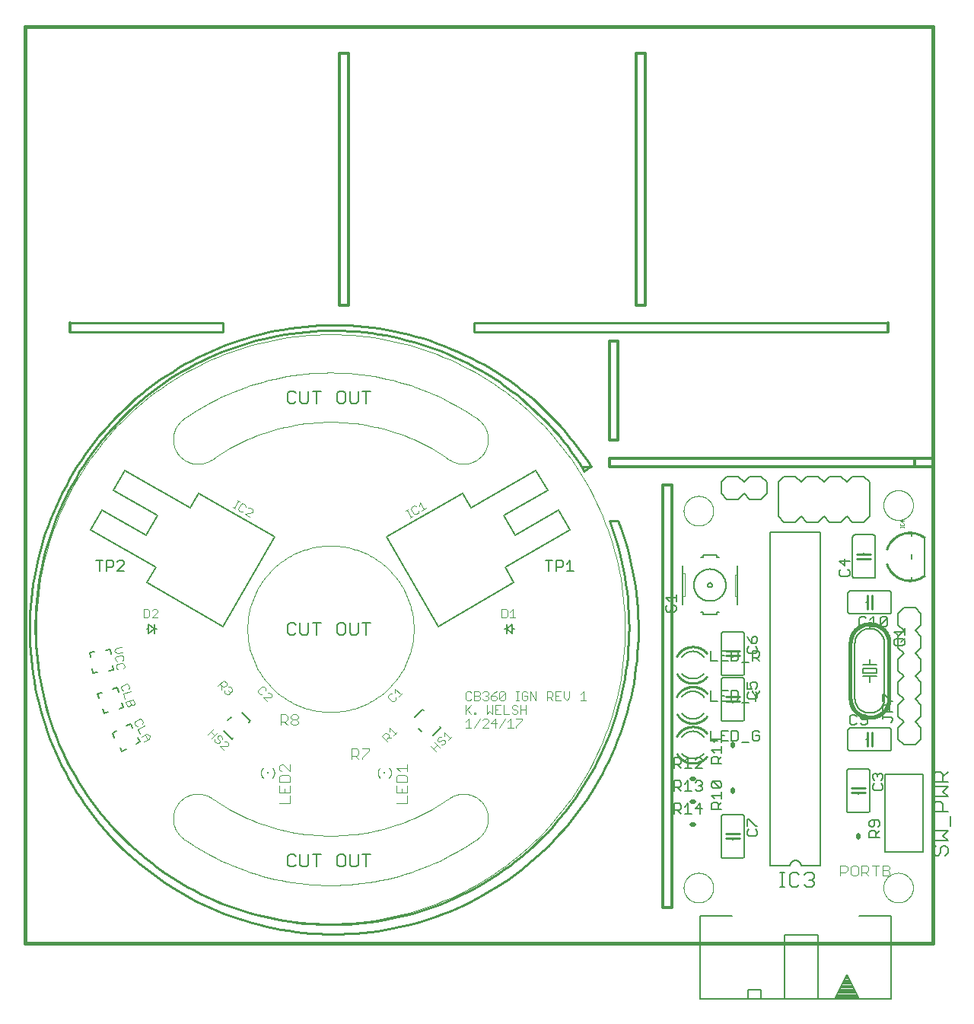
<source format=gto>
G75*
%MOIN*%
%OFA0B0*%
%FSLAX25Y25*%
%IPPOS*%
%LPD*%
%AMOC8*
5,1,8,0,0,1.08239X$1,22.5*
%
%ADD10C,0.00000*%
%ADD11C,0.00000*%
%ADD12C,0.00500*%
%ADD13C,0.00000*%
%ADD14C,0.00300*%
%ADD15C,0.01600*%
%ADD16C,0.01200*%
%ADD17C,0.01000*%
%ADD18C,0.00400*%
%ADD19C,0.00600*%
%ADD20R,0.00787X0.00787*%
%ADD21R,0.00984X0.00591*%
%ADD22C,0.00700*%
%ADD23C,0.02000*%
%ADD24C,0.00800*%
%ADD25C,0.00080*%
%ADD26C,0.00200*%
D10*
X0006721Y0163309D02*
X0006760Y0166473D01*
X0006876Y0169636D01*
X0007070Y0172794D01*
X0007342Y0175947D01*
X0007691Y0179092D01*
X0008117Y0182228D01*
X0008619Y0185352D01*
X0009198Y0188463D01*
X0009854Y0191559D01*
X0010585Y0194638D01*
X0011392Y0197698D01*
X0012273Y0200737D01*
X0013229Y0203754D01*
X0014258Y0206747D01*
X0015361Y0209713D01*
X0016536Y0212651D01*
X0017783Y0215560D01*
X0019100Y0218437D01*
X0020488Y0221281D01*
X0021946Y0224089D01*
X0023472Y0226862D01*
X0025065Y0229596D01*
X0026725Y0232290D01*
X0028451Y0234943D01*
X0030241Y0237552D01*
X0032095Y0240117D01*
X0034011Y0242635D01*
X0035988Y0245106D01*
X0038026Y0247527D01*
X0040122Y0249898D01*
X0042276Y0252216D01*
X0044486Y0254481D01*
X0046751Y0256691D01*
X0049069Y0258845D01*
X0051440Y0260941D01*
X0053861Y0262979D01*
X0056332Y0264956D01*
X0058850Y0266872D01*
X0061415Y0268726D01*
X0064024Y0270516D01*
X0066677Y0272242D01*
X0069371Y0273902D01*
X0072105Y0275495D01*
X0074878Y0277021D01*
X0077686Y0278479D01*
X0080530Y0279867D01*
X0083407Y0281184D01*
X0086316Y0282431D01*
X0089254Y0283606D01*
X0092220Y0284709D01*
X0095213Y0285738D01*
X0098230Y0286694D01*
X0101269Y0287575D01*
X0104329Y0288382D01*
X0107408Y0289113D01*
X0110504Y0289769D01*
X0113615Y0290348D01*
X0116739Y0290850D01*
X0119875Y0291276D01*
X0123020Y0291625D01*
X0126173Y0291897D01*
X0129331Y0292091D01*
X0132494Y0292207D01*
X0135658Y0292246D01*
X0138822Y0292207D01*
X0141985Y0292091D01*
X0145143Y0291897D01*
X0148296Y0291625D01*
X0151441Y0291276D01*
X0154577Y0290850D01*
X0157701Y0290348D01*
X0160812Y0289769D01*
X0163908Y0289113D01*
X0166987Y0288382D01*
X0170047Y0287575D01*
X0173086Y0286694D01*
X0176103Y0285738D01*
X0179096Y0284709D01*
X0182062Y0283606D01*
X0185000Y0282431D01*
X0187909Y0281184D01*
X0190786Y0279867D01*
X0193630Y0278479D01*
X0196438Y0277021D01*
X0199211Y0275495D01*
X0201945Y0273902D01*
X0204639Y0272242D01*
X0207292Y0270516D01*
X0209901Y0268726D01*
X0212466Y0266872D01*
X0214984Y0264956D01*
X0217455Y0262979D01*
X0219876Y0260941D01*
X0222247Y0258845D01*
X0224565Y0256691D01*
X0226830Y0254481D01*
X0229040Y0252216D01*
X0231194Y0249898D01*
X0233290Y0247527D01*
X0235328Y0245106D01*
X0237305Y0242635D01*
X0239221Y0240117D01*
X0241075Y0237552D01*
X0242865Y0234943D01*
X0244591Y0232290D01*
X0246251Y0229596D01*
X0247844Y0226862D01*
X0249370Y0224089D01*
X0250828Y0221281D01*
X0252216Y0218437D01*
X0253533Y0215560D01*
X0254780Y0212651D01*
X0255955Y0209713D01*
X0257058Y0206747D01*
X0258087Y0203754D01*
X0259043Y0200737D01*
X0259924Y0197698D01*
X0260731Y0194638D01*
X0261462Y0191559D01*
X0262118Y0188463D01*
X0262697Y0185352D01*
X0263199Y0182228D01*
X0263625Y0179092D01*
X0263974Y0175947D01*
X0264246Y0172794D01*
X0264440Y0169636D01*
X0264556Y0166473D01*
X0264595Y0163309D01*
X0264556Y0160145D01*
X0264440Y0156982D01*
X0264246Y0153824D01*
X0263974Y0150671D01*
X0263625Y0147526D01*
X0263199Y0144390D01*
X0262697Y0141266D01*
X0262118Y0138155D01*
X0261462Y0135059D01*
X0260731Y0131980D01*
X0259924Y0128920D01*
X0259043Y0125881D01*
X0258087Y0122864D01*
X0257058Y0119871D01*
X0255955Y0116905D01*
X0254780Y0113967D01*
X0253533Y0111058D01*
X0252216Y0108181D01*
X0250828Y0105337D01*
X0249370Y0102529D01*
X0247844Y0099756D01*
X0246251Y0097022D01*
X0244591Y0094328D01*
X0242865Y0091675D01*
X0241075Y0089066D01*
X0239221Y0086501D01*
X0237305Y0083983D01*
X0235328Y0081512D01*
X0233290Y0079091D01*
X0231194Y0076720D01*
X0229040Y0074402D01*
X0226830Y0072137D01*
X0224565Y0069927D01*
X0222247Y0067773D01*
X0219876Y0065677D01*
X0217455Y0063639D01*
X0214984Y0061662D01*
X0212466Y0059746D01*
X0209901Y0057892D01*
X0207292Y0056102D01*
X0204639Y0054376D01*
X0201945Y0052716D01*
X0199211Y0051123D01*
X0196438Y0049597D01*
X0193630Y0048139D01*
X0190786Y0046751D01*
X0187909Y0045434D01*
X0185000Y0044187D01*
X0182062Y0043012D01*
X0179096Y0041909D01*
X0176103Y0040880D01*
X0173086Y0039924D01*
X0170047Y0039043D01*
X0166987Y0038236D01*
X0163908Y0037505D01*
X0160812Y0036849D01*
X0157701Y0036270D01*
X0154577Y0035768D01*
X0151441Y0035342D01*
X0148296Y0034993D01*
X0145143Y0034721D01*
X0141985Y0034527D01*
X0138822Y0034411D01*
X0135658Y0034372D01*
X0132494Y0034411D01*
X0129331Y0034527D01*
X0126173Y0034721D01*
X0123020Y0034993D01*
X0119875Y0035342D01*
X0116739Y0035768D01*
X0113615Y0036270D01*
X0110504Y0036849D01*
X0107408Y0037505D01*
X0104329Y0038236D01*
X0101269Y0039043D01*
X0098230Y0039924D01*
X0095213Y0040880D01*
X0092220Y0041909D01*
X0089254Y0043012D01*
X0086316Y0044187D01*
X0083407Y0045434D01*
X0080530Y0046751D01*
X0077686Y0048139D01*
X0074878Y0049597D01*
X0072105Y0051123D01*
X0069371Y0052716D01*
X0066677Y0054376D01*
X0064024Y0056102D01*
X0061415Y0057892D01*
X0058850Y0059746D01*
X0056332Y0061662D01*
X0053861Y0063639D01*
X0051440Y0065677D01*
X0049069Y0067773D01*
X0046751Y0069927D01*
X0044486Y0072137D01*
X0042276Y0074402D01*
X0040122Y0076720D01*
X0038026Y0079091D01*
X0035988Y0081512D01*
X0034011Y0083983D01*
X0032095Y0086501D01*
X0030241Y0089066D01*
X0028451Y0091675D01*
X0026725Y0094328D01*
X0025065Y0097022D01*
X0023472Y0099756D01*
X0021946Y0102529D01*
X0020488Y0105337D01*
X0019100Y0108181D01*
X0017783Y0111058D01*
X0016536Y0113967D01*
X0015361Y0116905D01*
X0014258Y0119871D01*
X0013229Y0122864D01*
X0012273Y0125881D01*
X0011392Y0128920D01*
X0010585Y0131980D01*
X0009854Y0135059D01*
X0009198Y0138155D01*
X0008619Y0141266D01*
X0008117Y0144390D01*
X0007691Y0147526D01*
X0007342Y0150671D01*
X0007070Y0153824D01*
X0006876Y0156982D01*
X0006760Y0160145D01*
X0006721Y0163309D01*
D11*
X0099241Y0163309D02*
X0099252Y0164203D01*
X0099285Y0165096D01*
X0099340Y0165988D01*
X0099416Y0166878D01*
X0099515Y0167767D01*
X0099635Y0168652D01*
X0099777Y0169535D01*
X0099941Y0170414D01*
X0100126Y0171288D01*
X0100332Y0172158D01*
X0100560Y0173022D01*
X0100809Y0173880D01*
X0101079Y0174732D01*
X0101370Y0175578D01*
X0101681Y0176415D01*
X0102013Y0177245D01*
X0102365Y0178067D01*
X0102737Y0178879D01*
X0103129Y0179682D01*
X0103541Y0180476D01*
X0103972Y0181259D01*
X0104422Y0182031D01*
X0104891Y0182792D01*
X0105378Y0183541D01*
X0105884Y0184278D01*
X0106408Y0185003D01*
X0106949Y0185714D01*
X0107507Y0186412D01*
X0108083Y0187096D01*
X0108675Y0187765D01*
X0109283Y0188420D01*
X0109907Y0189060D01*
X0110547Y0189684D01*
X0111202Y0190292D01*
X0111871Y0190884D01*
X0112555Y0191460D01*
X0113253Y0192018D01*
X0113964Y0192559D01*
X0114689Y0193083D01*
X0115426Y0193589D01*
X0116175Y0194076D01*
X0116936Y0194545D01*
X0117708Y0194995D01*
X0118491Y0195426D01*
X0119285Y0195838D01*
X0120088Y0196230D01*
X0120900Y0196602D01*
X0121722Y0196954D01*
X0122552Y0197286D01*
X0123389Y0197597D01*
X0124235Y0197888D01*
X0125087Y0198158D01*
X0125945Y0198407D01*
X0126809Y0198635D01*
X0127679Y0198841D01*
X0128553Y0199026D01*
X0129432Y0199190D01*
X0130315Y0199332D01*
X0131200Y0199452D01*
X0132089Y0199551D01*
X0132979Y0199627D01*
X0133871Y0199682D01*
X0134764Y0199715D01*
X0135658Y0199726D01*
X0136552Y0199715D01*
X0137445Y0199682D01*
X0138337Y0199627D01*
X0139227Y0199551D01*
X0140116Y0199452D01*
X0141001Y0199332D01*
X0141884Y0199190D01*
X0142763Y0199026D01*
X0143637Y0198841D01*
X0144507Y0198635D01*
X0145371Y0198407D01*
X0146229Y0198158D01*
X0147081Y0197888D01*
X0147927Y0197597D01*
X0148764Y0197286D01*
X0149594Y0196954D01*
X0150416Y0196602D01*
X0151228Y0196230D01*
X0152031Y0195838D01*
X0152825Y0195426D01*
X0153608Y0194995D01*
X0154380Y0194545D01*
X0155141Y0194076D01*
X0155890Y0193589D01*
X0156627Y0193083D01*
X0157352Y0192559D01*
X0158063Y0192018D01*
X0158761Y0191460D01*
X0159445Y0190884D01*
X0160114Y0190292D01*
X0160769Y0189684D01*
X0161409Y0189060D01*
X0162033Y0188420D01*
X0162641Y0187765D01*
X0163233Y0187096D01*
X0163809Y0186412D01*
X0164367Y0185714D01*
X0164908Y0185003D01*
X0165432Y0184278D01*
X0165938Y0183541D01*
X0166425Y0182792D01*
X0166894Y0182031D01*
X0167344Y0181259D01*
X0167775Y0180476D01*
X0168187Y0179682D01*
X0168579Y0178879D01*
X0168951Y0178067D01*
X0169303Y0177245D01*
X0169635Y0176415D01*
X0169946Y0175578D01*
X0170237Y0174732D01*
X0170507Y0173880D01*
X0170756Y0173022D01*
X0170984Y0172158D01*
X0171190Y0171288D01*
X0171375Y0170414D01*
X0171539Y0169535D01*
X0171681Y0168652D01*
X0171801Y0167767D01*
X0171900Y0166878D01*
X0171976Y0165988D01*
X0172031Y0165096D01*
X0172064Y0164203D01*
X0172075Y0163309D01*
X0172064Y0162415D01*
X0172031Y0161522D01*
X0171976Y0160630D01*
X0171900Y0159740D01*
X0171801Y0158851D01*
X0171681Y0157966D01*
X0171539Y0157083D01*
X0171375Y0156204D01*
X0171190Y0155330D01*
X0170984Y0154460D01*
X0170756Y0153596D01*
X0170507Y0152738D01*
X0170237Y0151886D01*
X0169946Y0151040D01*
X0169635Y0150203D01*
X0169303Y0149373D01*
X0168951Y0148551D01*
X0168579Y0147739D01*
X0168187Y0146936D01*
X0167775Y0146142D01*
X0167344Y0145359D01*
X0166894Y0144587D01*
X0166425Y0143826D01*
X0165938Y0143077D01*
X0165432Y0142340D01*
X0164908Y0141615D01*
X0164367Y0140904D01*
X0163809Y0140206D01*
X0163233Y0139522D01*
X0162641Y0138853D01*
X0162033Y0138198D01*
X0161409Y0137558D01*
X0160769Y0136934D01*
X0160114Y0136326D01*
X0159445Y0135734D01*
X0158761Y0135158D01*
X0158063Y0134600D01*
X0157352Y0134059D01*
X0156627Y0133535D01*
X0155890Y0133029D01*
X0155141Y0132542D01*
X0154380Y0132073D01*
X0153608Y0131623D01*
X0152825Y0131192D01*
X0152031Y0130780D01*
X0151228Y0130388D01*
X0150416Y0130016D01*
X0149594Y0129664D01*
X0148764Y0129332D01*
X0147927Y0129021D01*
X0147081Y0128730D01*
X0146229Y0128460D01*
X0145371Y0128211D01*
X0144507Y0127983D01*
X0143637Y0127777D01*
X0142763Y0127592D01*
X0141884Y0127428D01*
X0141001Y0127286D01*
X0140116Y0127166D01*
X0139227Y0127067D01*
X0138337Y0126991D01*
X0137445Y0126936D01*
X0136552Y0126903D01*
X0135658Y0126892D01*
X0134764Y0126903D01*
X0133871Y0126936D01*
X0132979Y0126991D01*
X0132089Y0127067D01*
X0131200Y0127166D01*
X0130315Y0127286D01*
X0129432Y0127428D01*
X0128553Y0127592D01*
X0127679Y0127777D01*
X0126809Y0127983D01*
X0125945Y0128211D01*
X0125087Y0128460D01*
X0124235Y0128730D01*
X0123389Y0129021D01*
X0122552Y0129332D01*
X0121722Y0129664D01*
X0120900Y0130016D01*
X0120088Y0130388D01*
X0119285Y0130780D01*
X0118491Y0131192D01*
X0117708Y0131623D01*
X0116936Y0132073D01*
X0116175Y0132542D01*
X0115426Y0133029D01*
X0114689Y0133535D01*
X0113964Y0134059D01*
X0113253Y0134600D01*
X0112555Y0135158D01*
X0111871Y0135734D01*
X0111202Y0136326D01*
X0110547Y0136934D01*
X0109907Y0137558D01*
X0109283Y0138198D01*
X0108675Y0138853D01*
X0108083Y0139522D01*
X0107507Y0140206D01*
X0106949Y0140904D01*
X0106408Y0141615D01*
X0105884Y0142340D01*
X0105378Y0143077D01*
X0104891Y0143826D01*
X0104422Y0144587D01*
X0103972Y0145359D01*
X0103541Y0146142D01*
X0103129Y0146936D01*
X0102737Y0147739D01*
X0102365Y0148551D01*
X0102013Y0149373D01*
X0101681Y0150203D01*
X0101370Y0151040D01*
X0101079Y0151886D01*
X0100809Y0152738D01*
X0100560Y0153596D01*
X0100332Y0154460D01*
X0100126Y0155330D01*
X0099941Y0156204D01*
X0099777Y0157083D01*
X0099635Y0157966D01*
X0099515Y0158851D01*
X0099416Y0159740D01*
X0099340Y0160630D01*
X0099285Y0161522D01*
X0099252Y0162415D01*
X0099241Y0163309D01*
D12*
X0088525Y0164428D02*
X0111123Y0203569D01*
X0077914Y0222742D01*
X0074115Y0216162D01*
X0045645Y0232599D01*
X0040625Y0223905D01*
X0059719Y0212881D01*
X0054758Y0204289D01*
X0035665Y0215313D01*
X0030645Y0206618D01*
X0059115Y0190181D01*
X0055316Y0183601D01*
X0088525Y0164428D01*
X0116876Y0165115D02*
X0116876Y0161508D01*
X0117778Y0160607D01*
X0119581Y0160607D01*
X0120483Y0161508D01*
X0122314Y0161508D02*
X0123216Y0160607D01*
X0125019Y0160607D01*
X0125921Y0161508D01*
X0125921Y0166017D01*
X0127752Y0166017D02*
X0131358Y0166017D01*
X0129555Y0166017D02*
X0129555Y0160607D01*
X0122314Y0161508D02*
X0122314Y0166017D01*
X0120483Y0165115D02*
X0119581Y0166017D01*
X0117778Y0166017D01*
X0116876Y0165115D01*
X0138627Y0165115D02*
X0138627Y0161508D01*
X0139529Y0160607D01*
X0141332Y0160607D01*
X0142234Y0161508D01*
X0142234Y0165115D01*
X0141332Y0166017D01*
X0139529Y0166017D01*
X0138627Y0165115D01*
X0144065Y0166017D02*
X0144065Y0161508D01*
X0144966Y0160607D01*
X0146770Y0160607D01*
X0147672Y0161508D01*
X0147672Y0166017D01*
X0149503Y0166017D02*
X0153109Y0166017D01*
X0151306Y0166017D02*
X0151306Y0160607D01*
X0182792Y0164428D02*
X0160193Y0203569D01*
X0193402Y0222742D01*
X0197202Y0216162D01*
X0225671Y0232599D01*
X0230691Y0223905D01*
X0211598Y0212881D01*
X0216558Y0204289D01*
X0235652Y0215313D01*
X0240671Y0206618D01*
X0212202Y0190181D01*
X0216001Y0183601D01*
X0182792Y0164428D01*
X0211874Y0163309D02*
X0212833Y0163309D01*
X0212833Y0165185D01*
X0212833Y0163309D02*
X0212833Y0161434D01*
X0212833Y0163309D02*
X0215333Y0165185D01*
X0215333Y0163309D01*
X0216293Y0163309D01*
X0215333Y0163309D02*
X0215333Y0161434D01*
X0212833Y0163309D01*
X0231335Y0188744D02*
X0231335Y0193248D01*
X0232836Y0193248D02*
X0229833Y0193248D01*
X0234437Y0193248D02*
X0234437Y0188744D01*
X0234437Y0190246D02*
X0236689Y0190246D01*
X0237440Y0190996D01*
X0237440Y0192498D01*
X0236689Y0193248D01*
X0234437Y0193248D01*
X0239041Y0191747D02*
X0240543Y0193248D01*
X0240543Y0188744D01*
X0242044Y0188744D02*
X0239041Y0188744D01*
X0282566Y0176858D02*
X0287070Y0176858D01*
X0287070Y0178359D02*
X0287070Y0175356D01*
X0286319Y0173755D02*
X0287070Y0173004D01*
X0287070Y0171503D01*
X0286319Y0170752D01*
X0284818Y0171503D02*
X0284818Y0173004D01*
X0285568Y0173755D01*
X0286319Y0173755D01*
X0284818Y0171503D02*
X0284067Y0170752D01*
X0283316Y0170752D01*
X0282566Y0171503D01*
X0282566Y0173004D01*
X0283316Y0173755D01*
X0284067Y0175356D02*
X0282566Y0176858D01*
X0302070Y0153756D02*
X0302070Y0149252D01*
X0305072Y0149252D01*
X0306674Y0149252D02*
X0309676Y0149252D01*
X0311278Y0149252D02*
X0313529Y0149252D01*
X0314280Y0150003D01*
X0314280Y0153006D01*
X0313529Y0153756D01*
X0311278Y0153756D01*
X0311278Y0149252D01*
X0308175Y0151504D02*
X0306674Y0151504D01*
X0306674Y0153756D02*
X0306674Y0149252D01*
X0306674Y0153756D02*
X0309676Y0153756D01*
X0315881Y0148502D02*
X0318884Y0148502D01*
X0320485Y0149252D02*
X0320485Y0153756D01*
X0322737Y0153756D01*
X0323488Y0153006D01*
X0323488Y0151504D01*
X0322737Y0150754D01*
X0320485Y0150754D01*
X0321987Y0150754D02*
X0323488Y0149252D01*
X0321819Y0152545D02*
X0318816Y0152545D01*
X0318066Y0153295D01*
X0318066Y0154796D01*
X0318816Y0155547D01*
X0320318Y0157148D02*
X0318816Y0158650D01*
X0318066Y0160151D01*
X0320318Y0159400D02*
X0320318Y0157148D01*
X0321819Y0157148D01*
X0322570Y0157899D01*
X0322570Y0159400D01*
X0321819Y0160151D01*
X0321068Y0160151D01*
X0320318Y0159400D01*
X0321819Y0155547D02*
X0322570Y0154796D01*
X0322570Y0153295D01*
X0321819Y0152545D01*
X0321819Y0140151D02*
X0322570Y0139400D01*
X0322570Y0137899D01*
X0321819Y0137148D01*
X0320318Y0137148D02*
X0319567Y0138650D01*
X0319567Y0139400D01*
X0320318Y0140151D01*
X0321819Y0140151D01*
X0320318Y0137148D02*
X0318066Y0137148D01*
X0318066Y0140151D01*
X0320485Y0136256D02*
X0320485Y0135506D01*
X0321987Y0134004D01*
X0321987Y0131752D01*
X0321819Y0132545D02*
X0322570Y0133295D01*
X0322570Y0134796D01*
X0321819Y0135547D01*
X0321987Y0134004D02*
X0323488Y0135506D01*
X0323488Y0136256D01*
X0321819Y0132545D02*
X0318816Y0132545D01*
X0318066Y0133295D01*
X0318066Y0134796D01*
X0318816Y0135547D01*
X0314280Y0135506D02*
X0314280Y0132503D01*
X0313529Y0131752D01*
X0311278Y0131752D01*
X0311278Y0136256D01*
X0313529Y0136256D01*
X0314280Y0135506D01*
X0309676Y0136256D02*
X0306674Y0136256D01*
X0306674Y0131752D01*
X0309676Y0131752D01*
X0308175Y0134004D02*
X0306674Y0134004D01*
X0305072Y0131752D02*
X0302070Y0131752D01*
X0302070Y0136256D01*
X0315881Y0131002D02*
X0318884Y0131002D01*
X0321236Y0118756D02*
X0320485Y0118006D01*
X0320485Y0115003D01*
X0321236Y0114252D01*
X0322737Y0114252D01*
X0323488Y0115003D01*
X0323488Y0116504D01*
X0321987Y0116504D01*
X0323488Y0118006D02*
X0322737Y0118756D01*
X0321236Y0118756D01*
X0318884Y0113502D02*
X0315881Y0113502D01*
X0314280Y0115003D02*
X0314280Y0118006D01*
X0313529Y0118756D01*
X0311278Y0118756D01*
X0311278Y0114252D01*
X0313529Y0114252D01*
X0314280Y0115003D01*
X0309676Y0114252D02*
X0306674Y0114252D01*
X0306674Y0118756D01*
X0309676Y0118756D01*
X0308175Y0116504D02*
X0306674Y0116504D01*
X0306970Y0116563D02*
X0306970Y0113560D01*
X0306970Y0115061D02*
X0302466Y0115061D01*
X0303967Y0113560D01*
X0305072Y0114252D02*
X0302070Y0114252D01*
X0302070Y0118756D01*
X0306970Y0111959D02*
X0306970Y0108956D01*
X0306970Y0110458D02*
X0302466Y0110458D01*
X0303967Y0108956D01*
X0303216Y0107355D02*
X0304718Y0107355D01*
X0305468Y0106604D01*
X0305468Y0104352D01*
X0305468Y0105854D02*
X0306970Y0107355D01*
X0306970Y0104352D02*
X0302466Y0104352D01*
X0302466Y0106604D01*
X0303216Y0107355D01*
X0298380Y0106106D02*
X0297629Y0106856D01*
X0296128Y0106856D01*
X0295378Y0106106D01*
X0298380Y0106106D02*
X0298380Y0105355D01*
X0295378Y0102352D01*
X0298380Y0102352D01*
X0293776Y0102352D02*
X0290774Y0102352D01*
X0292275Y0102352D02*
X0292275Y0106856D01*
X0290774Y0105355D01*
X0289172Y0106106D02*
X0289172Y0104604D01*
X0288422Y0103854D01*
X0286170Y0103854D01*
X0287671Y0103854D02*
X0289172Y0102352D01*
X0286170Y0102352D02*
X0286170Y0106856D01*
X0288422Y0106856D01*
X0289172Y0106106D01*
X0288422Y0096856D02*
X0286170Y0096856D01*
X0286170Y0092352D01*
X0286170Y0093854D02*
X0288422Y0093854D01*
X0289172Y0094604D01*
X0289172Y0096106D01*
X0288422Y0096856D01*
X0290774Y0095355D02*
X0292275Y0096856D01*
X0292275Y0092352D01*
X0290774Y0092352D02*
X0293776Y0092352D01*
X0295378Y0093103D02*
X0296128Y0092352D01*
X0297629Y0092352D01*
X0298380Y0093103D01*
X0298380Y0093854D01*
X0297629Y0094604D01*
X0296879Y0094604D01*
X0297629Y0094604D02*
X0298380Y0095355D01*
X0298380Y0096106D01*
X0297629Y0096856D01*
X0296128Y0096856D01*
X0295378Y0096106D01*
X0302466Y0095812D02*
X0302466Y0094311D01*
X0303216Y0093560D01*
X0306219Y0093560D01*
X0303216Y0096563D01*
X0306219Y0096563D01*
X0306970Y0095812D01*
X0306970Y0094311D01*
X0306219Y0093560D01*
X0306970Y0091959D02*
X0306970Y0088956D01*
X0306970Y0090458D02*
X0302466Y0090458D01*
X0303967Y0088956D01*
X0303216Y0087355D02*
X0304718Y0087355D01*
X0305468Y0086604D01*
X0305468Y0084352D01*
X0305468Y0085854D02*
X0306970Y0087355D01*
X0306970Y0084352D02*
X0302466Y0084352D01*
X0302466Y0086604D01*
X0303216Y0087355D01*
X0298380Y0084604D02*
X0295378Y0084604D01*
X0297629Y0086856D01*
X0297629Y0082352D01*
X0293776Y0082352D02*
X0290774Y0082352D01*
X0292275Y0082352D02*
X0292275Y0086856D01*
X0290774Y0085355D01*
X0289172Y0086106D02*
X0289172Y0084604D01*
X0288422Y0083854D01*
X0286170Y0083854D01*
X0287671Y0083854D02*
X0289172Y0082352D01*
X0286170Y0082352D02*
X0286170Y0086856D01*
X0288422Y0086856D01*
X0289172Y0086106D01*
X0289172Y0092352D02*
X0287671Y0093854D01*
X0302466Y0095812D02*
X0303216Y0096563D01*
X0318066Y0080151D02*
X0318816Y0080151D01*
X0321819Y0077148D01*
X0322570Y0077148D01*
X0321819Y0075547D02*
X0322570Y0074796D01*
X0322570Y0073295D01*
X0321819Y0072545D01*
X0318816Y0072545D01*
X0318066Y0073295D01*
X0318066Y0074796D01*
X0318816Y0075547D01*
X0318066Y0077148D02*
X0318066Y0080151D01*
X0363070Y0122003D02*
X0363070Y0125006D01*
X0363820Y0125756D01*
X0365322Y0125756D01*
X0366072Y0125006D01*
X0367674Y0125006D02*
X0367674Y0124255D01*
X0368424Y0123504D01*
X0370676Y0123504D01*
X0370676Y0122003D02*
X0370676Y0125006D01*
X0369926Y0125756D01*
X0368424Y0125756D01*
X0367674Y0125006D01*
X0367674Y0122003D02*
X0368424Y0121252D01*
X0369926Y0121252D01*
X0370676Y0122003D01*
X0366072Y0122003D02*
X0365322Y0121252D01*
X0363820Y0121252D01*
X0363070Y0122003D01*
X0377366Y0123954D02*
X0377366Y0125455D01*
X0377366Y0124704D02*
X0381119Y0124704D01*
X0381870Y0123954D01*
X0381870Y0123203D01*
X0381119Y0122452D01*
X0380368Y0127056D02*
X0380368Y0129308D01*
X0379618Y0130059D01*
X0378116Y0130059D01*
X0377366Y0129308D01*
X0377366Y0127056D01*
X0381870Y0127056D01*
X0381870Y0131660D02*
X0381119Y0131660D01*
X0378116Y0134663D01*
X0377366Y0134663D01*
X0377366Y0131660D01*
X0383316Y0156045D02*
X0382566Y0156795D01*
X0382566Y0158296D01*
X0383316Y0159047D01*
X0386319Y0159047D01*
X0387070Y0158296D01*
X0387070Y0156795D01*
X0386319Y0156045D01*
X0383316Y0156045D01*
X0385568Y0157546D02*
X0387070Y0159047D01*
X0387070Y0160648D02*
X0387070Y0163651D01*
X0387070Y0162150D02*
X0382566Y0162150D01*
X0384067Y0160648D01*
X0379468Y0165003D02*
X0378718Y0164252D01*
X0377216Y0164252D01*
X0376466Y0165003D01*
X0379468Y0168006D01*
X0379468Y0165003D01*
X0376466Y0165003D02*
X0376466Y0168006D01*
X0377216Y0168756D01*
X0378718Y0168756D01*
X0379468Y0168006D01*
X0374864Y0164252D02*
X0371862Y0164252D01*
X0373363Y0164252D02*
X0373363Y0168756D01*
X0371862Y0167255D01*
X0370260Y0168006D02*
X0369510Y0168756D01*
X0368009Y0168756D01*
X0367258Y0168006D01*
X0367258Y0165003D01*
X0368009Y0164252D01*
X0369510Y0164252D01*
X0370260Y0165003D01*
X0362319Y0186252D02*
X0359316Y0186252D01*
X0358566Y0187003D01*
X0358566Y0188504D01*
X0359316Y0189255D01*
X0360818Y0190856D02*
X0358566Y0193108D01*
X0363070Y0193108D01*
X0360818Y0193859D02*
X0360818Y0190856D01*
X0362319Y0189255D02*
X0363070Y0188504D01*
X0363070Y0187003D01*
X0362319Y0186252D01*
X0373816Y0100151D02*
X0374567Y0100151D01*
X0375318Y0099400D01*
X0376068Y0100151D01*
X0376819Y0100151D01*
X0377570Y0099400D01*
X0377570Y0097899D01*
X0376819Y0097148D01*
X0376819Y0095547D02*
X0377570Y0094796D01*
X0377570Y0093295D01*
X0376819Y0092545D01*
X0373816Y0092545D01*
X0373066Y0093295D01*
X0373066Y0094796D01*
X0373816Y0095547D01*
X0373816Y0097148D02*
X0373066Y0097899D01*
X0373066Y0099400D01*
X0373816Y0100151D01*
X0375318Y0099400D02*
X0375318Y0098650D01*
X0378370Y0099502D02*
X0395270Y0099502D01*
X0395270Y0065502D01*
X0378370Y0065502D01*
X0378370Y0099502D01*
X0375419Y0079551D02*
X0372416Y0079551D01*
X0371666Y0078800D01*
X0371666Y0077299D01*
X0372416Y0076548D01*
X0373167Y0076548D01*
X0373918Y0077299D01*
X0373918Y0079551D01*
X0375419Y0079551D02*
X0376170Y0078800D01*
X0376170Y0077299D01*
X0375419Y0076548D01*
X0376170Y0074947D02*
X0374668Y0073446D01*
X0374668Y0074196D02*
X0374668Y0071945D01*
X0376170Y0071945D02*
X0371666Y0071945D01*
X0371666Y0074196D01*
X0372416Y0074947D01*
X0373918Y0074947D01*
X0374668Y0074196D01*
X0153109Y0064639D02*
X0149503Y0064639D01*
X0151306Y0064639D02*
X0151306Y0059229D01*
X0147672Y0060130D02*
X0147672Y0064639D01*
X0144065Y0064639D02*
X0144065Y0060130D01*
X0144966Y0059229D01*
X0146770Y0059229D01*
X0147672Y0060130D01*
X0142234Y0060130D02*
X0141332Y0059229D01*
X0139529Y0059229D01*
X0138627Y0060130D01*
X0138627Y0063737D01*
X0139529Y0064639D01*
X0141332Y0064639D01*
X0142234Y0063737D01*
X0142234Y0060130D01*
X0131358Y0064639D02*
X0127752Y0064639D01*
X0129555Y0064639D02*
X0129555Y0059229D01*
X0125921Y0060130D02*
X0125921Y0064639D01*
X0122314Y0064639D02*
X0122314Y0060130D01*
X0123216Y0059229D01*
X0125019Y0059229D01*
X0125921Y0060130D01*
X0120483Y0060130D02*
X0119581Y0059229D01*
X0117778Y0059229D01*
X0116876Y0060130D01*
X0116876Y0063737D01*
X0117778Y0064639D01*
X0119581Y0064639D01*
X0120483Y0063737D01*
X0058483Y0161434D02*
X0058483Y0163309D01*
X0059443Y0163309D01*
X0058483Y0163309D02*
X0058483Y0165185D01*
X0058483Y0163309D02*
X0055983Y0161434D01*
X0055983Y0163309D01*
X0055023Y0163309D01*
X0055983Y0163309D02*
X0055983Y0165185D01*
X0058483Y0163309D01*
X0045193Y0188744D02*
X0042191Y0188744D01*
X0045193Y0191747D01*
X0045193Y0192498D01*
X0044443Y0193248D01*
X0042942Y0193248D01*
X0042191Y0192498D01*
X0040590Y0192498D02*
X0039839Y0193248D01*
X0037587Y0193248D01*
X0037587Y0188744D01*
X0037587Y0190246D02*
X0039839Y0190246D01*
X0040590Y0190996D01*
X0040590Y0192498D01*
X0035986Y0193248D02*
X0032983Y0193248D01*
X0034484Y0193248D02*
X0034484Y0188744D01*
X0116876Y0262886D02*
X0117778Y0261985D01*
X0119581Y0261985D01*
X0120483Y0262886D01*
X0122314Y0262886D02*
X0123216Y0261985D01*
X0125019Y0261985D01*
X0125921Y0262886D01*
X0125921Y0267395D01*
X0127752Y0267395D02*
X0131358Y0267395D01*
X0129555Y0267395D02*
X0129555Y0261985D01*
X0122314Y0262886D02*
X0122314Y0267395D01*
X0120483Y0266493D02*
X0119581Y0267395D01*
X0117778Y0267395D01*
X0116876Y0266493D01*
X0116876Y0262886D01*
X0138627Y0262886D02*
X0139529Y0261985D01*
X0141332Y0261985D01*
X0142234Y0262886D01*
X0142234Y0266493D01*
X0141332Y0267395D01*
X0139529Y0267395D01*
X0138627Y0266493D01*
X0138627Y0262886D01*
X0144065Y0262886D02*
X0144966Y0261985D01*
X0146770Y0261985D01*
X0147672Y0262886D01*
X0147672Y0267395D01*
X0149503Y0267395D02*
X0153109Y0267395D01*
X0151306Y0267395D02*
X0151306Y0261985D01*
X0144065Y0262886D02*
X0144065Y0267395D01*
D13*
X0200016Y0255222D02*
X0200229Y0255069D01*
X0200437Y0254912D01*
X0200642Y0254749D01*
X0200843Y0254581D01*
X0201040Y0254409D01*
X0201232Y0254232D01*
X0201421Y0254050D01*
X0201604Y0253864D01*
X0201784Y0253673D01*
X0201958Y0253478D01*
X0202128Y0253279D01*
X0202293Y0253076D01*
X0202453Y0252869D01*
X0202608Y0252658D01*
X0202758Y0252443D01*
X0202902Y0252225D01*
X0203041Y0252004D01*
X0203175Y0251779D01*
X0203304Y0251551D01*
X0203426Y0251320D01*
X0203544Y0251086D01*
X0203655Y0250850D01*
X0203761Y0250610D01*
X0203861Y0250368D01*
X0203955Y0250124D01*
X0204043Y0249878D01*
X0204125Y0249630D01*
X0204201Y0249379D01*
X0204272Y0249127D01*
X0204336Y0248873D01*
X0204393Y0248618D01*
X0204445Y0248362D01*
X0204490Y0248104D01*
X0204530Y0247845D01*
X0204563Y0247586D01*
X0204589Y0247326D01*
X0204610Y0247065D01*
X0204624Y0246803D01*
X0204631Y0246542D01*
X0204633Y0246280D01*
X0204628Y0246019D01*
X0204617Y0245757D01*
X0204599Y0245496D01*
X0204575Y0245236D01*
X0204545Y0244976D01*
X0204509Y0244717D01*
X0204466Y0244459D01*
X0204417Y0244202D01*
X0204362Y0243946D01*
X0204301Y0243691D01*
X0204233Y0243439D01*
X0204160Y0243187D01*
X0204080Y0242938D01*
X0203995Y0242691D01*
X0203903Y0242446D01*
X0203806Y0242203D01*
X0203703Y0241963D01*
X0203594Y0241725D01*
X0203479Y0241490D01*
X0203359Y0241257D01*
X0203233Y0241028D01*
X0203101Y0240802D01*
X0202965Y0240579D01*
X0202822Y0240359D01*
X0202675Y0240143D01*
X0202522Y0239930D01*
X0202365Y0239722D01*
X0202202Y0239517D01*
X0202034Y0239316D01*
X0201862Y0239119D01*
X0201685Y0238927D01*
X0201503Y0238738D01*
X0201317Y0238555D01*
X0201126Y0238375D01*
X0200931Y0238201D01*
X0200732Y0238031D01*
X0200529Y0237866D01*
X0200322Y0237706D01*
X0200111Y0237551D01*
X0199896Y0237401D01*
X0199678Y0237257D01*
X0199457Y0237118D01*
X0199232Y0236984D01*
X0199004Y0236855D01*
X0198773Y0236733D01*
X0198539Y0236615D01*
X0198303Y0236504D01*
X0198063Y0236398D01*
X0197821Y0236298D01*
X0197577Y0236204D01*
X0197331Y0236116D01*
X0197083Y0236034D01*
X0196832Y0235958D01*
X0196580Y0235887D01*
X0196326Y0235823D01*
X0196071Y0235766D01*
X0195815Y0235714D01*
X0195557Y0235669D01*
X0195298Y0235629D01*
X0195039Y0235596D01*
X0194779Y0235570D01*
X0194518Y0235549D01*
X0194256Y0235535D01*
X0193995Y0235528D01*
X0193733Y0235526D01*
X0193472Y0235531D01*
X0193210Y0235542D01*
X0192949Y0235560D01*
X0192689Y0235584D01*
X0192429Y0235614D01*
X0192170Y0235650D01*
X0191912Y0235693D01*
X0191655Y0235742D01*
X0191399Y0235797D01*
X0191144Y0235858D01*
X0190892Y0235926D01*
X0190640Y0235999D01*
X0190391Y0236079D01*
X0190144Y0236164D01*
X0189899Y0236256D01*
X0189656Y0236353D01*
X0189416Y0236456D01*
X0189178Y0236565D01*
X0188943Y0236680D01*
X0188710Y0236800D01*
X0188481Y0236926D01*
X0188255Y0237058D01*
X0188032Y0237194D01*
X0187812Y0237337D01*
X0187596Y0237484D01*
X0200016Y0255222D02*
X0197751Y0256767D01*
X0195449Y0258256D01*
X0193112Y0259689D01*
X0190740Y0261064D01*
X0188335Y0262380D01*
X0185899Y0263638D01*
X0183433Y0264835D01*
X0180938Y0265972D01*
X0178416Y0267048D01*
X0175869Y0268061D01*
X0173297Y0269013D01*
X0170704Y0269901D01*
X0168089Y0270725D01*
X0165455Y0271485D01*
X0162803Y0272181D01*
X0160135Y0272812D01*
X0157452Y0273377D01*
X0154756Y0273877D01*
X0152049Y0274310D01*
X0149332Y0274678D01*
X0146607Y0274978D01*
X0143876Y0275213D01*
X0141139Y0275380D01*
X0138399Y0275481D01*
X0135658Y0275514D01*
X0132917Y0275481D01*
X0130177Y0275380D01*
X0127440Y0275213D01*
X0124709Y0274978D01*
X0121984Y0274678D01*
X0119267Y0274310D01*
X0116560Y0273877D01*
X0113864Y0273377D01*
X0111181Y0272812D01*
X0108513Y0272181D01*
X0105861Y0271485D01*
X0103227Y0270725D01*
X0100612Y0269901D01*
X0098019Y0269013D01*
X0095447Y0268061D01*
X0092900Y0267048D01*
X0090378Y0265972D01*
X0087883Y0264835D01*
X0085417Y0263638D01*
X0082981Y0262380D01*
X0080576Y0261064D01*
X0078204Y0259689D01*
X0075867Y0258256D01*
X0073565Y0256767D01*
X0071300Y0255222D01*
X0071087Y0255069D01*
X0070879Y0254912D01*
X0070674Y0254749D01*
X0070473Y0254581D01*
X0070276Y0254409D01*
X0070084Y0254232D01*
X0069895Y0254050D01*
X0069712Y0253864D01*
X0069532Y0253673D01*
X0069358Y0253478D01*
X0069188Y0253279D01*
X0069023Y0253076D01*
X0068863Y0252869D01*
X0068708Y0252658D01*
X0068558Y0252443D01*
X0068414Y0252225D01*
X0068275Y0252004D01*
X0068141Y0251779D01*
X0068012Y0251551D01*
X0067890Y0251320D01*
X0067772Y0251086D01*
X0067661Y0250850D01*
X0067555Y0250610D01*
X0067455Y0250368D01*
X0067361Y0250124D01*
X0067273Y0249878D01*
X0067191Y0249630D01*
X0067115Y0249379D01*
X0067044Y0249127D01*
X0066980Y0248873D01*
X0066923Y0248618D01*
X0066871Y0248362D01*
X0066826Y0248104D01*
X0066786Y0247845D01*
X0066753Y0247586D01*
X0066727Y0247326D01*
X0066706Y0247065D01*
X0066692Y0246803D01*
X0066685Y0246542D01*
X0066683Y0246280D01*
X0066688Y0246019D01*
X0066699Y0245757D01*
X0066717Y0245496D01*
X0066741Y0245236D01*
X0066771Y0244976D01*
X0066807Y0244717D01*
X0066850Y0244459D01*
X0066899Y0244202D01*
X0066954Y0243946D01*
X0067015Y0243691D01*
X0067083Y0243439D01*
X0067156Y0243187D01*
X0067236Y0242938D01*
X0067321Y0242691D01*
X0067413Y0242446D01*
X0067510Y0242203D01*
X0067613Y0241963D01*
X0067722Y0241725D01*
X0067837Y0241490D01*
X0067957Y0241257D01*
X0068083Y0241028D01*
X0068215Y0240802D01*
X0068351Y0240579D01*
X0068494Y0240359D01*
X0068641Y0240143D01*
X0068794Y0239930D01*
X0068951Y0239722D01*
X0069114Y0239517D01*
X0069282Y0239316D01*
X0069454Y0239119D01*
X0069631Y0238927D01*
X0069813Y0238738D01*
X0069999Y0238555D01*
X0070190Y0238375D01*
X0070385Y0238201D01*
X0070584Y0238031D01*
X0070787Y0237866D01*
X0070994Y0237706D01*
X0071205Y0237551D01*
X0071420Y0237401D01*
X0071638Y0237257D01*
X0071859Y0237118D01*
X0072084Y0236984D01*
X0072312Y0236855D01*
X0072543Y0236733D01*
X0072777Y0236615D01*
X0073013Y0236504D01*
X0073253Y0236398D01*
X0073495Y0236298D01*
X0073739Y0236204D01*
X0073985Y0236116D01*
X0074233Y0236034D01*
X0074484Y0235958D01*
X0074736Y0235887D01*
X0074990Y0235823D01*
X0075245Y0235766D01*
X0075501Y0235714D01*
X0075759Y0235669D01*
X0076018Y0235629D01*
X0076277Y0235596D01*
X0076537Y0235570D01*
X0076798Y0235549D01*
X0077060Y0235535D01*
X0077321Y0235528D01*
X0077583Y0235526D01*
X0077844Y0235531D01*
X0078106Y0235542D01*
X0078367Y0235560D01*
X0078627Y0235584D01*
X0078887Y0235614D01*
X0079146Y0235650D01*
X0079404Y0235693D01*
X0079661Y0235742D01*
X0079917Y0235797D01*
X0080172Y0235858D01*
X0080424Y0235926D01*
X0080676Y0235999D01*
X0080925Y0236079D01*
X0081172Y0236164D01*
X0081417Y0236256D01*
X0081660Y0236353D01*
X0081900Y0236456D01*
X0082138Y0236565D01*
X0082373Y0236680D01*
X0082606Y0236800D01*
X0082835Y0236926D01*
X0083061Y0237058D01*
X0083284Y0237194D01*
X0083504Y0237337D01*
X0083720Y0237484D01*
X0085548Y0238731D01*
X0087406Y0239933D01*
X0089292Y0241089D01*
X0091206Y0242198D01*
X0093147Y0243261D01*
X0095113Y0244276D01*
X0097103Y0245242D01*
X0099117Y0246160D01*
X0101152Y0247028D01*
X0103207Y0247846D01*
X0105283Y0248613D01*
X0107376Y0249330D01*
X0109486Y0249995D01*
X0111612Y0250609D01*
X0113752Y0251170D01*
X0115905Y0251679D01*
X0118070Y0252135D01*
X0120245Y0252539D01*
X0122430Y0252889D01*
X0124623Y0253185D01*
X0126822Y0253428D01*
X0129026Y0253617D01*
X0131235Y0253752D01*
X0133446Y0253833D01*
X0135658Y0253860D01*
X0137870Y0253833D01*
X0140081Y0253752D01*
X0142290Y0253617D01*
X0144494Y0253428D01*
X0146693Y0253185D01*
X0148886Y0252889D01*
X0151071Y0252539D01*
X0153246Y0252135D01*
X0155411Y0251679D01*
X0157564Y0251170D01*
X0159704Y0250609D01*
X0161830Y0249995D01*
X0163940Y0249330D01*
X0166033Y0248613D01*
X0168109Y0247846D01*
X0170164Y0247028D01*
X0172199Y0246160D01*
X0174213Y0245242D01*
X0176203Y0244276D01*
X0178169Y0243261D01*
X0180110Y0242198D01*
X0182024Y0241089D01*
X0183910Y0239933D01*
X0185768Y0238731D01*
X0187596Y0237484D01*
X0200016Y0071396D02*
X0197751Y0069851D01*
X0195449Y0068362D01*
X0193112Y0066929D01*
X0190740Y0065554D01*
X0188335Y0064238D01*
X0185899Y0062980D01*
X0183433Y0061783D01*
X0180938Y0060646D01*
X0178416Y0059570D01*
X0175869Y0058557D01*
X0173297Y0057605D01*
X0170704Y0056717D01*
X0168089Y0055893D01*
X0165455Y0055133D01*
X0162803Y0054437D01*
X0160135Y0053806D01*
X0157452Y0053241D01*
X0154756Y0052741D01*
X0152049Y0052308D01*
X0149332Y0051940D01*
X0146607Y0051640D01*
X0143876Y0051405D01*
X0141139Y0051238D01*
X0138399Y0051137D01*
X0135658Y0051104D01*
X0132917Y0051137D01*
X0130177Y0051238D01*
X0127440Y0051405D01*
X0124709Y0051640D01*
X0121984Y0051940D01*
X0119267Y0052308D01*
X0116560Y0052741D01*
X0113864Y0053241D01*
X0111181Y0053806D01*
X0108513Y0054437D01*
X0105861Y0055133D01*
X0103227Y0055893D01*
X0100612Y0056717D01*
X0098019Y0057605D01*
X0095447Y0058557D01*
X0092900Y0059570D01*
X0090378Y0060646D01*
X0087883Y0061783D01*
X0085417Y0062980D01*
X0082981Y0064238D01*
X0080576Y0065554D01*
X0078204Y0066929D01*
X0075867Y0068362D01*
X0073565Y0069851D01*
X0071300Y0071396D01*
X0071087Y0071549D01*
X0070879Y0071706D01*
X0070674Y0071869D01*
X0070473Y0072037D01*
X0070276Y0072209D01*
X0070084Y0072386D01*
X0069895Y0072568D01*
X0069712Y0072754D01*
X0069532Y0072945D01*
X0069358Y0073140D01*
X0069188Y0073339D01*
X0069023Y0073542D01*
X0068863Y0073749D01*
X0068708Y0073960D01*
X0068558Y0074175D01*
X0068414Y0074393D01*
X0068275Y0074614D01*
X0068141Y0074839D01*
X0068012Y0075067D01*
X0067890Y0075298D01*
X0067772Y0075532D01*
X0067661Y0075768D01*
X0067555Y0076008D01*
X0067455Y0076250D01*
X0067361Y0076494D01*
X0067273Y0076740D01*
X0067191Y0076988D01*
X0067115Y0077239D01*
X0067044Y0077491D01*
X0066980Y0077745D01*
X0066923Y0078000D01*
X0066871Y0078256D01*
X0066826Y0078514D01*
X0066786Y0078773D01*
X0066753Y0079032D01*
X0066727Y0079292D01*
X0066706Y0079553D01*
X0066692Y0079815D01*
X0066685Y0080076D01*
X0066683Y0080338D01*
X0066688Y0080599D01*
X0066699Y0080861D01*
X0066717Y0081122D01*
X0066741Y0081382D01*
X0066771Y0081642D01*
X0066807Y0081901D01*
X0066850Y0082159D01*
X0066899Y0082416D01*
X0066954Y0082672D01*
X0067015Y0082927D01*
X0067083Y0083179D01*
X0067156Y0083431D01*
X0067236Y0083680D01*
X0067321Y0083927D01*
X0067413Y0084172D01*
X0067510Y0084415D01*
X0067613Y0084655D01*
X0067722Y0084893D01*
X0067837Y0085128D01*
X0067957Y0085361D01*
X0068083Y0085590D01*
X0068215Y0085816D01*
X0068351Y0086039D01*
X0068494Y0086259D01*
X0068641Y0086475D01*
X0068794Y0086688D01*
X0068951Y0086896D01*
X0069114Y0087101D01*
X0069282Y0087302D01*
X0069454Y0087499D01*
X0069631Y0087691D01*
X0069813Y0087880D01*
X0069999Y0088063D01*
X0070190Y0088243D01*
X0070385Y0088417D01*
X0070584Y0088587D01*
X0070787Y0088752D01*
X0070994Y0088912D01*
X0071205Y0089067D01*
X0071420Y0089217D01*
X0071638Y0089361D01*
X0071859Y0089500D01*
X0072084Y0089634D01*
X0072312Y0089763D01*
X0072543Y0089885D01*
X0072777Y0090003D01*
X0073013Y0090114D01*
X0073253Y0090220D01*
X0073495Y0090320D01*
X0073739Y0090414D01*
X0073985Y0090502D01*
X0074233Y0090584D01*
X0074484Y0090660D01*
X0074736Y0090731D01*
X0074990Y0090795D01*
X0075245Y0090852D01*
X0075501Y0090904D01*
X0075759Y0090949D01*
X0076018Y0090989D01*
X0076277Y0091022D01*
X0076537Y0091048D01*
X0076798Y0091069D01*
X0077060Y0091083D01*
X0077321Y0091090D01*
X0077583Y0091092D01*
X0077844Y0091087D01*
X0078106Y0091076D01*
X0078367Y0091058D01*
X0078627Y0091034D01*
X0078887Y0091004D01*
X0079146Y0090968D01*
X0079404Y0090925D01*
X0079661Y0090876D01*
X0079917Y0090821D01*
X0080172Y0090760D01*
X0080424Y0090692D01*
X0080676Y0090619D01*
X0080925Y0090539D01*
X0081172Y0090454D01*
X0081417Y0090362D01*
X0081660Y0090265D01*
X0081900Y0090162D01*
X0082138Y0090053D01*
X0082373Y0089938D01*
X0082606Y0089818D01*
X0082835Y0089692D01*
X0083061Y0089560D01*
X0083284Y0089424D01*
X0083504Y0089281D01*
X0083720Y0089134D01*
X0085548Y0087887D01*
X0087406Y0086685D01*
X0089292Y0085529D01*
X0091206Y0084420D01*
X0093147Y0083357D01*
X0095113Y0082342D01*
X0097103Y0081376D01*
X0099117Y0080458D01*
X0101152Y0079590D01*
X0103207Y0078772D01*
X0105283Y0078005D01*
X0107376Y0077288D01*
X0109486Y0076623D01*
X0111612Y0076009D01*
X0113752Y0075448D01*
X0115905Y0074939D01*
X0118070Y0074483D01*
X0120245Y0074079D01*
X0122430Y0073729D01*
X0124623Y0073433D01*
X0126822Y0073190D01*
X0129026Y0073001D01*
X0131235Y0072866D01*
X0133446Y0072785D01*
X0135658Y0072758D01*
X0137870Y0072785D01*
X0140081Y0072866D01*
X0142290Y0073001D01*
X0144494Y0073190D01*
X0146693Y0073433D01*
X0148886Y0073729D01*
X0151071Y0074079D01*
X0153246Y0074483D01*
X0155411Y0074939D01*
X0157564Y0075448D01*
X0159704Y0076009D01*
X0161830Y0076623D01*
X0163940Y0077288D01*
X0166033Y0078005D01*
X0168109Y0078772D01*
X0170164Y0079590D01*
X0172199Y0080458D01*
X0174213Y0081376D01*
X0176203Y0082342D01*
X0178169Y0083357D01*
X0180110Y0084420D01*
X0182024Y0085529D01*
X0183910Y0086685D01*
X0185768Y0087887D01*
X0187596Y0089134D01*
X0187812Y0089281D01*
X0188032Y0089424D01*
X0188255Y0089560D01*
X0188481Y0089692D01*
X0188710Y0089818D01*
X0188943Y0089938D01*
X0189178Y0090053D01*
X0189416Y0090162D01*
X0189656Y0090265D01*
X0189899Y0090362D01*
X0190144Y0090454D01*
X0190391Y0090539D01*
X0190640Y0090619D01*
X0190892Y0090692D01*
X0191144Y0090760D01*
X0191399Y0090821D01*
X0191655Y0090876D01*
X0191912Y0090925D01*
X0192170Y0090968D01*
X0192429Y0091004D01*
X0192689Y0091034D01*
X0192949Y0091058D01*
X0193210Y0091076D01*
X0193472Y0091087D01*
X0193733Y0091092D01*
X0193995Y0091090D01*
X0194256Y0091083D01*
X0194518Y0091069D01*
X0194779Y0091048D01*
X0195039Y0091022D01*
X0195298Y0090989D01*
X0195557Y0090949D01*
X0195815Y0090904D01*
X0196071Y0090852D01*
X0196326Y0090795D01*
X0196580Y0090731D01*
X0196832Y0090660D01*
X0197083Y0090584D01*
X0197331Y0090502D01*
X0197577Y0090414D01*
X0197821Y0090320D01*
X0198063Y0090220D01*
X0198303Y0090114D01*
X0198539Y0090003D01*
X0198773Y0089885D01*
X0199004Y0089763D01*
X0199232Y0089634D01*
X0199457Y0089500D01*
X0199678Y0089361D01*
X0199896Y0089217D01*
X0200111Y0089067D01*
X0200322Y0088912D01*
X0200529Y0088752D01*
X0200732Y0088587D01*
X0200931Y0088417D01*
X0201126Y0088243D01*
X0201317Y0088063D01*
X0201503Y0087880D01*
X0201685Y0087691D01*
X0201862Y0087499D01*
X0202034Y0087302D01*
X0202202Y0087101D01*
X0202365Y0086896D01*
X0202522Y0086688D01*
X0202675Y0086475D01*
X0202822Y0086259D01*
X0202965Y0086039D01*
X0203101Y0085816D01*
X0203233Y0085590D01*
X0203359Y0085361D01*
X0203479Y0085128D01*
X0203594Y0084893D01*
X0203703Y0084655D01*
X0203806Y0084415D01*
X0203903Y0084172D01*
X0203995Y0083927D01*
X0204080Y0083680D01*
X0204160Y0083431D01*
X0204233Y0083179D01*
X0204301Y0082927D01*
X0204362Y0082672D01*
X0204417Y0082416D01*
X0204466Y0082159D01*
X0204509Y0081901D01*
X0204545Y0081642D01*
X0204575Y0081382D01*
X0204599Y0081122D01*
X0204617Y0080861D01*
X0204628Y0080599D01*
X0204633Y0080338D01*
X0204631Y0080076D01*
X0204624Y0079815D01*
X0204610Y0079553D01*
X0204589Y0079292D01*
X0204563Y0079032D01*
X0204530Y0078773D01*
X0204490Y0078514D01*
X0204445Y0078256D01*
X0204393Y0078000D01*
X0204336Y0077745D01*
X0204272Y0077491D01*
X0204201Y0077239D01*
X0204125Y0076988D01*
X0204043Y0076740D01*
X0203955Y0076494D01*
X0203861Y0076250D01*
X0203761Y0076008D01*
X0203655Y0075768D01*
X0203544Y0075532D01*
X0203426Y0075298D01*
X0203304Y0075067D01*
X0203175Y0074839D01*
X0203041Y0074614D01*
X0202902Y0074393D01*
X0202758Y0074175D01*
X0202608Y0073960D01*
X0202453Y0073749D01*
X0202293Y0073542D01*
X0202128Y0073339D01*
X0201958Y0073140D01*
X0201784Y0072945D01*
X0201604Y0072754D01*
X0201421Y0072568D01*
X0201232Y0072386D01*
X0201040Y0072209D01*
X0200843Y0072037D01*
X0200642Y0071869D01*
X0200437Y0071706D01*
X0200229Y0071549D01*
X0200016Y0071396D01*
X0290320Y0050002D02*
X0290322Y0050163D01*
X0290328Y0050323D01*
X0290338Y0050484D01*
X0290352Y0050644D01*
X0290370Y0050804D01*
X0290391Y0050963D01*
X0290417Y0051122D01*
X0290447Y0051280D01*
X0290480Y0051437D01*
X0290518Y0051594D01*
X0290559Y0051749D01*
X0290604Y0051903D01*
X0290653Y0052056D01*
X0290706Y0052208D01*
X0290762Y0052359D01*
X0290823Y0052508D01*
X0290886Y0052656D01*
X0290954Y0052802D01*
X0291025Y0052946D01*
X0291099Y0053088D01*
X0291177Y0053229D01*
X0291259Y0053367D01*
X0291344Y0053504D01*
X0291432Y0053638D01*
X0291524Y0053770D01*
X0291619Y0053900D01*
X0291717Y0054028D01*
X0291818Y0054153D01*
X0291922Y0054275D01*
X0292029Y0054395D01*
X0292139Y0054512D01*
X0292252Y0054627D01*
X0292368Y0054738D01*
X0292487Y0054847D01*
X0292608Y0054952D01*
X0292732Y0055055D01*
X0292858Y0055155D01*
X0292986Y0055251D01*
X0293117Y0055344D01*
X0293251Y0055434D01*
X0293386Y0055521D01*
X0293524Y0055604D01*
X0293663Y0055684D01*
X0293805Y0055760D01*
X0293948Y0055833D01*
X0294093Y0055902D01*
X0294240Y0055968D01*
X0294388Y0056030D01*
X0294538Y0056088D01*
X0294689Y0056143D01*
X0294842Y0056194D01*
X0294996Y0056241D01*
X0295151Y0056284D01*
X0295307Y0056323D01*
X0295463Y0056359D01*
X0295621Y0056390D01*
X0295779Y0056418D01*
X0295938Y0056442D01*
X0296098Y0056462D01*
X0296258Y0056478D01*
X0296418Y0056490D01*
X0296579Y0056498D01*
X0296740Y0056502D01*
X0296900Y0056502D01*
X0297061Y0056498D01*
X0297222Y0056490D01*
X0297382Y0056478D01*
X0297542Y0056462D01*
X0297702Y0056442D01*
X0297861Y0056418D01*
X0298019Y0056390D01*
X0298177Y0056359D01*
X0298333Y0056323D01*
X0298489Y0056284D01*
X0298644Y0056241D01*
X0298798Y0056194D01*
X0298951Y0056143D01*
X0299102Y0056088D01*
X0299252Y0056030D01*
X0299400Y0055968D01*
X0299547Y0055902D01*
X0299692Y0055833D01*
X0299835Y0055760D01*
X0299977Y0055684D01*
X0300116Y0055604D01*
X0300254Y0055521D01*
X0300389Y0055434D01*
X0300523Y0055344D01*
X0300654Y0055251D01*
X0300782Y0055155D01*
X0300908Y0055055D01*
X0301032Y0054952D01*
X0301153Y0054847D01*
X0301272Y0054738D01*
X0301388Y0054627D01*
X0301501Y0054512D01*
X0301611Y0054395D01*
X0301718Y0054275D01*
X0301822Y0054153D01*
X0301923Y0054028D01*
X0302021Y0053900D01*
X0302116Y0053770D01*
X0302208Y0053638D01*
X0302296Y0053504D01*
X0302381Y0053367D01*
X0302463Y0053229D01*
X0302541Y0053088D01*
X0302615Y0052946D01*
X0302686Y0052802D01*
X0302754Y0052656D01*
X0302817Y0052508D01*
X0302878Y0052359D01*
X0302934Y0052208D01*
X0302987Y0052056D01*
X0303036Y0051903D01*
X0303081Y0051749D01*
X0303122Y0051594D01*
X0303160Y0051437D01*
X0303193Y0051280D01*
X0303223Y0051122D01*
X0303249Y0050963D01*
X0303270Y0050804D01*
X0303288Y0050644D01*
X0303302Y0050484D01*
X0303312Y0050323D01*
X0303318Y0050163D01*
X0303320Y0050002D01*
X0303318Y0049841D01*
X0303312Y0049681D01*
X0303302Y0049520D01*
X0303288Y0049360D01*
X0303270Y0049200D01*
X0303249Y0049041D01*
X0303223Y0048882D01*
X0303193Y0048724D01*
X0303160Y0048567D01*
X0303122Y0048410D01*
X0303081Y0048255D01*
X0303036Y0048101D01*
X0302987Y0047948D01*
X0302934Y0047796D01*
X0302878Y0047645D01*
X0302817Y0047496D01*
X0302754Y0047348D01*
X0302686Y0047202D01*
X0302615Y0047058D01*
X0302541Y0046916D01*
X0302463Y0046775D01*
X0302381Y0046637D01*
X0302296Y0046500D01*
X0302208Y0046366D01*
X0302116Y0046234D01*
X0302021Y0046104D01*
X0301923Y0045976D01*
X0301822Y0045851D01*
X0301718Y0045729D01*
X0301611Y0045609D01*
X0301501Y0045492D01*
X0301388Y0045377D01*
X0301272Y0045266D01*
X0301153Y0045157D01*
X0301032Y0045052D01*
X0300908Y0044949D01*
X0300782Y0044849D01*
X0300654Y0044753D01*
X0300523Y0044660D01*
X0300389Y0044570D01*
X0300254Y0044483D01*
X0300116Y0044400D01*
X0299977Y0044320D01*
X0299835Y0044244D01*
X0299692Y0044171D01*
X0299547Y0044102D01*
X0299400Y0044036D01*
X0299252Y0043974D01*
X0299102Y0043916D01*
X0298951Y0043861D01*
X0298798Y0043810D01*
X0298644Y0043763D01*
X0298489Y0043720D01*
X0298333Y0043681D01*
X0298177Y0043645D01*
X0298019Y0043614D01*
X0297861Y0043586D01*
X0297702Y0043562D01*
X0297542Y0043542D01*
X0297382Y0043526D01*
X0297222Y0043514D01*
X0297061Y0043506D01*
X0296900Y0043502D01*
X0296740Y0043502D01*
X0296579Y0043506D01*
X0296418Y0043514D01*
X0296258Y0043526D01*
X0296098Y0043542D01*
X0295938Y0043562D01*
X0295779Y0043586D01*
X0295621Y0043614D01*
X0295463Y0043645D01*
X0295307Y0043681D01*
X0295151Y0043720D01*
X0294996Y0043763D01*
X0294842Y0043810D01*
X0294689Y0043861D01*
X0294538Y0043916D01*
X0294388Y0043974D01*
X0294240Y0044036D01*
X0294093Y0044102D01*
X0293948Y0044171D01*
X0293805Y0044244D01*
X0293663Y0044320D01*
X0293524Y0044400D01*
X0293386Y0044483D01*
X0293251Y0044570D01*
X0293117Y0044660D01*
X0292986Y0044753D01*
X0292858Y0044849D01*
X0292732Y0044949D01*
X0292608Y0045052D01*
X0292487Y0045157D01*
X0292368Y0045266D01*
X0292252Y0045377D01*
X0292139Y0045492D01*
X0292029Y0045609D01*
X0291922Y0045729D01*
X0291818Y0045851D01*
X0291717Y0045976D01*
X0291619Y0046104D01*
X0291524Y0046234D01*
X0291432Y0046366D01*
X0291344Y0046500D01*
X0291259Y0046637D01*
X0291177Y0046775D01*
X0291099Y0046916D01*
X0291025Y0047058D01*
X0290954Y0047202D01*
X0290886Y0047348D01*
X0290823Y0047496D01*
X0290762Y0047645D01*
X0290706Y0047796D01*
X0290653Y0047948D01*
X0290604Y0048101D01*
X0290559Y0048255D01*
X0290518Y0048410D01*
X0290480Y0048567D01*
X0290447Y0048724D01*
X0290417Y0048882D01*
X0290391Y0049041D01*
X0290370Y0049200D01*
X0290352Y0049360D01*
X0290338Y0049520D01*
X0290328Y0049681D01*
X0290322Y0049841D01*
X0290320Y0050002D01*
X0377820Y0050002D02*
X0377822Y0050163D01*
X0377828Y0050323D01*
X0377838Y0050484D01*
X0377852Y0050644D01*
X0377870Y0050804D01*
X0377891Y0050963D01*
X0377917Y0051122D01*
X0377947Y0051280D01*
X0377980Y0051437D01*
X0378018Y0051594D01*
X0378059Y0051749D01*
X0378104Y0051903D01*
X0378153Y0052056D01*
X0378206Y0052208D01*
X0378262Y0052359D01*
X0378323Y0052508D01*
X0378386Y0052656D01*
X0378454Y0052802D01*
X0378525Y0052946D01*
X0378599Y0053088D01*
X0378677Y0053229D01*
X0378759Y0053367D01*
X0378844Y0053504D01*
X0378932Y0053638D01*
X0379024Y0053770D01*
X0379119Y0053900D01*
X0379217Y0054028D01*
X0379318Y0054153D01*
X0379422Y0054275D01*
X0379529Y0054395D01*
X0379639Y0054512D01*
X0379752Y0054627D01*
X0379868Y0054738D01*
X0379987Y0054847D01*
X0380108Y0054952D01*
X0380232Y0055055D01*
X0380358Y0055155D01*
X0380486Y0055251D01*
X0380617Y0055344D01*
X0380751Y0055434D01*
X0380886Y0055521D01*
X0381024Y0055604D01*
X0381163Y0055684D01*
X0381305Y0055760D01*
X0381448Y0055833D01*
X0381593Y0055902D01*
X0381740Y0055968D01*
X0381888Y0056030D01*
X0382038Y0056088D01*
X0382189Y0056143D01*
X0382342Y0056194D01*
X0382496Y0056241D01*
X0382651Y0056284D01*
X0382807Y0056323D01*
X0382963Y0056359D01*
X0383121Y0056390D01*
X0383279Y0056418D01*
X0383438Y0056442D01*
X0383598Y0056462D01*
X0383758Y0056478D01*
X0383918Y0056490D01*
X0384079Y0056498D01*
X0384240Y0056502D01*
X0384400Y0056502D01*
X0384561Y0056498D01*
X0384722Y0056490D01*
X0384882Y0056478D01*
X0385042Y0056462D01*
X0385202Y0056442D01*
X0385361Y0056418D01*
X0385519Y0056390D01*
X0385677Y0056359D01*
X0385833Y0056323D01*
X0385989Y0056284D01*
X0386144Y0056241D01*
X0386298Y0056194D01*
X0386451Y0056143D01*
X0386602Y0056088D01*
X0386752Y0056030D01*
X0386900Y0055968D01*
X0387047Y0055902D01*
X0387192Y0055833D01*
X0387335Y0055760D01*
X0387477Y0055684D01*
X0387616Y0055604D01*
X0387754Y0055521D01*
X0387889Y0055434D01*
X0388023Y0055344D01*
X0388154Y0055251D01*
X0388282Y0055155D01*
X0388408Y0055055D01*
X0388532Y0054952D01*
X0388653Y0054847D01*
X0388772Y0054738D01*
X0388888Y0054627D01*
X0389001Y0054512D01*
X0389111Y0054395D01*
X0389218Y0054275D01*
X0389322Y0054153D01*
X0389423Y0054028D01*
X0389521Y0053900D01*
X0389616Y0053770D01*
X0389708Y0053638D01*
X0389796Y0053504D01*
X0389881Y0053367D01*
X0389963Y0053229D01*
X0390041Y0053088D01*
X0390115Y0052946D01*
X0390186Y0052802D01*
X0390254Y0052656D01*
X0390317Y0052508D01*
X0390378Y0052359D01*
X0390434Y0052208D01*
X0390487Y0052056D01*
X0390536Y0051903D01*
X0390581Y0051749D01*
X0390622Y0051594D01*
X0390660Y0051437D01*
X0390693Y0051280D01*
X0390723Y0051122D01*
X0390749Y0050963D01*
X0390770Y0050804D01*
X0390788Y0050644D01*
X0390802Y0050484D01*
X0390812Y0050323D01*
X0390818Y0050163D01*
X0390820Y0050002D01*
X0390818Y0049841D01*
X0390812Y0049681D01*
X0390802Y0049520D01*
X0390788Y0049360D01*
X0390770Y0049200D01*
X0390749Y0049041D01*
X0390723Y0048882D01*
X0390693Y0048724D01*
X0390660Y0048567D01*
X0390622Y0048410D01*
X0390581Y0048255D01*
X0390536Y0048101D01*
X0390487Y0047948D01*
X0390434Y0047796D01*
X0390378Y0047645D01*
X0390317Y0047496D01*
X0390254Y0047348D01*
X0390186Y0047202D01*
X0390115Y0047058D01*
X0390041Y0046916D01*
X0389963Y0046775D01*
X0389881Y0046637D01*
X0389796Y0046500D01*
X0389708Y0046366D01*
X0389616Y0046234D01*
X0389521Y0046104D01*
X0389423Y0045976D01*
X0389322Y0045851D01*
X0389218Y0045729D01*
X0389111Y0045609D01*
X0389001Y0045492D01*
X0388888Y0045377D01*
X0388772Y0045266D01*
X0388653Y0045157D01*
X0388532Y0045052D01*
X0388408Y0044949D01*
X0388282Y0044849D01*
X0388154Y0044753D01*
X0388023Y0044660D01*
X0387889Y0044570D01*
X0387754Y0044483D01*
X0387616Y0044400D01*
X0387477Y0044320D01*
X0387335Y0044244D01*
X0387192Y0044171D01*
X0387047Y0044102D01*
X0386900Y0044036D01*
X0386752Y0043974D01*
X0386602Y0043916D01*
X0386451Y0043861D01*
X0386298Y0043810D01*
X0386144Y0043763D01*
X0385989Y0043720D01*
X0385833Y0043681D01*
X0385677Y0043645D01*
X0385519Y0043614D01*
X0385361Y0043586D01*
X0385202Y0043562D01*
X0385042Y0043542D01*
X0384882Y0043526D01*
X0384722Y0043514D01*
X0384561Y0043506D01*
X0384400Y0043502D01*
X0384240Y0043502D01*
X0384079Y0043506D01*
X0383918Y0043514D01*
X0383758Y0043526D01*
X0383598Y0043542D01*
X0383438Y0043562D01*
X0383279Y0043586D01*
X0383121Y0043614D01*
X0382963Y0043645D01*
X0382807Y0043681D01*
X0382651Y0043720D01*
X0382496Y0043763D01*
X0382342Y0043810D01*
X0382189Y0043861D01*
X0382038Y0043916D01*
X0381888Y0043974D01*
X0381740Y0044036D01*
X0381593Y0044102D01*
X0381448Y0044171D01*
X0381305Y0044244D01*
X0381163Y0044320D01*
X0381024Y0044400D01*
X0380886Y0044483D01*
X0380751Y0044570D01*
X0380617Y0044660D01*
X0380486Y0044753D01*
X0380358Y0044849D01*
X0380232Y0044949D01*
X0380108Y0045052D01*
X0379987Y0045157D01*
X0379868Y0045266D01*
X0379752Y0045377D01*
X0379639Y0045492D01*
X0379529Y0045609D01*
X0379422Y0045729D01*
X0379318Y0045851D01*
X0379217Y0045976D01*
X0379119Y0046104D01*
X0379024Y0046234D01*
X0378932Y0046366D01*
X0378844Y0046500D01*
X0378759Y0046637D01*
X0378677Y0046775D01*
X0378599Y0046916D01*
X0378525Y0047058D01*
X0378454Y0047202D01*
X0378386Y0047348D01*
X0378323Y0047496D01*
X0378262Y0047645D01*
X0378206Y0047796D01*
X0378153Y0047948D01*
X0378104Y0048101D01*
X0378059Y0048255D01*
X0378018Y0048410D01*
X0377980Y0048567D01*
X0377947Y0048724D01*
X0377917Y0048882D01*
X0377891Y0049041D01*
X0377870Y0049200D01*
X0377852Y0049360D01*
X0377838Y0049520D01*
X0377828Y0049681D01*
X0377822Y0049841D01*
X0377820Y0050002D01*
X0377820Y0217502D02*
X0377822Y0217663D01*
X0377828Y0217823D01*
X0377838Y0217984D01*
X0377852Y0218144D01*
X0377870Y0218304D01*
X0377891Y0218463D01*
X0377917Y0218622D01*
X0377947Y0218780D01*
X0377980Y0218937D01*
X0378018Y0219094D01*
X0378059Y0219249D01*
X0378104Y0219403D01*
X0378153Y0219556D01*
X0378206Y0219708D01*
X0378262Y0219859D01*
X0378323Y0220008D01*
X0378386Y0220156D01*
X0378454Y0220302D01*
X0378525Y0220446D01*
X0378599Y0220588D01*
X0378677Y0220729D01*
X0378759Y0220867D01*
X0378844Y0221004D01*
X0378932Y0221138D01*
X0379024Y0221270D01*
X0379119Y0221400D01*
X0379217Y0221528D01*
X0379318Y0221653D01*
X0379422Y0221775D01*
X0379529Y0221895D01*
X0379639Y0222012D01*
X0379752Y0222127D01*
X0379868Y0222238D01*
X0379987Y0222347D01*
X0380108Y0222452D01*
X0380232Y0222555D01*
X0380358Y0222655D01*
X0380486Y0222751D01*
X0380617Y0222844D01*
X0380751Y0222934D01*
X0380886Y0223021D01*
X0381024Y0223104D01*
X0381163Y0223184D01*
X0381305Y0223260D01*
X0381448Y0223333D01*
X0381593Y0223402D01*
X0381740Y0223468D01*
X0381888Y0223530D01*
X0382038Y0223588D01*
X0382189Y0223643D01*
X0382342Y0223694D01*
X0382496Y0223741D01*
X0382651Y0223784D01*
X0382807Y0223823D01*
X0382963Y0223859D01*
X0383121Y0223890D01*
X0383279Y0223918D01*
X0383438Y0223942D01*
X0383598Y0223962D01*
X0383758Y0223978D01*
X0383918Y0223990D01*
X0384079Y0223998D01*
X0384240Y0224002D01*
X0384400Y0224002D01*
X0384561Y0223998D01*
X0384722Y0223990D01*
X0384882Y0223978D01*
X0385042Y0223962D01*
X0385202Y0223942D01*
X0385361Y0223918D01*
X0385519Y0223890D01*
X0385677Y0223859D01*
X0385833Y0223823D01*
X0385989Y0223784D01*
X0386144Y0223741D01*
X0386298Y0223694D01*
X0386451Y0223643D01*
X0386602Y0223588D01*
X0386752Y0223530D01*
X0386900Y0223468D01*
X0387047Y0223402D01*
X0387192Y0223333D01*
X0387335Y0223260D01*
X0387477Y0223184D01*
X0387616Y0223104D01*
X0387754Y0223021D01*
X0387889Y0222934D01*
X0388023Y0222844D01*
X0388154Y0222751D01*
X0388282Y0222655D01*
X0388408Y0222555D01*
X0388532Y0222452D01*
X0388653Y0222347D01*
X0388772Y0222238D01*
X0388888Y0222127D01*
X0389001Y0222012D01*
X0389111Y0221895D01*
X0389218Y0221775D01*
X0389322Y0221653D01*
X0389423Y0221528D01*
X0389521Y0221400D01*
X0389616Y0221270D01*
X0389708Y0221138D01*
X0389796Y0221004D01*
X0389881Y0220867D01*
X0389963Y0220729D01*
X0390041Y0220588D01*
X0390115Y0220446D01*
X0390186Y0220302D01*
X0390254Y0220156D01*
X0390317Y0220008D01*
X0390378Y0219859D01*
X0390434Y0219708D01*
X0390487Y0219556D01*
X0390536Y0219403D01*
X0390581Y0219249D01*
X0390622Y0219094D01*
X0390660Y0218937D01*
X0390693Y0218780D01*
X0390723Y0218622D01*
X0390749Y0218463D01*
X0390770Y0218304D01*
X0390788Y0218144D01*
X0390802Y0217984D01*
X0390812Y0217823D01*
X0390818Y0217663D01*
X0390820Y0217502D01*
X0390818Y0217341D01*
X0390812Y0217181D01*
X0390802Y0217020D01*
X0390788Y0216860D01*
X0390770Y0216700D01*
X0390749Y0216541D01*
X0390723Y0216382D01*
X0390693Y0216224D01*
X0390660Y0216067D01*
X0390622Y0215910D01*
X0390581Y0215755D01*
X0390536Y0215601D01*
X0390487Y0215448D01*
X0390434Y0215296D01*
X0390378Y0215145D01*
X0390317Y0214996D01*
X0390254Y0214848D01*
X0390186Y0214702D01*
X0390115Y0214558D01*
X0390041Y0214416D01*
X0389963Y0214275D01*
X0389881Y0214137D01*
X0389796Y0214000D01*
X0389708Y0213866D01*
X0389616Y0213734D01*
X0389521Y0213604D01*
X0389423Y0213476D01*
X0389322Y0213351D01*
X0389218Y0213229D01*
X0389111Y0213109D01*
X0389001Y0212992D01*
X0388888Y0212877D01*
X0388772Y0212766D01*
X0388653Y0212657D01*
X0388532Y0212552D01*
X0388408Y0212449D01*
X0388282Y0212349D01*
X0388154Y0212253D01*
X0388023Y0212160D01*
X0387889Y0212070D01*
X0387754Y0211983D01*
X0387616Y0211900D01*
X0387477Y0211820D01*
X0387335Y0211744D01*
X0387192Y0211671D01*
X0387047Y0211602D01*
X0386900Y0211536D01*
X0386752Y0211474D01*
X0386602Y0211416D01*
X0386451Y0211361D01*
X0386298Y0211310D01*
X0386144Y0211263D01*
X0385989Y0211220D01*
X0385833Y0211181D01*
X0385677Y0211145D01*
X0385519Y0211114D01*
X0385361Y0211086D01*
X0385202Y0211062D01*
X0385042Y0211042D01*
X0384882Y0211026D01*
X0384722Y0211014D01*
X0384561Y0211006D01*
X0384400Y0211002D01*
X0384240Y0211002D01*
X0384079Y0211006D01*
X0383918Y0211014D01*
X0383758Y0211026D01*
X0383598Y0211042D01*
X0383438Y0211062D01*
X0383279Y0211086D01*
X0383121Y0211114D01*
X0382963Y0211145D01*
X0382807Y0211181D01*
X0382651Y0211220D01*
X0382496Y0211263D01*
X0382342Y0211310D01*
X0382189Y0211361D01*
X0382038Y0211416D01*
X0381888Y0211474D01*
X0381740Y0211536D01*
X0381593Y0211602D01*
X0381448Y0211671D01*
X0381305Y0211744D01*
X0381163Y0211820D01*
X0381024Y0211900D01*
X0380886Y0211983D01*
X0380751Y0212070D01*
X0380617Y0212160D01*
X0380486Y0212253D01*
X0380358Y0212349D01*
X0380232Y0212449D01*
X0380108Y0212552D01*
X0379987Y0212657D01*
X0379868Y0212766D01*
X0379752Y0212877D01*
X0379639Y0212992D01*
X0379529Y0213109D01*
X0379422Y0213229D01*
X0379318Y0213351D01*
X0379217Y0213476D01*
X0379119Y0213604D01*
X0379024Y0213734D01*
X0378932Y0213866D01*
X0378844Y0214000D01*
X0378759Y0214137D01*
X0378677Y0214275D01*
X0378599Y0214416D01*
X0378525Y0214558D01*
X0378454Y0214702D01*
X0378386Y0214848D01*
X0378323Y0214996D01*
X0378262Y0215145D01*
X0378206Y0215296D01*
X0378153Y0215448D01*
X0378104Y0215601D01*
X0378059Y0215755D01*
X0378018Y0215910D01*
X0377980Y0216067D01*
X0377947Y0216224D01*
X0377917Y0216382D01*
X0377891Y0216541D01*
X0377870Y0216700D01*
X0377852Y0216860D01*
X0377838Y0217020D01*
X0377828Y0217181D01*
X0377822Y0217341D01*
X0377820Y0217502D01*
X0290320Y0215002D02*
X0290322Y0215163D01*
X0290328Y0215323D01*
X0290338Y0215484D01*
X0290352Y0215644D01*
X0290370Y0215804D01*
X0290391Y0215963D01*
X0290417Y0216122D01*
X0290447Y0216280D01*
X0290480Y0216437D01*
X0290518Y0216594D01*
X0290559Y0216749D01*
X0290604Y0216903D01*
X0290653Y0217056D01*
X0290706Y0217208D01*
X0290762Y0217359D01*
X0290823Y0217508D01*
X0290886Y0217656D01*
X0290954Y0217802D01*
X0291025Y0217946D01*
X0291099Y0218088D01*
X0291177Y0218229D01*
X0291259Y0218367D01*
X0291344Y0218504D01*
X0291432Y0218638D01*
X0291524Y0218770D01*
X0291619Y0218900D01*
X0291717Y0219028D01*
X0291818Y0219153D01*
X0291922Y0219275D01*
X0292029Y0219395D01*
X0292139Y0219512D01*
X0292252Y0219627D01*
X0292368Y0219738D01*
X0292487Y0219847D01*
X0292608Y0219952D01*
X0292732Y0220055D01*
X0292858Y0220155D01*
X0292986Y0220251D01*
X0293117Y0220344D01*
X0293251Y0220434D01*
X0293386Y0220521D01*
X0293524Y0220604D01*
X0293663Y0220684D01*
X0293805Y0220760D01*
X0293948Y0220833D01*
X0294093Y0220902D01*
X0294240Y0220968D01*
X0294388Y0221030D01*
X0294538Y0221088D01*
X0294689Y0221143D01*
X0294842Y0221194D01*
X0294996Y0221241D01*
X0295151Y0221284D01*
X0295307Y0221323D01*
X0295463Y0221359D01*
X0295621Y0221390D01*
X0295779Y0221418D01*
X0295938Y0221442D01*
X0296098Y0221462D01*
X0296258Y0221478D01*
X0296418Y0221490D01*
X0296579Y0221498D01*
X0296740Y0221502D01*
X0296900Y0221502D01*
X0297061Y0221498D01*
X0297222Y0221490D01*
X0297382Y0221478D01*
X0297542Y0221462D01*
X0297702Y0221442D01*
X0297861Y0221418D01*
X0298019Y0221390D01*
X0298177Y0221359D01*
X0298333Y0221323D01*
X0298489Y0221284D01*
X0298644Y0221241D01*
X0298798Y0221194D01*
X0298951Y0221143D01*
X0299102Y0221088D01*
X0299252Y0221030D01*
X0299400Y0220968D01*
X0299547Y0220902D01*
X0299692Y0220833D01*
X0299835Y0220760D01*
X0299977Y0220684D01*
X0300116Y0220604D01*
X0300254Y0220521D01*
X0300389Y0220434D01*
X0300523Y0220344D01*
X0300654Y0220251D01*
X0300782Y0220155D01*
X0300908Y0220055D01*
X0301032Y0219952D01*
X0301153Y0219847D01*
X0301272Y0219738D01*
X0301388Y0219627D01*
X0301501Y0219512D01*
X0301611Y0219395D01*
X0301718Y0219275D01*
X0301822Y0219153D01*
X0301923Y0219028D01*
X0302021Y0218900D01*
X0302116Y0218770D01*
X0302208Y0218638D01*
X0302296Y0218504D01*
X0302381Y0218367D01*
X0302463Y0218229D01*
X0302541Y0218088D01*
X0302615Y0217946D01*
X0302686Y0217802D01*
X0302754Y0217656D01*
X0302817Y0217508D01*
X0302878Y0217359D01*
X0302934Y0217208D01*
X0302987Y0217056D01*
X0303036Y0216903D01*
X0303081Y0216749D01*
X0303122Y0216594D01*
X0303160Y0216437D01*
X0303193Y0216280D01*
X0303223Y0216122D01*
X0303249Y0215963D01*
X0303270Y0215804D01*
X0303288Y0215644D01*
X0303302Y0215484D01*
X0303312Y0215323D01*
X0303318Y0215163D01*
X0303320Y0215002D01*
X0303318Y0214841D01*
X0303312Y0214681D01*
X0303302Y0214520D01*
X0303288Y0214360D01*
X0303270Y0214200D01*
X0303249Y0214041D01*
X0303223Y0213882D01*
X0303193Y0213724D01*
X0303160Y0213567D01*
X0303122Y0213410D01*
X0303081Y0213255D01*
X0303036Y0213101D01*
X0302987Y0212948D01*
X0302934Y0212796D01*
X0302878Y0212645D01*
X0302817Y0212496D01*
X0302754Y0212348D01*
X0302686Y0212202D01*
X0302615Y0212058D01*
X0302541Y0211916D01*
X0302463Y0211775D01*
X0302381Y0211637D01*
X0302296Y0211500D01*
X0302208Y0211366D01*
X0302116Y0211234D01*
X0302021Y0211104D01*
X0301923Y0210976D01*
X0301822Y0210851D01*
X0301718Y0210729D01*
X0301611Y0210609D01*
X0301501Y0210492D01*
X0301388Y0210377D01*
X0301272Y0210266D01*
X0301153Y0210157D01*
X0301032Y0210052D01*
X0300908Y0209949D01*
X0300782Y0209849D01*
X0300654Y0209753D01*
X0300523Y0209660D01*
X0300389Y0209570D01*
X0300254Y0209483D01*
X0300116Y0209400D01*
X0299977Y0209320D01*
X0299835Y0209244D01*
X0299692Y0209171D01*
X0299547Y0209102D01*
X0299400Y0209036D01*
X0299252Y0208974D01*
X0299102Y0208916D01*
X0298951Y0208861D01*
X0298798Y0208810D01*
X0298644Y0208763D01*
X0298489Y0208720D01*
X0298333Y0208681D01*
X0298177Y0208645D01*
X0298019Y0208614D01*
X0297861Y0208586D01*
X0297702Y0208562D01*
X0297542Y0208542D01*
X0297382Y0208526D01*
X0297222Y0208514D01*
X0297061Y0208506D01*
X0296900Y0208502D01*
X0296740Y0208502D01*
X0296579Y0208506D01*
X0296418Y0208514D01*
X0296258Y0208526D01*
X0296098Y0208542D01*
X0295938Y0208562D01*
X0295779Y0208586D01*
X0295621Y0208614D01*
X0295463Y0208645D01*
X0295307Y0208681D01*
X0295151Y0208720D01*
X0294996Y0208763D01*
X0294842Y0208810D01*
X0294689Y0208861D01*
X0294538Y0208916D01*
X0294388Y0208974D01*
X0294240Y0209036D01*
X0294093Y0209102D01*
X0293948Y0209171D01*
X0293805Y0209244D01*
X0293663Y0209320D01*
X0293524Y0209400D01*
X0293386Y0209483D01*
X0293251Y0209570D01*
X0293117Y0209660D01*
X0292986Y0209753D01*
X0292858Y0209849D01*
X0292732Y0209949D01*
X0292608Y0210052D01*
X0292487Y0210157D01*
X0292368Y0210266D01*
X0292252Y0210377D01*
X0292139Y0210492D01*
X0292029Y0210609D01*
X0291922Y0210729D01*
X0291818Y0210851D01*
X0291717Y0210976D01*
X0291619Y0211104D01*
X0291524Y0211234D01*
X0291432Y0211366D01*
X0291344Y0211500D01*
X0291259Y0211637D01*
X0291177Y0211775D01*
X0291099Y0211916D01*
X0291025Y0212058D01*
X0290954Y0212202D01*
X0290886Y0212348D01*
X0290823Y0212496D01*
X0290762Y0212645D01*
X0290706Y0212796D01*
X0290653Y0212948D01*
X0290604Y0213101D01*
X0290559Y0213255D01*
X0290518Y0213410D01*
X0290480Y0213567D01*
X0290447Y0213724D01*
X0290417Y0213882D01*
X0290391Y0214041D01*
X0290370Y0214200D01*
X0290352Y0214360D01*
X0290338Y0214520D01*
X0290328Y0214681D01*
X0290322Y0214841D01*
X0290320Y0215002D01*
D14*
X0246434Y0135856D02*
X0245200Y0134621D01*
X0246434Y0135856D02*
X0246434Y0132152D01*
X0245200Y0132152D02*
X0247668Y0132152D01*
X0240302Y0133387D02*
X0239068Y0132152D01*
X0237833Y0133387D01*
X0237833Y0135856D01*
X0236619Y0135856D02*
X0234150Y0135856D01*
X0234150Y0132152D01*
X0236619Y0132152D01*
X0235385Y0134004D02*
X0234150Y0134004D01*
X0232936Y0134004D02*
X0232319Y0133387D01*
X0230467Y0133387D01*
X0231702Y0133387D02*
X0232936Y0132152D01*
X0232936Y0134004D02*
X0232936Y0135238D01*
X0232319Y0135856D01*
X0230467Y0135856D01*
X0230467Y0132152D01*
X0225570Y0132152D02*
X0225570Y0135856D01*
X0223101Y0135856D02*
X0223101Y0132152D01*
X0221886Y0132770D02*
X0221886Y0134004D01*
X0220652Y0134004D01*
X0219418Y0135238D02*
X0219418Y0132770D01*
X0220035Y0132152D01*
X0221269Y0132152D01*
X0221886Y0132770D01*
X0221886Y0135238D02*
X0221269Y0135856D01*
X0220035Y0135856D01*
X0219418Y0135238D01*
X0218197Y0135856D02*
X0216962Y0135856D01*
X0217579Y0135856D02*
X0217579Y0132152D01*
X0216962Y0132152D02*
X0218197Y0132152D01*
X0218804Y0129856D02*
X0218804Y0126152D01*
X0217589Y0126770D02*
X0216972Y0126152D01*
X0215738Y0126152D01*
X0215121Y0126770D01*
X0213906Y0126152D02*
X0211438Y0126152D01*
X0211438Y0129856D01*
X0210223Y0129856D02*
X0207754Y0129856D01*
X0207754Y0126152D01*
X0210223Y0126152D01*
X0208989Y0128004D02*
X0207754Y0128004D01*
X0206540Y0126152D02*
X0206540Y0129856D01*
X0206530Y0132152D02*
X0207764Y0132152D01*
X0208382Y0132770D01*
X0208382Y0133387D01*
X0207764Y0134004D01*
X0205913Y0134004D01*
X0205913Y0132770D01*
X0206530Y0132152D01*
X0204698Y0132770D02*
X0204698Y0133387D01*
X0204081Y0134004D01*
X0203464Y0134004D01*
X0204081Y0134004D02*
X0204698Y0134621D01*
X0204698Y0135238D01*
X0204081Y0135856D01*
X0202847Y0135856D01*
X0202230Y0135238D01*
X0201015Y0135238D02*
X0201015Y0134621D01*
X0200398Y0134004D01*
X0198547Y0134004D01*
X0197332Y0135238D02*
X0196715Y0135856D01*
X0195481Y0135856D01*
X0194863Y0135238D01*
X0194863Y0132770D01*
X0195481Y0132152D01*
X0196715Y0132152D01*
X0197332Y0132770D01*
X0198547Y0132152D02*
X0200398Y0132152D01*
X0201015Y0132770D01*
X0201015Y0133387D01*
X0200398Y0134004D01*
X0201015Y0135238D02*
X0200398Y0135856D01*
X0198547Y0135856D01*
X0198547Y0132152D01*
X0197332Y0129856D02*
X0194863Y0127387D01*
X0195481Y0128004D02*
X0197332Y0126152D01*
X0198547Y0126152D02*
X0199164Y0126152D01*
X0199164Y0126770D01*
X0198547Y0126770D01*
X0198547Y0126152D01*
X0196098Y0123856D02*
X0196098Y0120152D01*
X0197332Y0120152D02*
X0194863Y0120152D01*
X0194863Y0122621D02*
X0196098Y0123856D01*
X0194863Y0126152D02*
X0194863Y0129856D01*
X0202230Y0132770D02*
X0202847Y0132152D01*
X0204081Y0132152D01*
X0204698Y0132770D01*
X0205913Y0134004D02*
X0207147Y0135238D01*
X0208382Y0135856D01*
X0209596Y0135238D02*
X0209596Y0132770D01*
X0212065Y0135238D01*
X0212065Y0132770D01*
X0211448Y0132152D01*
X0210213Y0132152D01*
X0209596Y0132770D01*
X0209596Y0135238D02*
X0210213Y0135856D01*
X0211448Y0135856D01*
X0212065Y0135238D01*
X0215738Y0129856D02*
X0215121Y0129238D01*
X0215121Y0128621D01*
X0215738Y0128004D01*
X0216972Y0128004D01*
X0217589Y0127387D01*
X0217589Y0126770D01*
X0218804Y0128004D02*
X0221273Y0128004D01*
X0221273Y0129856D02*
X0221273Y0126152D01*
X0219431Y0123856D02*
X0219431Y0123238D01*
X0216962Y0120770D01*
X0216962Y0120152D01*
X0215748Y0120152D02*
X0213279Y0120152D01*
X0214513Y0120152D02*
X0214513Y0123856D01*
X0213279Y0122621D01*
X0212065Y0123856D02*
X0209596Y0120152D01*
X0207764Y0120152D02*
X0207764Y0123856D01*
X0205913Y0122004D01*
X0208382Y0122004D01*
X0204698Y0122621D02*
X0204698Y0123238D01*
X0204081Y0123856D01*
X0202847Y0123856D01*
X0202230Y0123238D01*
X0201015Y0123856D02*
X0198547Y0120152D01*
X0202230Y0120152D02*
X0204698Y0122621D01*
X0204698Y0120152D02*
X0202230Y0120152D01*
X0204071Y0126152D02*
X0205306Y0127387D01*
X0206540Y0126152D01*
X0204071Y0126152D02*
X0204071Y0129856D01*
X0215738Y0129856D02*
X0216972Y0129856D01*
X0217589Y0129238D01*
X0225570Y0132152D02*
X0223101Y0135856D01*
X0219431Y0123856D02*
X0216962Y0123856D01*
X0240302Y0133387D02*
X0240302Y0135856D01*
D15*
X0399438Y0025514D02*
X0001800Y0025514D01*
X0001800Y0427089D01*
X0399438Y0427089D01*
X0399438Y0238113D01*
X0399438Y0234176D01*
X0399438Y0025514D01*
X0380320Y0133002D02*
X0380320Y0157002D01*
X0380317Y0157209D01*
X0380310Y0157416D01*
X0380297Y0157622D01*
X0380280Y0157829D01*
X0380257Y0158034D01*
X0380229Y0158240D01*
X0380197Y0158444D01*
X0380159Y0158648D01*
X0380117Y0158850D01*
X0380069Y0159052D01*
X0380017Y0159252D01*
X0379960Y0159451D01*
X0379898Y0159648D01*
X0379831Y0159844D01*
X0379759Y0160038D01*
X0379683Y0160231D01*
X0379602Y0160421D01*
X0379516Y0160610D01*
X0379426Y0160796D01*
X0379332Y0160980D01*
X0379232Y0161162D01*
X0379129Y0161341D01*
X0379021Y0161518D01*
X0378909Y0161692D01*
X0378793Y0161863D01*
X0378672Y0162032D01*
X0378548Y0162197D01*
X0378419Y0162359D01*
X0378287Y0162518D01*
X0378151Y0162674D01*
X0378011Y0162827D01*
X0377867Y0162976D01*
X0377720Y0163121D01*
X0377569Y0163263D01*
X0377415Y0163401D01*
X0377257Y0163536D01*
X0377097Y0163666D01*
X0376933Y0163792D01*
X0376766Y0163915D01*
X0376596Y0164033D01*
X0376423Y0164148D01*
X0376248Y0164258D01*
X0376070Y0164363D01*
X0375889Y0164465D01*
X0375707Y0164561D01*
X0375521Y0164654D01*
X0375334Y0164742D01*
X0375144Y0164825D01*
X0374953Y0164904D01*
X0374760Y0164978D01*
X0374564Y0165047D01*
X0374368Y0165111D01*
X0374170Y0165171D01*
X0373970Y0165226D01*
X0373769Y0165276D01*
X0373567Y0165321D01*
X0373364Y0165361D01*
X0373160Y0165396D01*
X0372955Y0165426D01*
X0372750Y0165451D01*
X0372544Y0165471D01*
X0372337Y0165486D01*
X0372130Y0165496D01*
X0371923Y0165501D01*
X0371717Y0165501D01*
X0371510Y0165496D01*
X0371303Y0165486D01*
X0371096Y0165471D01*
X0370890Y0165451D01*
X0370685Y0165426D01*
X0370480Y0165396D01*
X0370276Y0165361D01*
X0370073Y0165321D01*
X0369871Y0165276D01*
X0369670Y0165226D01*
X0369470Y0165171D01*
X0369272Y0165111D01*
X0369076Y0165047D01*
X0368880Y0164978D01*
X0368687Y0164904D01*
X0368496Y0164825D01*
X0368306Y0164742D01*
X0368119Y0164654D01*
X0367933Y0164561D01*
X0367751Y0164465D01*
X0367570Y0164363D01*
X0367392Y0164258D01*
X0367217Y0164148D01*
X0367044Y0164033D01*
X0366874Y0163915D01*
X0366707Y0163792D01*
X0366543Y0163666D01*
X0366383Y0163536D01*
X0366225Y0163401D01*
X0366071Y0163263D01*
X0365920Y0163121D01*
X0365773Y0162976D01*
X0365629Y0162827D01*
X0365489Y0162674D01*
X0365353Y0162518D01*
X0365221Y0162359D01*
X0365092Y0162197D01*
X0364968Y0162032D01*
X0364847Y0161863D01*
X0364731Y0161692D01*
X0364619Y0161518D01*
X0364511Y0161341D01*
X0364408Y0161162D01*
X0364308Y0160980D01*
X0364214Y0160796D01*
X0364124Y0160610D01*
X0364038Y0160421D01*
X0363957Y0160231D01*
X0363881Y0160038D01*
X0363809Y0159844D01*
X0363742Y0159648D01*
X0363680Y0159451D01*
X0363623Y0159252D01*
X0363571Y0159052D01*
X0363523Y0158850D01*
X0363481Y0158648D01*
X0363443Y0158444D01*
X0363411Y0158240D01*
X0363383Y0158034D01*
X0363360Y0157829D01*
X0363343Y0157622D01*
X0363330Y0157416D01*
X0363323Y0157209D01*
X0363320Y0157002D01*
X0363320Y0133002D01*
X0363323Y0132795D01*
X0363330Y0132588D01*
X0363343Y0132382D01*
X0363360Y0132175D01*
X0363383Y0131970D01*
X0363411Y0131764D01*
X0363443Y0131560D01*
X0363481Y0131356D01*
X0363523Y0131154D01*
X0363571Y0130952D01*
X0363623Y0130752D01*
X0363680Y0130553D01*
X0363742Y0130356D01*
X0363809Y0130160D01*
X0363881Y0129966D01*
X0363957Y0129773D01*
X0364038Y0129583D01*
X0364124Y0129394D01*
X0364214Y0129208D01*
X0364308Y0129024D01*
X0364408Y0128842D01*
X0364511Y0128663D01*
X0364619Y0128486D01*
X0364731Y0128312D01*
X0364847Y0128141D01*
X0364968Y0127972D01*
X0365092Y0127807D01*
X0365221Y0127645D01*
X0365353Y0127486D01*
X0365489Y0127330D01*
X0365629Y0127177D01*
X0365773Y0127028D01*
X0365920Y0126883D01*
X0366071Y0126741D01*
X0366225Y0126603D01*
X0366383Y0126468D01*
X0366543Y0126338D01*
X0366707Y0126212D01*
X0366874Y0126089D01*
X0367044Y0125971D01*
X0367217Y0125856D01*
X0367392Y0125746D01*
X0367570Y0125641D01*
X0367751Y0125539D01*
X0367933Y0125443D01*
X0368119Y0125350D01*
X0368306Y0125262D01*
X0368496Y0125179D01*
X0368687Y0125100D01*
X0368880Y0125026D01*
X0369076Y0124957D01*
X0369272Y0124893D01*
X0369470Y0124833D01*
X0369670Y0124778D01*
X0369871Y0124728D01*
X0370073Y0124683D01*
X0370276Y0124643D01*
X0370480Y0124608D01*
X0370685Y0124578D01*
X0370890Y0124553D01*
X0371096Y0124533D01*
X0371303Y0124518D01*
X0371510Y0124508D01*
X0371717Y0124503D01*
X0371923Y0124503D01*
X0372130Y0124508D01*
X0372337Y0124518D01*
X0372544Y0124533D01*
X0372750Y0124553D01*
X0372955Y0124578D01*
X0373160Y0124608D01*
X0373364Y0124643D01*
X0373567Y0124683D01*
X0373769Y0124728D01*
X0373970Y0124778D01*
X0374170Y0124833D01*
X0374368Y0124893D01*
X0374564Y0124957D01*
X0374760Y0125026D01*
X0374953Y0125100D01*
X0375144Y0125179D01*
X0375334Y0125262D01*
X0375521Y0125350D01*
X0375707Y0125443D01*
X0375889Y0125539D01*
X0376070Y0125641D01*
X0376248Y0125746D01*
X0376423Y0125856D01*
X0376596Y0125971D01*
X0376766Y0126089D01*
X0376933Y0126212D01*
X0377097Y0126338D01*
X0377257Y0126468D01*
X0377415Y0126603D01*
X0377569Y0126741D01*
X0377720Y0126883D01*
X0377867Y0127028D01*
X0378011Y0127177D01*
X0378151Y0127330D01*
X0378287Y0127486D01*
X0378419Y0127645D01*
X0378548Y0127807D01*
X0378672Y0127972D01*
X0378793Y0128141D01*
X0378909Y0128312D01*
X0379021Y0128486D01*
X0379129Y0128663D01*
X0379232Y0128842D01*
X0379332Y0129024D01*
X0379426Y0129208D01*
X0379516Y0129394D01*
X0379602Y0129583D01*
X0379683Y0129773D01*
X0379759Y0129966D01*
X0379831Y0130160D01*
X0379898Y0130356D01*
X0379960Y0130553D01*
X0380017Y0130752D01*
X0380069Y0130952D01*
X0380117Y0131154D01*
X0380159Y0131356D01*
X0380197Y0131560D01*
X0380229Y0131764D01*
X0380257Y0131970D01*
X0380280Y0132175D01*
X0380297Y0132382D01*
X0380310Y0132588D01*
X0380317Y0132795D01*
X0380320Y0133002D01*
D16*
X0391564Y0234176D02*
X0391564Y0238113D01*
X0399438Y0238113D01*
X0399438Y0234176D02*
X0391564Y0234176D01*
X0257706Y0234176D01*
X0257706Y0238113D01*
X0391564Y0238113D01*
X0379753Y0293231D02*
X0379753Y0297168D01*
X0285265Y0226302D02*
X0281328Y0226302D01*
X0281328Y0041262D01*
X0285265Y0041262D01*
X0285265Y0226302D01*
X0261643Y0245987D02*
X0261643Y0289294D01*
X0257706Y0289294D01*
X0257706Y0245987D01*
X0261643Y0245987D01*
X0269517Y0305042D02*
X0269517Y0415278D01*
X0273454Y0415278D01*
X0273454Y0305042D01*
X0269517Y0305042D01*
X0143532Y0305042D02*
X0139595Y0305042D01*
X0139595Y0415278D01*
X0143532Y0415278D01*
X0143532Y0305042D01*
X0021485Y0297168D02*
X0021485Y0293231D01*
D17*
X0088414Y0293231D01*
X0088414Y0297168D01*
X0021485Y0297168D01*
X0246605Y0232818D02*
X0244886Y0235496D01*
X0243103Y0238130D01*
X0241256Y0240720D01*
X0239346Y0243264D01*
X0237375Y0245761D01*
X0235343Y0248208D01*
X0233252Y0250605D01*
X0231102Y0252951D01*
X0228896Y0255242D01*
X0226635Y0257480D01*
X0224320Y0259661D01*
X0221951Y0261785D01*
X0219532Y0263851D01*
X0217063Y0265856D01*
X0214546Y0267801D01*
X0211981Y0269684D01*
X0209372Y0271503D01*
X0206718Y0273258D01*
X0204023Y0274947D01*
X0201287Y0276570D01*
X0198512Y0278126D01*
X0195700Y0279613D01*
X0192852Y0281031D01*
X0189971Y0282379D01*
X0187058Y0283656D01*
X0184114Y0284861D01*
X0181141Y0285994D01*
X0178142Y0287054D01*
X0175117Y0288040D01*
X0172070Y0288952D01*
X0169001Y0289790D01*
X0165912Y0290551D01*
X0162806Y0291237D01*
X0159684Y0291847D01*
X0156548Y0292381D01*
X0153400Y0292837D01*
X0150241Y0293216D01*
X0147074Y0293518D01*
X0143901Y0293743D01*
X0140724Y0293889D01*
X0137543Y0293958D01*
X0134362Y0293949D01*
X0131182Y0293863D01*
X0128005Y0293698D01*
X0124833Y0293456D01*
X0121668Y0293136D01*
X0118512Y0292739D01*
X0115367Y0292265D01*
X0112234Y0291714D01*
X0109115Y0291087D01*
X0106013Y0290383D01*
X0102928Y0289604D01*
X0099864Y0288750D01*
X0096822Y0287821D01*
X0093803Y0286818D01*
X0090810Y0285741D01*
X0087843Y0284591D01*
X0084906Y0283370D01*
X0082000Y0282076D01*
X0079126Y0280712D01*
X0076287Y0279278D01*
X0073483Y0277775D01*
X0070717Y0276204D01*
X0067990Y0274566D01*
X0065304Y0272861D01*
X0062661Y0271092D01*
X0060061Y0269258D01*
X0057508Y0267361D01*
X0055001Y0265402D01*
X0052543Y0263383D01*
X0050135Y0261304D01*
X0047779Y0259166D01*
X0045476Y0256972D01*
X0043227Y0254722D01*
X0041034Y0252418D01*
X0038898Y0250061D01*
X0036820Y0247652D01*
X0034802Y0245193D01*
X0032845Y0242685D01*
X0030949Y0240131D01*
X0029117Y0237530D01*
X0027348Y0234886D01*
X0025645Y0232199D01*
X0024008Y0229472D01*
X0022439Y0226705D01*
X0020937Y0223900D01*
X0019505Y0221060D01*
X0018142Y0218185D01*
X0016850Y0215278D01*
X0015630Y0212341D01*
X0014482Y0209374D01*
X0013406Y0206380D01*
X0012405Y0203361D01*
X0011477Y0200318D01*
X0010625Y0197253D01*
X0009847Y0194169D01*
X0009145Y0191066D01*
X0008519Y0187947D01*
X0007970Y0184814D01*
X0007498Y0181668D01*
X0007102Y0178511D01*
X0006784Y0175346D01*
X0006544Y0172174D01*
X0006381Y0168997D01*
X0006296Y0165817D01*
X0006288Y0162636D01*
X0006359Y0159456D01*
X0006507Y0156278D01*
X0006733Y0153105D01*
X0007037Y0149939D01*
X0007418Y0146780D01*
X0007876Y0143632D01*
X0008411Y0140497D01*
X0009022Y0137375D01*
X0009710Y0134269D01*
X0010473Y0131181D01*
X0011312Y0128112D01*
X0012226Y0125065D01*
X0013213Y0122041D01*
X0014275Y0119042D01*
X0015409Y0116070D01*
X0016616Y0113127D01*
X0017895Y0110214D01*
X0019244Y0107334D01*
X0020664Y0104487D01*
X0022152Y0101675D01*
X0023709Y0098901D01*
X0025334Y0096166D01*
X0027024Y0093472D01*
X0028781Y0090819D01*
X0030601Y0088211D01*
X0032485Y0085647D01*
X0034431Y0083131D01*
X0036438Y0080663D01*
X0038505Y0078244D01*
X0040630Y0075877D01*
X0042812Y0073563D01*
X0045051Y0071303D01*
X0047344Y0069098D01*
X0049690Y0066950D01*
X0052089Y0064860D01*
X0054537Y0062829D01*
X0057035Y0060859D01*
X0059580Y0058950D01*
X0062171Y0057105D01*
X0064806Y0055323D01*
X0067484Y0053606D01*
X0070203Y0051955D01*
X0072962Y0050372D01*
X0075759Y0048856D01*
X0078592Y0047409D01*
X0081459Y0046032D01*
X0084360Y0044725D01*
X0087291Y0043490D01*
X0090252Y0042327D01*
X0093241Y0041236D01*
X0096255Y0040219D01*
X0099293Y0039276D01*
X0102353Y0038408D01*
X0105434Y0037615D01*
X0108533Y0036897D01*
X0111649Y0036255D01*
X0114779Y0035690D01*
X0117922Y0035202D01*
X0121077Y0034790D01*
X0124240Y0034456D01*
X0127411Y0034199D01*
X0130587Y0034020D01*
X0133767Y0033919D01*
X0136948Y0033896D01*
X0140128Y0033950D01*
X0143307Y0034082D01*
X0146481Y0034292D01*
X0149649Y0034579D01*
X0152809Y0034944D01*
X0155959Y0035386D01*
X0159098Y0035905D01*
X0162223Y0036501D01*
X0165332Y0037172D01*
X0168424Y0037920D01*
X0171497Y0038743D01*
X0174549Y0039641D01*
X0177577Y0040614D01*
X0180582Y0041660D01*
X0183559Y0042779D01*
X0186509Y0043971D01*
X0189428Y0045235D01*
X0192316Y0046569D01*
X0195170Y0047974D01*
X0197989Y0049449D01*
X0200770Y0050992D01*
X0203514Y0052602D01*
X0206217Y0054279D01*
X0208878Y0056022D01*
X0211496Y0057829D01*
X0214069Y0059700D01*
X0216595Y0061633D01*
X0219074Y0063627D01*
X0221502Y0065682D01*
X0223880Y0067795D01*
X0226206Y0069966D01*
X0228477Y0072193D01*
X0230694Y0074474D01*
X0232854Y0076810D01*
X0234956Y0079197D01*
X0236999Y0081635D01*
X0238982Y0084123D01*
X0240903Y0086658D01*
X0242762Y0089240D01*
X0244558Y0091866D01*
X0246288Y0094535D01*
X0247952Y0097246D01*
X0249550Y0099997D01*
X0251080Y0102786D01*
X0252542Y0105611D01*
X0253933Y0108472D01*
X0255255Y0111366D01*
X0256505Y0114291D01*
X0257683Y0117246D01*
X0258789Y0120228D01*
X0259821Y0123237D01*
X0260780Y0126271D01*
X0261664Y0129326D01*
X0262473Y0132403D01*
X0263206Y0135498D01*
X0263863Y0138611D01*
X0264445Y0141738D01*
X0264949Y0144879D01*
X0265377Y0148032D01*
X0265727Y0151193D01*
X0266000Y0154363D01*
X0266195Y0157538D01*
X0266312Y0160717D01*
X0266352Y0163898D01*
X0266314Y0167078D01*
X0266198Y0170257D01*
X0266004Y0173433D01*
X0265733Y0176602D01*
X0265384Y0179764D01*
X0264958Y0182917D01*
X0264455Y0186058D01*
X0263876Y0189186D01*
X0263220Y0192298D01*
X0262488Y0195394D01*
X0261680Y0198471D01*
X0260798Y0201527D01*
X0259841Y0204561D01*
X0258810Y0207570D01*
X0257706Y0210554D01*
X0261643Y0210554D01*
X0249831Y0234176D02*
X0245894Y0234176D01*
X0246671Y0232484D02*
X0249870Y0234576D01*
X0198650Y0293231D02*
X0379753Y0293231D01*
X0379753Y0297168D02*
X0198650Y0297168D01*
X0198650Y0293231D01*
X0249831Y0234175D02*
X0248052Y0236919D01*
X0246206Y0239619D01*
X0244295Y0242273D01*
X0242319Y0244879D01*
X0240280Y0247435D01*
X0238178Y0249941D01*
X0236016Y0252395D01*
X0233794Y0254794D01*
X0231514Y0257139D01*
X0229178Y0259427D01*
X0226785Y0261657D01*
X0224339Y0263827D01*
X0221840Y0265937D01*
X0219291Y0267985D01*
X0216692Y0269970D01*
X0214044Y0271890D01*
X0211351Y0273745D01*
X0208613Y0275534D01*
X0205832Y0277254D01*
X0203009Y0278906D01*
X0200147Y0280488D01*
X0197247Y0281999D01*
X0194311Y0283439D01*
X0191340Y0284806D01*
X0188336Y0286100D01*
X0185302Y0287320D01*
X0182239Y0288465D01*
X0179148Y0289535D01*
X0176033Y0290529D01*
X0172893Y0291445D01*
X0169733Y0292285D01*
X0166552Y0293046D01*
X0163354Y0293730D01*
X0160140Y0294335D01*
X0156912Y0294860D01*
X0153673Y0295307D01*
X0150423Y0295674D01*
X0147165Y0295960D01*
X0143901Y0296167D01*
X0140633Y0296294D01*
X0137363Y0296341D01*
X0134093Y0296307D01*
X0130825Y0296193D01*
X0127560Y0295999D01*
X0124302Y0295725D01*
X0121050Y0295371D01*
X0117809Y0294938D01*
X0114579Y0294425D01*
X0111363Y0293833D01*
X0108162Y0293162D01*
X0104979Y0292413D01*
X0101815Y0291586D01*
X0098672Y0290682D01*
X0095552Y0289700D01*
X0092457Y0288643D01*
X0089390Y0287510D01*
X0086351Y0286302D01*
X0083342Y0285020D01*
X0080366Y0283664D01*
X0077424Y0282236D01*
X0074518Y0280736D01*
X0071649Y0279166D01*
X0068820Y0277525D01*
X0066032Y0275815D01*
X0063287Y0274038D01*
X0060586Y0272194D01*
X0057932Y0270284D01*
X0055325Y0268309D01*
X0052767Y0266271D01*
X0050260Y0264171D01*
X0047805Y0262011D01*
X0045404Y0259790D01*
X0043058Y0257512D01*
X0040769Y0255176D01*
X0038538Y0252785D01*
X0036366Y0250340D01*
X0034255Y0247842D01*
X0032206Y0245294D01*
X0030219Y0242696D01*
X0028297Y0240050D01*
X0026441Y0237357D01*
X0024651Y0234620D01*
X0022929Y0231840D01*
X0021276Y0229018D01*
X0019692Y0226157D01*
X0018179Y0223258D01*
X0016738Y0220322D01*
X0015369Y0217352D01*
X0014073Y0214349D01*
X0012852Y0211316D01*
X0011705Y0208253D01*
X0010634Y0205163D01*
X0009639Y0202048D01*
X0008720Y0198909D01*
X0007879Y0195749D01*
X0007116Y0192569D01*
X0006430Y0189371D01*
X0005824Y0186158D01*
X0005296Y0182930D01*
X0004848Y0179691D01*
X0004480Y0176441D01*
X0004191Y0173183D01*
X0003982Y0169920D01*
X0003854Y0166652D01*
X0003805Y0163382D01*
X0003837Y0160112D01*
X0003949Y0156843D01*
X0004142Y0153579D01*
X0004414Y0150320D01*
X0004766Y0147068D01*
X0005198Y0143827D01*
X0005709Y0140597D01*
X0006299Y0137380D01*
X0006968Y0134179D01*
X0007716Y0130995D01*
X0008541Y0127831D01*
X0009444Y0124687D01*
X0010423Y0121567D01*
X0011479Y0118472D01*
X0012610Y0115403D01*
X0013816Y0112364D01*
X0015097Y0109354D01*
X0016451Y0106377D01*
X0017877Y0103435D01*
X0019376Y0100528D01*
X0020945Y0097658D01*
X0022584Y0094829D01*
X0024292Y0092040D01*
X0026068Y0089294D01*
X0027911Y0086592D01*
X0029819Y0083936D01*
X0031792Y0081328D01*
X0033829Y0078769D01*
X0035927Y0076261D01*
X0038087Y0073805D01*
X0040306Y0071403D01*
X0042583Y0069056D01*
X0044918Y0066765D01*
X0047307Y0064533D01*
X0049751Y0062360D01*
X0052248Y0060247D01*
X0054795Y0058196D01*
X0057392Y0056209D01*
X0060037Y0054285D01*
X0062728Y0052428D01*
X0065465Y0050636D01*
X0068244Y0048913D01*
X0071065Y0047258D01*
X0073925Y0045673D01*
X0076824Y0044158D01*
X0079758Y0042715D01*
X0082728Y0041345D01*
X0085730Y0040047D01*
X0088763Y0038824D01*
X0091825Y0037676D01*
X0094914Y0036603D01*
X0098029Y0035606D01*
X0101167Y0034686D01*
X0104327Y0033843D01*
X0107506Y0033078D01*
X0110704Y0032391D01*
X0113917Y0031783D01*
X0117144Y0031253D01*
X0120383Y0030803D01*
X0123633Y0030433D01*
X0126890Y0030143D01*
X0130154Y0029932D01*
X0133421Y0029802D01*
X0136691Y0029752D01*
X0139962Y0029782D01*
X0143230Y0029892D01*
X0146495Y0030082D01*
X0149754Y0030353D01*
X0153006Y0030703D01*
X0156247Y0031133D01*
X0159478Y0031643D01*
X0162695Y0032231D01*
X0165896Y0032899D01*
X0169081Y0033644D01*
X0172245Y0034468D01*
X0175389Y0035369D01*
X0178510Y0036346D01*
X0181606Y0037401D01*
X0184675Y0038530D01*
X0187715Y0039735D01*
X0190725Y0041014D01*
X0193703Y0042366D01*
X0196646Y0043791D01*
X0199554Y0045288D01*
X0202424Y0046855D01*
X0205255Y0048493D01*
X0208045Y0050199D01*
X0210792Y0051974D01*
X0213495Y0053815D01*
X0216151Y0055722D01*
X0218761Y0057694D01*
X0221321Y0059729D01*
X0223830Y0061826D01*
X0226287Y0063984D01*
X0228690Y0066202D01*
X0231039Y0068478D01*
X0233330Y0070811D01*
X0235564Y0073200D01*
X0237739Y0075642D01*
X0239853Y0078138D01*
X0241905Y0080684D01*
X0243894Y0083280D01*
X0245819Y0085924D01*
X0247678Y0088614D01*
X0249471Y0091349D01*
X0251196Y0094128D01*
X0252852Y0096948D01*
X0254439Y0099807D01*
X0255955Y0102705D01*
X0257400Y0105639D01*
X0258772Y0108607D01*
X0260071Y0111609D01*
X0261295Y0114641D01*
X0262446Y0117702D01*
X0263520Y0120791D01*
X0264519Y0123905D01*
X0265441Y0127043D01*
X0266285Y0130202D01*
X0267052Y0133382D01*
X0267741Y0136579D01*
X0268351Y0139792D01*
X0268882Y0143018D01*
X0269334Y0146257D01*
X0269706Y0149507D01*
X0269998Y0152764D01*
X0270210Y0156027D01*
X0270342Y0159295D01*
X0270394Y0162565D01*
X0270366Y0165835D01*
X0270257Y0169104D01*
X0270069Y0172368D01*
X0269800Y0175628D01*
X0269451Y0178879D01*
X0269023Y0182122D01*
X0268515Y0185352D01*
X0267929Y0188570D01*
X0267263Y0191771D01*
X0266519Y0194956D01*
X0265697Y0198122D01*
X0264798Y0201266D01*
X0263822Y0204387D01*
X0262770Y0207483D01*
X0261642Y0210553D01*
X0308820Y0153502D02*
X0311820Y0153502D01*
X0314820Y0153502D01*
X0314820Y0151502D02*
X0311820Y0151502D01*
X0308820Y0151502D01*
X0294320Y0155502D02*
X0294128Y0155500D01*
X0293936Y0155493D01*
X0293744Y0155481D01*
X0293552Y0155465D01*
X0293361Y0155444D01*
X0293171Y0155419D01*
X0292981Y0155389D01*
X0292792Y0155355D01*
X0292604Y0155316D01*
X0292417Y0155272D01*
X0292231Y0155224D01*
X0292046Y0155172D01*
X0291862Y0155115D01*
X0291680Y0155054D01*
X0291500Y0154988D01*
X0291321Y0154918D01*
X0291143Y0154844D01*
X0290968Y0154766D01*
X0290794Y0154683D01*
X0290623Y0154596D01*
X0290454Y0154506D01*
X0290287Y0154411D01*
X0290122Y0154312D01*
X0289959Y0154209D01*
X0289800Y0154102D01*
X0289642Y0153992D01*
X0289488Y0153878D01*
X0289336Y0153760D01*
X0289187Y0153638D01*
X0289041Y0153513D01*
X0288899Y0153385D01*
X0288759Y0153253D01*
X0288622Y0153118D01*
X0288489Y0152979D01*
X0288359Y0152838D01*
X0288233Y0152693D01*
X0288110Y0152545D01*
X0287991Y0152395D01*
X0287875Y0152241D01*
X0287763Y0152085D01*
X0287655Y0151926D01*
X0287550Y0151765D01*
X0287450Y0151601D01*
X0287354Y0151435D01*
X0287261Y0151267D01*
X0287373Y0143533D02*
X0287472Y0143364D01*
X0287576Y0143198D01*
X0287683Y0143034D01*
X0287794Y0142873D01*
X0287909Y0142715D01*
X0288028Y0142560D01*
X0288151Y0142407D01*
X0288277Y0142258D01*
X0288407Y0142112D01*
X0288541Y0141969D01*
X0288678Y0141829D01*
X0288818Y0141693D01*
X0288962Y0141560D01*
X0289109Y0141431D01*
X0289259Y0141305D01*
X0289412Y0141184D01*
X0289568Y0141065D01*
X0289727Y0140951D01*
X0289888Y0140841D01*
X0290053Y0140735D01*
X0290219Y0140632D01*
X0290389Y0140534D01*
X0290560Y0140440D01*
X0290734Y0140350D01*
X0290910Y0140265D01*
X0291088Y0140183D01*
X0291268Y0140107D01*
X0291450Y0140034D01*
X0291633Y0139966D01*
X0291818Y0139903D01*
X0292005Y0139844D01*
X0292193Y0139790D01*
X0292382Y0139740D01*
X0292572Y0139695D01*
X0292764Y0139655D01*
X0292956Y0139619D01*
X0293149Y0139588D01*
X0293343Y0139562D01*
X0293538Y0139540D01*
X0293733Y0139524D01*
X0293928Y0139512D01*
X0294124Y0139504D01*
X0294319Y0139502D01*
X0294320Y0139502D02*
X0294513Y0139504D01*
X0294706Y0139511D01*
X0294898Y0139523D01*
X0295091Y0139539D01*
X0295283Y0139560D01*
X0295474Y0139586D01*
X0295664Y0139616D01*
X0295854Y0139651D01*
X0296043Y0139690D01*
X0296231Y0139734D01*
X0296418Y0139782D01*
X0296604Y0139835D01*
X0296788Y0139892D01*
X0296971Y0139954D01*
X0297152Y0140020D01*
X0297332Y0140091D01*
X0297510Y0140165D01*
X0297686Y0140244D01*
X0297860Y0140328D01*
X0298032Y0140415D01*
X0298202Y0140507D01*
X0298369Y0140603D01*
X0298535Y0140702D01*
X0298698Y0140806D01*
X0298858Y0140913D01*
X0299015Y0141025D01*
X0299170Y0141140D01*
X0299322Y0141259D01*
X0299471Y0141381D01*
X0299618Y0141507D01*
X0299761Y0141637D01*
X0299901Y0141770D01*
X0300037Y0141906D01*
X0300171Y0142046D01*
X0300300Y0142188D01*
X0300427Y0142334D01*
X0300466Y0152624D02*
X0300339Y0152772D01*
X0300209Y0152917D01*
X0300076Y0153058D01*
X0299939Y0153197D01*
X0299799Y0153332D01*
X0299655Y0153463D01*
X0299508Y0153591D01*
X0299359Y0153716D01*
X0299206Y0153837D01*
X0299051Y0153954D01*
X0298892Y0154067D01*
X0298731Y0154176D01*
X0298567Y0154281D01*
X0298401Y0154383D01*
X0298232Y0154480D01*
X0298062Y0154573D01*
X0297888Y0154662D01*
X0297713Y0154747D01*
X0297536Y0154827D01*
X0297357Y0154903D01*
X0297176Y0154975D01*
X0296993Y0155042D01*
X0296809Y0155105D01*
X0296623Y0155163D01*
X0296436Y0155217D01*
X0296248Y0155266D01*
X0296058Y0155311D01*
X0295868Y0155351D01*
X0295676Y0155386D01*
X0295484Y0155417D01*
X0295291Y0155443D01*
X0295097Y0155464D01*
X0294903Y0155481D01*
X0294709Y0155493D01*
X0294515Y0155500D01*
X0294320Y0155502D01*
X0308820Y0133502D02*
X0311820Y0133502D01*
X0314820Y0133502D01*
X0314820Y0131502D02*
X0311820Y0131502D01*
X0308820Y0131502D01*
X0294320Y0138002D02*
X0294128Y0138000D01*
X0293936Y0137993D01*
X0293744Y0137981D01*
X0293552Y0137965D01*
X0293361Y0137944D01*
X0293171Y0137919D01*
X0292981Y0137889D01*
X0292792Y0137855D01*
X0292604Y0137816D01*
X0292417Y0137772D01*
X0292231Y0137724D01*
X0292046Y0137672D01*
X0291862Y0137615D01*
X0291680Y0137554D01*
X0291500Y0137488D01*
X0291321Y0137418D01*
X0291143Y0137344D01*
X0290968Y0137266D01*
X0290794Y0137183D01*
X0290623Y0137096D01*
X0290454Y0137006D01*
X0290287Y0136911D01*
X0290122Y0136812D01*
X0289959Y0136709D01*
X0289800Y0136602D01*
X0289642Y0136492D01*
X0289488Y0136378D01*
X0289336Y0136260D01*
X0289187Y0136138D01*
X0289041Y0136013D01*
X0288899Y0135885D01*
X0288759Y0135753D01*
X0288622Y0135618D01*
X0288489Y0135479D01*
X0288359Y0135338D01*
X0288233Y0135193D01*
X0288110Y0135045D01*
X0287991Y0134895D01*
X0287875Y0134741D01*
X0287763Y0134585D01*
X0287655Y0134426D01*
X0287550Y0134265D01*
X0287450Y0134101D01*
X0287354Y0133935D01*
X0287261Y0133767D01*
X0287373Y0126033D02*
X0287472Y0125864D01*
X0287576Y0125698D01*
X0287683Y0125534D01*
X0287794Y0125373D01*
X0287909Y0125215D01*
X0288028Y0125060D01*
X0288151Y0124907D01*
X0288277Y0124758D01*
X0288407Y0124612D01*
X0288541Y0124469D01*
X0288678Y0124329D01*
X0288818Y0124193D01*
X0288962Y0124060D01*
X0289109Y0123931D01*
X0289259Y0123805D01*
X0289412Y0123684D01*
X0289568Y0123565D01*
X0289727Y0123451D01*
X0289888Y0123341D01*
X0290053Y0123235D01*
X0290219Y0123132D01*
X0290389Y0123034D01*
X0290560Y0122940D01*
X0290734Y0122850D01*
X0290910Y0122765D01*
X0291088Y0122683D01*
X0291268Y0122607D01*
X0291450Y0122534D01*
X0291633Y0122466D01*
X0291818Y0122403D01*
X0292005Y0122344D01*
X0292193Y0122290D01*
X0292382Y0122240D01*
X0292572Y0122195D01*
X0292764Y0122155D01*
X0292956Y0122119D01*
X0293149Y0122088D01*
X0293343Y0122062D01*
X0293538Y0122040D01*
X0293733Y0122024D01*
X0293928Y0122012D01*
X0294124Y0122004D01*
X0294319Y0122002D01*
X0294320Y0122002D02*
X0294513Y0122004D01*
X0294706Y0122011D01*
X0294898Y0122023D01*
X0295091Y0122039D01*
X0295283Y0122060D01*
X0295474Y0122086D01*
X0295664Y0122116D01*
X0295854Y0122151D01*
X0296043Y0122190D01*
X0296231Y0122234D01*
X0296418Y0122282D01*
X0296604Y0122335D01*
X0296788Y0122392D01*
X0296971Y0122454D01*
X0297152Y0122520D01*
X0297332Y0122591D01*
X0297510Y0122665D01*
X0297686Y0122744D01*
X0297860Y0122828D01*
X0298032Y0122915D01*
X0298202Y0123007D01*
X0298369Y0123103D01*
X0298535Y0123202D01*
X0298698Y0123306D01*
X0298858Y0123413D01*
X0299015Y0123525D01*
X0299170Y0123640D01*
X0299322Y0123759D01*
X0299471Y0123881D01*
X0299618Y0124007D01*
X0299761Y0124137D01*
X0299901Y0124270D01*
X0300037Y0124406D01*
X0300171Y0124546D01*
X0300300Y0124688D01*
X0300427Y0124834D01*
X0300466Y0135124D02*
X0300339Y0135272D01*
X0300209Y0135417D01*
X0300076Y0135558D01*
X0299939Y0135697D01*
X0299799Y0135832D01*
X0299655Y0135963D01*
X0299508Y0136091D01*
X0299359Y0136216D01*
X0299206Y0136337D01*
X0299051Y0136454D01*
X0298892Y0136567D01*
X0298731Y0136676D01*
X0298567Y0136781D01*
X0298401Y0136883D01*
X0298232Y0136980D01*
X0298062Y0137073D01*
X0297888Y0137162D01*
X0297713Y0137247D01*
X0297536Y0137327D01*
X0297357Y0137403D01*
X0297176Y0137475D01*
X0296993Y0137542D01*
X0296809Y0137605D01*
X0296623Y0137663D01*
X0296436Y0137717D01*
X0296248Y0137766D01*
X0296058Y0137811D01*
X0295868Y0137851D01*
X0295676Y0137886D01*
X0295484Y0137917D01*
X0295291Y0137943D01*
X0295097Y0137964D01*
X0294903Y0137981D01*
X0294709Y0137993D01*
X0294515Y0138000D01*
X0294320Y0138002D01*
X0287373Y0108533D02*
X0287472Y0108364D01*
X0287576Y0108198D01*
X0287683Y0108034D01*
X0287794Y0107873D01*
X0287909Y0107715D01*
X0288028Y0107560D01*
X0288151Y0107407D01*
X0288277Y0107258D01*
X0288407Y0107112D01*
X0288541Y0106969D01*
X0288678Y0106829D01*
X0288818Y0106693D01*
X0288962Y0106560D01*
X0289109Y0106431D01*
X0289259Y0106305D01*
X0289412Y0106184D01*
X0289568Y0106065D01*
X0289727Y0105951D01*
X0289888Y0105841D01*
X0290053Y0105735D01*
X0290219Y0105632D01*
X0290389Y0105534D01*
X0290560Y0105440D01*
X0290734Y0105350D01*
X0290910Y0105265D01*
X0291088Y0105183D01*
X0291268Y0105107D01*
X0291450Y0105034D01*
X0291633Y0104966D01*
X0291818Y0104903D01*
X0292005Y0104844D01*
X0292193Y0104790D01*
X0292382Y0104740D01*
X0292572Y0104695D01*
X0292764Y0104655D01*
X0292956Y0104619D01*
X0293149Y0104588D01*
X0293343Y0104562D01*
X0293538Y0104540D01*
X0293733Y0104524D01*
X0293928Y0104512D01*
X0294124Y0104504D01*
X0294319Y0104502D01*
X0287261Y0116267D02*
X0287354Y0116435D01*
X0287450Y0116601D01*
X0287550Y0116765D01*
X0287655Y0116926D01*
X0287763Y0117085D01*
X0287875Y0117241D01*
X0287991Y0117395D01*
X0288110Y0117545D01*
X0288233Y0117693D01*
X0288359Y0117838D01*
X0288489Y0117979D01*
X0288622Y0118118D01*
X0288759Y0118253D01*
X0288899Y0118385D01*
X0289041Y0118513D01*
X0289187Y0118638D01*
X0289336Y0118760D01*
X0289488Y0118878D01*
X0289642Y0118992D01*
X0289800Y0119102D01*
X0289959Y0119209D01*
X0290122Y0119312D01*
X0290287Y0119411D01*
X0290454Y0119506D01*
X0290623Y0119596D01*
X0290794Y0119683D01*
X0290968Y0119766D01*
X0291143Y0119844D01*
X0291321Y0119918D01*
X0291500Y0119988D01*
X0291680Y0120054D01*
X0291862Y0120115D01*
X0292046Y0120172D01*
X0292231Y0120224D01*
X0292417Y0120272D01*
X0292604Y0120316D01*
X0292792Y0120355D01*
X0292981Y0120389D01*
X0293171Y0120419D01*
X0293361Y0120444D01*
X0293552Y0120465D01*
X0293744Y0120481D01*
X0293936Y0120493D01*
X0294128Y0120500D01*
X0294320Y0120502D01*
X0300427Y0107334D02*
X0300300Y0107188D01*
X0300171Y0107046D01*
X0300037Y0106906D01*
X0299901Y0106770D01*
X0299761Y0106637D01*
X0299618Y0106507D01*
X0299471Y0106381D01*
X0299322Y0106259D01*
X0299170Y0106140D01*
X0299015Y0106025D01*
X0298858Y0105913D01*
X0298698Y0105806D01*
X0298535Y0105702D01*
X0298369Y0105603D01*
X0298202Y0105507D01*
X0298032Y0105415D01*
X0297860Y0105328D01*
X0297686Y0105244D01*
X0297510Y0105165D01*
X0297332Y0105091D01*
X0297152Y0105020D01*
X0296971Y0104954D01*
X0296788Y0104892D01*
X0296604Y0104835D01*
X0296418Y0104782D01*
X0296231Y0104734D01*
X0296043Y0104690D01*
X0295854Y0104651D01*
X0295664Y0104616D01*
X0295474Y0104586D01*
X0295283Y0104560D01*
X0295091Y0104539D01*
X0294898Y0104523D01*
X0294706Y0104511D01*
X0294513Y0104504D01*
X0294320Y0104502D01*
X0300466Y0117624D02*
X0300339Y0117772D01*
X0300209Y0117917D01*
X0300076Y0118058D01*
X0299939Y0118197D01*
X0299799Y0118332D01*
X0299655Y0118463D01*
X0299508Y0118591D01*
X0299359Y0118716D01*
X0299206Y0118837D01*
X0299051Y0118954D01*
X0298892Y0119067D01*
X0298731Y0119176D01*
X0298567Y0119281D01*
X0298401Y0119383D01*
X0298232Y0119480D01*
X0298062Y0119573D01*
X0297888Y0119662D01*
X0297713Y0119747D01*
X0297536Y0119827D01*
X0297357Y0119903D01*
X0297176Y0119975D01*
X0296993Y0120042D01*
X0296809Y0120105D01*
X0296623Y0120163D01*
X0296436Y0120217D01*
X0296248Y0120266D01*
X0296058Y0120311D01*
X0295868Y0120351D01*
X0295676Y0120386D01*
X0295484Y0120417D01*
X0295291Y0120443D01*
X0295097Y0120464D01*
X0294903Y0120481D01*
X0294709Y0120493D01*
X0294515Y0120500D01*
X0294320Y0120502D01*
X0308820Y0073502D02*
X0311820Y0073502D01*
X0314820Y0073502D01*
X0314820Y0071502D02*
X0311820Y0071502D01*
X0308820Y0071502D01*
X0363820Y0091502D02*
X0366820Y0091502D01*
X0369820Y0091502D01*
X0369820Y0093502D02*
X0366820Y0093502D01*
X0363820Y0093502D01*
X0370820Y0112002D02*
X0370820Y0115002D01*
X0370820Y0118002D01*
X0372820Y0118002D02*
X0372820Y0115002D01*
X0372820Y0112002D01*
X0372820Y0172002D02*
X0372820Y0175002D01*
X0372820Y0178002D01*
X0370820Y0178002D02*
X0370820Y0175002D01*
X0370820Y0172002D01*
X0369320Y0194002D02*
X0372320Y0194002D01*
X0372320Y0196002D02*
X0369320Y0196002D01*
X0366320Y0196002D01*
X0366320Y0194002D02*
X0369320Y0194002D01*
D18*
X0368208Y0059806D02*
X0370510Y0059806D01*
X0371277Y0059039D01*
X0371277Y0057504D01*
X0370510Y0056737D01*
X0368208Y0056737D01*
X0369742Y0056737D02*
X0371277Y0055202D01*
X0368208Y0055202D02*
X0368208Y0059806D01*
X0366673Y0059039D02*
X0365906Y0059806D01*
X0364371Y0059806D01*
X0363604Y0059039D01*
X0363604Y0055970D01*
X0364371Y0055202D01*
X0365906Y0055202D01*
X0366673Y0055970D01*
X0366673Y0059039D01*
X0362069Y0059039D02*
X0362069Y0057504D01*
X0361302Y0056737D01*
X0359000Y0056737D01*
X0359000Y0055202D02*
X0359000Y0059806D01*
X0361302Y0059806D01*
X0362069Y0059039D01*
X0372812Y0059806D02*
X0375881Y0059806D01*
X0374346Y0059806D02*
X0374346Y0055202D01*
X0377416Y0055202D02*
X0377416Y0059806D01*
X0379718Y0059806D01*
X0380485Y0059039D01*
X0380485Y0058272D01*
X0379718Y0057504D01*
X0377416Y0057504D01*
X0377416Y0055202D02*
X0379718Y0055202D01*
X0380485Y0055970D01*
X0380485Y0056737D01*
X0379718Y0057504D01*
X0216643Y0168431D02*
X0214283Y0168431D01*
X0215463Y0168431D02*
X0215463Y0171971D01*
X0214283Y0170791D01*
X0213018Y0171381D02*
X0212428Y0171971D01*
X0210658Y0171971D01*
X0210658Y0168431D01*
X0212428Y0168431D01*
X0213018Y0169021D01*
X0213018Y0171381D01*
X0174011Y0214096D02*
X0174227Y0214902D01*
X0174011Y0214096D02*
X0172989Y0213506D01*
X0172184Y0213722D01*
X0171004Y0215766D01*
X0171219Y0216572D01*
X0172241Y0217162D01*
X0173047Y0216946D01*
X0174438Y0217068D02*
X0174870Y0218680D01*
X0176640Y0215614D01*
X0175618Y0215024D02*
X0177662Y0216204D01*
X0171407Y0212593D02*
X0170386Y0212003D01*
X0170897Y0212298D02*
X0169127Y0215364D01*
X0169637Y0215659D02*
X0168616Y0215069D01*
X0101657Y0214990D02*
X0101441Y0215796D01*
X0100419Y0216386D01*
X0099613Y0216170D01*
X0098517Y0216803D02*
X0098301Y0217609D01*
X0097279Y0218199D01*
X0096473Y0217983D01*
X0095293Y0215939D01*
X0095509Y0215133D01*
X0096531Y0214543D01*
X0097337Y0214759D01*
X0098138Y0213616D02*
X0101362Y0214479D01*
X0101657Y0214990D01*
X0100182Y0212436D02*
X0098138Y0213616D01*
X0093927Y0216047D02*
X0092905Y0216637D01*
X0093416Y0216342D02*
X0095186Y0219407D01*
X0094675Y0219702D02*
X0095697Y0219112D01*
X0059203Y0171971D02*
X0058023Y0171971D01*
X0057433Y0171381D01*
X0056168Y0171381D02*
X0055578Y0171971D01*
X0053808Y0171971D01*
X0053808Y0168431D01*
X0055578Y0168431D01*
X0056168Y0169021D01*
X0056168Y0171381D01*
X0059203Y0171971D02*
X0059793Y0171381D01*
X0059793Y0170791D01*
X0057433Y0168431D01*
X0059793Y0168431D01*
X0044128Y0155460D02*
X0041791Y0155131D01*
X0040786Y0153798D01*
X0042119Y0152794D01*
X0044456Y0153123D01*
X0044048Y0151788D02*
X0041711Y0151459D01*
X0041209Y0150793D01*
X0041373Y0149624D01*
X0042039Y0149122D01*
X0042215Y0147869D02*
X0041713Y0147203D01*
X0041877Y0146034D01*
X0042544Y0145532D01*
X0044881Y0145861D02*
X0045383Y0146527D01*
X0045219Y0147696D01*
X0044552Y0148198D01*
X0042215Y0147869D01*
X0044376Y0149451D02*
X0044878Y0150117D01*
X0044714Y0151286D01*
X0044048Y0151788D01*
X0046417Y0139204D02*
X0044173Y0138475D01*
X0043794Y0137731D01*
X0044158Y0136609D01*
X0044902Y0136230D01*
X0044732Y0134845D02*
X0045461Y0132600D01*
X0045852Y0131397D02*
X0046399Y0129713D01*
X0047142Y0129335D01*
X0047703Y0129517D01*
X0048082Y0130260D01*
X0047535Y0131944D01*
X0045852Y0131397D02*
X0049219Y0132491D01*
X0049766Y0130807D01*
X0049387Y0130064D01*
X0048826Y0129882D01*
X0048082Y0130260D01*
X0044732Y0134845D02*
X0048098Y0135939D01*
X0047146Y0136959D02*
X0047525Y0137703D01*
X0047161Y0138825D01*
X0046417Y0139204D01*
X0052071Y0123863D02*
X0049987Y0122755D01*
X0049743Y0121957D01*
X0050297Y0120916D01*
X0051095Y0120672D01*
X0051168Y0119278D02*
X0052276Y0117194D01*
X0052870Y0116077D02*
X0054953Y0117185D01*
X0056549Y0116697D01*
X0056061Y0115101D01*
X0053978Y0113993D01*
X0055540Y0114824D02*
X0054432Y0116908D01*
X0051168Y0119278D02*
X0054293Y0120940D01*
X0053178Y0121780D02*
X0053422Y0122577D01*
X0052868Y0123619D01*
X0052071Y0123863D01*
X0081986Y0117045D02*
X0084489Y0119548D01*
X0083238Y0118296D02*
X0084906Y0116627D01*
X0086218Y0116150D02*
X0086218Y0115316D01*
X0087053Y0114481D01*
X0087053Y0113647D01*
X0086635Y0113230D01*
X0085801Y0113230D01*
X0084967Y0114064D01*
X0084967Y0114898D01*
X0083655Y0115376D02*
X0086158Y0117879D01*
X0086635Y0116567D02*
X0086218Y0116150D01*
X0086635Y0116567D02*
X0087470Y0116567D01*
X0088304Y0115733D01*
X0088304Y0114898D01*
X0089199Y0114004D02*
X0090033Y0114004D01*
X0090868Y0113169D01*
X0090868Y0112335D01*
X0090450Y0111918D01*
X0087113Y0111918D01*
X0088782Y0110249D01*
X0106131Y0102482D02*
X0106054Y0102409D01*
X0105979Y0102334D01*
X0105908Y0102256D01*
X0105839Y0102175D01*
X0105773Y0102092D01*
X0105710Y0102007D01*
X0105651Y0101919D01*
X0105594Y0101830D01*
X0105541Y0101738D01*
X0105491Y0101644D01*
X0105445Y0101549D01*
X0105402Y0101452D01*
X0105363Y0101354D01*
X0105327Y0101254D01*
X0105295Y0101153D01*
X0105267Y0101051D01*
X0105242Y0100948D01*
X0105221Y0100844D01*
X0105204Y0100739D01*
X0105190Y0100634D01*
X0105181Y0100529D01*
X0105175Y0100423D01*
X0105173Y0100317D01*
X0105175Y0100211D01*
X0105181Y0100105D01*
X0105190Y0100000D01*
X0105204Y0099895D01*
X0105221Y0099790D01*
X0105242Y0099686D01*
X0105267Y0099583D01*
X0105295Y0099481D01*
X0105327Y0099380D01*
X0105363Y0099280D01*
X0105402Y0099182D01*
X0105445Y0099085D01*
X0105491Y0098990D01*
X0105541Y0098896D01*
X0105594Y0098804D01*
X0105651Y0098715D01*
X0105710Y0098627D01*
X0105773Y0098542D01*
X0105839Y0098459D01*
X0105908Y0098378D01*
X0105979Y0098300D01*
X0106054Y0098225D01*
X0106131Y0098152D01*
X0110067Y0098152D02*
X0110144Y0098225D01*
X0110219Y0098300D01*
X0110290Y0098378D01*
X0110359Y0098459D01*
X0110425Y0098542D01*
X0110488Y0098627D01*
X0110547Y0098715D01*
X0110604Y0098804D01*
X0110657Y0098896D01*
X0110707Y0098990D01*
X0110753Y0099085D01*
X0110796Y0099182D01*
X0110835Y0099280D01*
X0110871Y0099380D01*
X0110903Y0099481D01*
X0110931Y0099583D01*
X0110956Y0099686D01*
X0110977Y0099790D01*
X0110994Y0099895D01*
X0111008Y0100000D01*
X0111017Y0100105D01*
X0111023Y0100211D01*
X0111025Y0100317D01*
X0111023Y0100423D01*
X0111017Y0100529D01*
X0111008Y0100634D01*
X0110994Y0100739D01*
X0110977Y0100844D01*
X0110956Y0100948D01*
X0110931Y0101051D01*
X0110903Y0101153D01*
X0110871Y0101254D01*
X0110835Y0101354D01*
X0110796Y0101452D01*
X0110753Y0101549D01*
X0110707Y0101644D01*
X0110657Y0101738D01*
X0110604Y0101830D01*
X0110547Y0101919D01*
X0110488Y0102007D01*
X0110425Y0102092D01*
X0110359Y0102175D01*
X0110290Y0102256D01*
X0110219Y0102334D01*
X0110144Y0102409D01*
X0110067Y0102482D01*
X0113295Y0103215D02*
X0113295Y0101681D01*
X0114063Y0100913D01*
X0114063Y0099379D02*
X0113295Y0098611D01*
X0113295Y0096309D01*
X0117899Y0096309D01*
X0117899Y0098611D01*
X0117132Y0099379D01*
X0114063Y0099379D01*
X0113295Y0103215D02*
X0114063Y0103983D01*
X0114830Y0103983D01*
X0117899Y0100913D01*
X0117899Y0103983D01*
X0117899Y0094775D02*
X0117899Y0091706D01*
X0113295Y0091706D01*
X0113295Y0094775D01*
X0115597Y0093240D02*
X0115597Y0091706D01*
X0117899Y0090171D02*
X0117899Y0087102D01*
X0113295Y0087102D01*
X0113673Y0121265D02*
X0113673Y0125869D01*
X0115975Y0125869D01*
X0116743Y0125102D01*
X0116743Y0123567D01*
X0115975Y0122800D01*
X0113673Y0122800D01*
X0115208Y0122800D02*
X0116743Y0121265D01*
X0118277Y0122033D02*
X0118277Y0122800D01*
X0119044Y0123567D01*
X0120579Y0123567D01*
X0121346Y0122800D01*
X0121346Y0122033D01*
X0120579Y0121265D01*
X0119044Y0121265D01*
X0118277Y0122033D01*
X0119044Y0123567D02*
X0118277Y0124335D01*
X0118277Y0125102D01*
X0119044Y0125869D01*
X0120579Y0125869D01*
X0121346Y0125102D01*
X0121346Y0124335D01*
X0120579Y0123567D01*
X0109769Y0133800D02*
X0109769Y0134634D01*
X0108935Y0135469D01*
X0108100Y0135469D01*
X0107206Y0136363D02*
X0107206Y0137198D01*
X0106371Y0138032D01*
X0105537Y0138032D01*
X0103868Y0136363D01*
X0103868Y0135529D01*
X0104703Y0134694D01*
X0105537Y0134694D01*
X0106014Y0133383D02*
X0109352Y0133383D01*
X0109769Y0133800D01*
X0107683Y0131714D02*
X0106014Y0133383D01*
X0092648Y0136166D02*
X0092231Y0135749D01*
X0091397Y0135749D01*
X0091397Y0134915D01*
X0090979Y0134497D01*
X0090145Y0134497D01*
X0089311Y0135332D01*
X0089311Y0136166D01*
X0087999Y0136644D02*
X0087999Y0138312D01*
X0088416Y0137895D02*
X0087164Y0139147D01*
X0086330Y0138312D02*
X0088833Y0140815D01*
X0090085Y0139564D01*
X0090085Y0138730D01*
X0089250Y0137895D01*
X0088416Y0137895D01*
X0090979Y0137835D02*
X0091814Y0137835D01*
X0092648Y0137001D01*
X0092648Y0136166D01*
X0091397Y0135749D02*
X0090979Y0136166D01*
X0144898Y0110869D02*
X0144898Y0106265D01*
X0144898Y0107800D02*
X0147200Y0107800D01*
X0147968Y0108567D01*
X0147968Y0110102D01*
X0147200Y0110869D01*
X0144898Y0110869D01*
X0146433Y0107800D02*
X0147968Y0106265D01*
X0149502Y0106265D02*
X0149502Y0107033D01*
X0152572Y0110102D01*
X0152572Y0110869D01*
X0149502Y0110869D01*
X0158152Y0116484D02*
X0159404Y0117736D01*
X0160238Y0117736D01*
X0161073Y0116902D01*
X0161073Y0116067D01*
X0159821Y0114816D01*
X0160655Y0115650D02*
X0162324Y0115650D01*
X0163219Y0116545D02*
X0164887Y0118213D01*
X0164053Y0117379D02*
X0161550Y0119882D01*
X0161550Y0118213D01*
X0158152Y0116484D02*
X0160655Y0113981D01*
X0169080Y0103983D02*
X0169080Y0100913D01*
X0169080Y0102448D02*
X0164476Y0102448D01*
X0166011Y0100913D01*
X0165244Y0099379D02*
X0164476Y0098611D01*
X0164476Y0096309D01*
X0169080Y0096309D01*
X0169080Y0098611D01*
X0168313Y0099379D01*
X0165244Y0099379D01*
X0164476Y0094775D02*
X0164476Y0091706D01*
X0169080Y0091706D01*
X0169080Y0094775D01*
X0166778Y0093240D02*
X0166778Y0091706D01*
X0169080Y0090171D02*
X0169080Y0087102D01*
X0164476Y0087102D01*
X0161248Y0098152D02*
X0161325Y0098225D01*
X0161400Y0098300D01*
X0161471Y0098378D01*
X0161540Y0098459D01*
X0161606Y0098542D01*
X0161669Y0098627D01*
X0161728Y0098715D01*
X0161785Y0098804D01*
X0161838Y0098896D01*
X0161888Y0098990D01*
X0161934Y0099085D01*
X0161977Y0099182D01*
X0162016Y0099280D01*
X0162052Y0099380D01*
X0162084Y0099481D01*
X0162112Y0099583D01*
X0162137Y0099686D01*
X0162158Y0099790D01*
X0162175Y0099895D01*
X0162189Y0100000D01*
X0162198Y0100105D01*
X0162204Y0100211D01*
X0162206Y0100317D01*
X0162204Y0100423D01*
X0162198Y0100529D01*
X0162189Y0100634D01*
X0162175Y0100739D01*
X0162158Y0100844D01*
X0162137Y0100948D01*
X0162112Y0101051D01*
X0162084Y0101153D01*
X0162052Y0101254D01*
X0162016Y0101354D01*
X0161977Y0101452D01*
X0161934Y0101549D01*
X0161888Y0101644D01*
X0161838Y0101738D01*
X0161785Y0101830D01*
X0161728Y0101919D01*
X0161669Y0102007D01*
X0161606Y0102092D01*
X0161540Y0102175D01*
X0161471Y0102256D01*
X0161400Y0102334D01*
X0161325Y0102409D01*
X0161248Y0102482D01*
X0157312Y0102482D02*
X0157235Y0102409D01*
X0157160Y0102334D01*
X0157089Y0102256D01*
X0157020Y0102175D01*
X0156954Y0102092D01*
X0156891Y0102007D01*
X0156832Y0101919D01*
X0156775Y0101830D01*
X0156722Y0101738D01*
X0156672Y0101644D01*
X0156626Y0101549D01*
X0156583Y0101452D01*
X0156544Y0101354D01*
X0156508Y0101254D01*
X0156476Y0101153D01*
X0156448Y0101051D01*
X0156423Y0100948D01*
X0156402Y0100844D01*
X0156385Y0100739D01*
X0156371Y0100634D01*
X0156362Y0100529D01*
X0156356Y0100423D01*
X0156354Y0100317D01*
X0156356Y0100211D01*
X0156362Y0100105D01*
X0156371Y0100000D01*
X0156385Y0099895D01*
X0156402Y0099790D01*
X0156423Y0099686D01*
X0156448Y0099583D01*
X0156476Y0099481D01*
X0156508Y0099380D01*
X0156544Y0099280D01*
X0156583Y0099182D01*
X0156626Y0099085D01*
X0156672Y0098990D01*
X0156722Y0098896D01*
X0156775Y0098804D01*
X0156832Y0098715D01*
X0156891Y0098627D01*
X0156954Y0098542D01*
X0157020Y0098459D01*
X0157089Y0098378D01*
X0157160Y0098300D01*
X0157235Y0098225D01*
X0157312Y0098152D01*
X0179420Y0112140D02*
X0181923Y0109637D01*
X0180672Y0110889D02*
X0182340Y0112558D01*
X0182818Y0113869D02*
X0183652Y0113869D01*
X0184486Y0114704D01*
X0185321Y0114704D01*
X0185738Y0114287D01*
X0185738Y0113452D01*
X0184904Y0112618D01*
X0184069Y0112618D01*
X0183592Y0111306D02*
X0181089Y0113809D01*
X0182401Y0114287D02*
X0182818Y0113869D01*
X0182401Y0114287D02*
X0182401Y0115121D01*
X0183235Y0115955D01*
X0184069Y0115955D01*
X0185381Y0116433D02*
X0185381Y0118102D01*
X0187884Y0115598D01*
X0187050Y0114764D02*
X0188719Y0116433D01*
X0167254Y0135334D02*
X0165585Y0133666D01*
X0166419Y0134500D02*
X0163916Y0137003D01*
X0163916Y0135334D01*
X0162604Y0134857D02*
X0161770Y0134857D01*
X0160936Y0134023D01*
X0160936Y0133188D01*
X0162604Y0131519D01*
X0163439Y0131519D01*
X0164273Y0132354D01*
X0164273Y0133188D01*
D19*
X0172476Y0124530D02*
X0175991Y0128045D01*
X0176503Y0127534D01*
X0183399Y0120637D02*
X0183911Y0120126D01*
X0180395Y0116610D01*
X0175640Y0118258D02*
X0174154Y0119744D01*
X0100394Y0122977D02*
X0099883Y0122465D01*
X0100394Y0122977D02*
X0096879Y0126492D01*
X0092093Y0124813D02*
X0090607Y0123327D01*
X0088959Y0118572D02*
X0092475Y0115057D01*
X0092986Y0115569D01*
X0052233Y0113855D02*
X0051294Y0115621D01*
X0052233Y0113855D02*
X0050467Y0112916D01*
X0046052Y0110568D02*
X0044286Y0109629D01*
X0043347Y0111395D01*
X0041000Y0115810D02*
X0040061Y0117576D01*
X0041827Y0118515D01*
X0046242Y0120862D02*
X0048007Y0121801D01*
X0048946Y0120035D01*
X0044912Y0129093D02*
X0043010Y0128475D01*
X0044912Y0129093D02*
X0044294Y0130995D01*
X0042749Y0135750D02*
X0042131Y0137652D01*
X0040229Y0137034D01*
X0035474Y0135489D02*
X0033572Y0134871D01*
X0034190Y0132969D01*
X0035735Y0128214D02*
X0036353Y0126312D01*
X0038255Y0126930D01*
X0033418Y0144396D02*
X0031437Y0144118D01*
X0031159Y0146098D01*
X0030463Y0151050D02*
X0030184Y0153030D01*
X0032165Y0153309D01*
X0037116Y0154005D02*
X0039097Y0154283D01*
X0039375Y0152302D01*
X0040071Y0147351D02*
X0040349Y0145370D01*
X0038369Y0145092D01*
X0289820Y0174002D02*
X0289820Y0177502D01*
X0289820Y0187502D01*
X0289820Y0191002D01*
X0297820Y0194502D02*
X0298820Y0194502D01*
X0298820Y0195502D01*
X0304820Y0195502D01*
X0304820Y0194502D01*
X0305820Y0194502D01*
X0313820Y0191002D02*
X0313820Y0187002D01*
X0313820Y0177502D01*
X0313820Y0174002D01*
X0305820Y0170502D02*
X0304820Y0170502D01*
X0304820Y0169502D01*
X0298820Y0169502D01*
X0298820Y0170502D01*
X0297820Y0170502D01*
X0306820Y0161002D02*
X0306820Y0144002D01*
X0306822Y0143942D01*
X0306827Y0143881D01*
X0306836Y0143822D01*
X0306849Y0143763D01*
X0306865Y0143704D01*
X0306885Y0143647D01*
X0306908Y0143592D01*
X0306935Y0143537D01*
X0306964Y0143485D01*
X0306997Y0143434D01*
X0307033Y0143385D01*
X0307071Y0143339D01*
X0307113Y0143295D01*
X0307157Y0143253D01*
X0307203Y0143215D01*
X0307252Y0143179D01*
X0307303Y0143146D01*
X0307355Y0143117D01*
X0307410Y0143090D01*
X0307465Y0143067D01*
X0307522Y0143047D01*
X0307581Y0143031D01*
X0307640Y0143018D01*
X0307699Y0143009D01*
X0307760Y0143004D01*
X0307820Y0143002D01*
X0315820Y0143002D01*
X0315820Y0142002D02*
X0307820Y0142002D01*
X0307760Y0142000D01*
X0307699Y0141995D01*
X0307640Y0141986D01*
X0307581Y0141973D01*
X0307522Y0141957D01*
X0307465Y0141937D01*
X0307410Y0141914D01*
X0307355Y0141887D01*
X0307303Y0141858D01*
X0307252Y0141825D01*
X0307203Y0141789D01*
X0307157Y0141751D01*
X0307113Y0141709D01*
X0307071Y0141665D01*
X0307033Y0141619D01*
X0306997Y0141570D01*
X0306964Y0141519D01*
X0306935Y0141467D01*
X0306908Y0141412D01*
X0306885Y0141357D01*
X0306865Y0141300D01*
X0306849Y0141241D01*
X0306836Y0141182D01*
X0306827Y0141123D01*
X0306822Y0141062D01*
X0306820Y0141002D01*
X0306820Y0124002D01*
X0306822Y0123942D01*
X0306827Y0123881D01*
X0306836Y0123822D01*
X0306849Y0123763D01*
X0306865Y0123704D01*
X0306885Y0123647D01*
X0306908Y0123592D01*
X0306935Y0123537D01*
X0306964Y0123485D01*
X0306997Y0123434D01*
X0307033Y0123385D01*
X0307071Y0123339D01*
X0307113Y0123295D01*
X0307157Y0123253D01*
X0307203Y0123215D01*
X0307252Y0123179D01*
X0307303Y0123146D01*
X0307355Y0123117D01*
X0307410Y0123090D01*
X0307465Y0123067D01*
X0307522Y0123047D01*
X0307581Y0123031D01*
X0307640Y0123018D01*
X0307699Y0123009D01*
X0307760Y0123004D01*
X0307820Y0123002D01*
X0315820Y0123002D01*
X0315880Y0123004D01*
X0315941Y0123009D01*
X0316000Y0123018D01*
X0316059Y0123031D01*
X0316118Y0123047D01*
X0316175Y0123067D01*
X0316230Y0123090D01*
X0316285Y0123117D01*
X0316337Y0123146D01*
X0316388Y0123179D01*
X0316437Y0123215D01*
X0316483Y0123253D01*
X0316527Y0123295D01*
X0316569Y0123339D01*
X0316607Y0123385D01*
X0316643Y0123434D01*
X0316676Y0123485D01*
X0316705Y0123537D01*
X0316732Y0123592D01*
X0316755Y0123647D01*
X0316775Y0123704D01*
X0316791Y0123763D01*
X0316804Y0123822D01*
X0316813Y0123881D01*
X0316818Y0123942D01*
X0316820Y0124002D01*
X0316820Y0141002D01*
X0316818Y0141062D01*
X0316813Y0141123D01*
X0316804Y0141182D01*
X0316791Y0141241D01*
X0316775Y0141300D01*
X0316755Y0141357D01*
X0316732Y0141412D01*
X0316705Y0141467D01*
X0316676Y0141519D01*
X0316643Y0141570D01*
X0316607Y0141619D01*
X0316569Y0141665D01*
X0316527Y0141709D01*
X0316483Y0141751D01*
X0316437Y0141789D01*
X0316388Y0141825D01*
X0316337Y0141858D01*
X0316285Y0141887D01*
X0316230Y0141914D01*
X0316175Y0141937D01*
X0316118Y0141957D01*
X0316059Y0141973D01*
X0316000Y0141986D01*
X0315941Y0141995D01*
X0315880Y0142000D01*
X0315820Y0142002D01*
X0315820Y0143002D02*
X0315880Y0143004D01*
X0315941Y0143009D01*
X0316000Y0143018D01*
X0316059Y0143031D01*
X0316118Y0143047D01*
X0316175Y0143067D01*
X0316230Y0143090D01*
X0316285Y0143117D01*
X0316337Y0143146D01*
X0316388Y0143179D01*
X0316437Y0143215D01*
X0316483Y0143253D01*
X0316527Y0143295D01*
X0316569Y0143339D01*
X0316607Y0143385D01*
X0316643Y0143434D01*
X0316676Y0143485D01*
X0316705Y0143537D01*
X0316732Y0143592D01*
X0316755Y0143647D01*
X0316775Y0143704D01*
X0316791Y0143763D01*
X0316804Y0143822D01*
X0316813Y0143881D01*
X0316818Y0143942D01*
X0316820Y0144002D01*
X0316820Y0161002D01*
X0316818Y0161062D01*
X0316813Y0161123D01*
X0316804Y0161182D01*
X0316791Y0161241D01*
X0316775Y0161300D01*
X0316755Y0161357D01*
X0316732Y0161412D01*
X0316705Y0161467D01*
X0316676Y0161519D01*
X0316643Y0161570D01*
X0316607Y0161619D01*
X0316569Y0161665D01*
X0316527Y0161709D01*
X0316483Y0161751D01*
X0316437Y0161789D01*
X0316388Y0161825D01*
X0316337Y0161858D01*
X0316285Y0161887D01*
X0316230Y0161914D01*
X0316175Y0161937D01*
X0316118Y0161957D01*
X0316059Y0161973D01*
X0316000Y0161986D01*
X0315941Y0161995D01*
X0315880Y0162000D01*
X0315820Y0162002D01*
X0307820Y0162002D01*
X0307760Y0162000D01*
X0307699Y0161995D01*
X0307640Y0161986D01*
X0307581Y0161973D01*
X0307522Y0161957D01*
X0307465Y0161937D01*
X0307410Y0161914D01*
X0307355Y0161887D01*
X0307303Y0161858D01*
X0307252Y0161825D01*
X0307203Y0161789D01*
X0307157Y0161751D01*
X0307113Y0161709D01*
X0307071Y0161665D01*
X0307033Y0161619D01*
X0306997Y0161570D01*
X0306964Y0161519D01*
X0306935Y0161467D01*
X0306908Y0161412D01*
X0306885Y0161357D01*
X0306865Y0161300D01*
X0306849Y0161241D01*
X0306836Y0161182D01*
X0306827Y0161123D01*
X0306822Y0161062D01*
X0306820Y0161002D01*
X0311820Y0154002D02*
X0311820Y0153502D01*
X0311820Y0151502D02*
X0311820Y0151002D01*
X0311820Y0134002D02*
X0311820Y0133502D01*
X0311820Y0131502D02*
X0311820Y0131002D01*
X0294320Y0124002D02*
X0294168Y0124004D01*
X0294017Y0124010D01*
X0293866Y0124019D01*
X0293714Y0124033D01*
X0293564Y0124050D01*
X0293414Y0124071D01*
X0293264Y0124096D01*
X0293115Y0124124D01*
X0292967Y0124157D01*
X0292820Y0124193D01*
X0292673Y0124232D01*
X0292528Y0124276D01*
X0292384Y0124323D01*
X0292241Y0124374D01*
X0292100Y0124428D01*
X0291959Y0124486D01*
X0291821Y0124547D01*
X0291684Y0124612D01*
X0291548Y0124681D01*
X0291415Y0124752D01*
X0291283Y0124827D01*
X0291153Y0124906D01*
X0291026Y0124987D01*
X0290900Y0125072D01*
X0290776Y0125160D01*
X0290655Y0125251D01*
X0290536Y0125345D01*
X0290420Y0125443D01*
X0290306Y0125543D01*
X0290194Y0125645D01*
X0290086Y0125751D01*
X0289980Y0125859D01*
X0289876Y0125970D01*
X0289776Y0126084D01*
X0289678Y0126200D01*
X0289584Y0126319D01*
X0294320Y0136002D02*
X0294474Y0136000D01*
X0294628Y0135994D01*
X0294782Y0135984D01*
X0294936Y0135970D01*
X0295089Y0135953D01*
X0295241Y0135931D01*
X0295393Y0135905D01*
X0295545Y0135876D01*
X0295695Y0135842D01*
X0295845Y0135805D01*
X0295993Y0135764D01*
X0296141Y0135719D01*
X0296287Y0135670D01*
X0296432Y0135618D01*
X0296575Y0135562D01*
X0296718Y0135502D01*
X0296858Y0135439D01*
X0296997Y0135372D01*
X0297134Y0135301D01*
X0297269Y0135227D01*
X0297402Y0135150D01*
X0297534Y0135069D01*
X0297663Y0134985D01*
X0297790Y0134897D01*
X0297914Y0134806D01*
X0298036Y0134713D01*
X0298156Y0134615D01*
X0298273Y0134515D01*
X0298388Y0134412D01*
X0298500Y0134306D01*
X0298609Y0134198D01*
X0298715Y0134086D01*
X0298819Y0133972D01*
X0298919Y0133855D01*
X0299017Y0133736D01*
X0299111Y0133614D01*
X0299202Y0133489D01*
X0294320Y0136002D02*
X0294170Y0136000D01*
X0294019Y0135994D01*
X0293869Y0135985D01*
X0293720Y0135972D01*
X0293570Y0135955D01*
X0293421Y0135934D01*
X0293273Y0135910D01*
X0293125Y0135882D01*
X0292978Y0135850D01*
X0292832Y0135815D01*
X0292687Y0135775D01*
X0292543Y0135733D01*
X0292400Y0135686D01*
X0292258Y0135636D01*
X0292117Y0135583D01*
X0291978Y0135526D01*
X0291840Y0135466D01*
X0291704Y0135402D01*
X0291570Y0135335D01*
X0291437Y0135264D01*
X0291306Y0135190D01*
X0291177Y0135113D01*
X0291050Y0135032D01*
X0290925Y0134949D01*
X0290802Y0134862D01*
X0290681Y0134773D01*
X0290563Y0134680D01*
X0290447Y0134584D01*
X0290333Y0134486D01*
X0290222Y0134385D01*
X0290113Y0134280D01*
X0290008Y0134174D01*
X0289904Y0134064D01*
X0289804Y0133952D01*
X0289706Y0133838D01*
X0289612Y0133721D01*
X0289520Y0133602D01*
X0294320Y0124002D02*
X0294472Y0124004D01*
X0294623Y0124010D01*
X0294774Y0124019D01*
X0294926Y0124033D01*
X0295076Y0124050D01*
X0295226Y0124071D01*
X0295376Y0124096D01*
X0295525Y0124124D01*
X0295673Y0124157D01*
X0295820Y0124193D01*
X0295967Y0124232D01*
X0296112Y0124276D01*
X0296256Y0124323D01*
X0296399Y0124374D01*
X0296540Y0124428D01*
X0296681Y0124486D01*
X0296819Y0124547D01*
X0296956Y0124612D01*
X0297092Y0124681D01*
X0297225Y0124752D01*
X0297357Y0124827D01*
X0297487Y0124906D01*
X0297614Y0124987D01*
X0297740Y0125072D01*
X0297864Y0125160D01*
X0297985Y0125251D01*
X0298104Y0125345D01*
X0298220Y0125443D01*
X0298334Y0125543D01*
X0298446Y0125645D01*
X0298554Y0125751D01*
X0298660Y0125859D01*
X0298764Y0125970D01*
X0298864Y0126084D01*
X0298962Y0126200D01*
X0299056Y0126319D01*
X0289584Y0108819D02*
X0289678Y0108700D01*
X0289776Y0108584D01*
X0289876Y0108470D01*
X0289980Y0108359D01*
X0290086Y0108251D01*
X0290194Y0108145D01*
X0290306Y0108043D01*
X0290420Y0107943D01*
X0290536Y0107845D01*
X0290655Y0107751D01*
X0290776Y0107660D01*
X0290900Y0107572D01*
X0291026Y0107487D01*
X0291153Y0107406D01*
X0291283Y0107327D01*
X0291415Y0107252D01*
X0291548Y0107181D01*
X0291684Y0107112D01*
X0291821Y0107047D01*
X0291959Y0106986D01*
X0292100Y0106928D01*
X0292241Y0106874D01*
X0292384Y0106823D01*
X0292528Y0106776D01*
X0292673Y0106732D01*
X0292820Y0106693D01*
X0292967Y0106657D01*
X0293115Y0106624D01*
X0293264Y0106596D01*
X0293414Y0106571D01*
X0293564Y0106550D01*
X0293714Y0106533D01*
X0293866Y0106519D01*
X0294017Y0106510D01*
X0294168Y0106504D01*
X0294320Y0106502D01*
X0289520Y0116102D02*
X0289612Y0116221D01*
X0289706Y0116338D01*
X0289804Y0116452D01*
X0289904Y0116564D01*
X0290008Y0116674D01*
X0290113Y0116780D01*
X0290222Y0116885D01*
X0290333Y0116986D01*
X0290447Y0117084D01*
X0290563Y0117180D01*
X0290681Y0117273D01*
X0290802Y0117362D01*
X0290925Y0117449D01*
X0291050Y0117532D01*
X0291177Y0117613D01*
X0291306Y0117690D01*
X0291437Y0117764D01*
X0291570Y0117835D01*
X0291704Y0117902D01*
X0291840Y0117966D01*
X0291978Y0118026D01*
X0292117Y0118083D01*
X0292258Y0118136D01*
X0292400Y0118186D01*
X0292543Y0118233D01*
X0292687Y0118275D01*
X0292832Y0118315D01*
X0292978Y0118350D01*
X0293125Y0118382D01*
X0293273Y0118410D01*
X0293421Y0118434D01*
X0293570Y0118455D01*
X0293720Y0118472D01*
X0293869Y0118485D01*
X0294019Y0118494D01*
X0294170Y0118500D01*
X0294320Y0118502D01*
X0299056Y0108819D02*
X0298962Y0108700D01*
X0298864Y0108584D01*
X0298764Y0108470D01*
X0298660Y0108359D01*
X0298554Y0108251D01*
X0298446Y0108145D01*
X0298334Y0108043D01*
X0298220Y0107943D01*
X0298104Y0107845D01*
X0297985Y0107751D01*
X0297864Y0107660D01*
X0297740Y0107572D01*
X0297614Y0107487D01*
X0297487Y0107406D01*
X0297357Y0107327D01*
X0297225Y0107252D01*
X0297092Y0107181D01*
X0296956Y0107112D01*
X0296819Y0107047D01*
X0296681Y0106986D01*
X0296540Y0106928D01*
X0296399Y0106874D01*
X0296256Y0106823D01*
X0296112Y0106776D01*
X0295967Y0106732D01*
X0295820Y0106693D01*
X0295673Y0106657D01*
X0295525Y0106624D01*
X0295376Y0106596D01*
X0295226Y0106571D01*
X0295076Y0106550D01*
X0294926Y0106533D01*
X0294774Y0106519D01*
X0294623Y0106510D01*
X0294472Y0106504D01*
X0294320Y0106502D01*
X0299202Y0115989D02*
X0299111Y0116114D01*
X0299017Y0116236D01*
X0298919Y0116355D01*
X0298819Y0116472D01*
X0298715Y0116586D01*
X0298609Y0116698D01*
X0298500Y0116806D01*
X0298388Y0116912D01*
X0298273Y0117015D01*
X0298156Y0117115D01*
X0298036Y0117213D01*
X0297914Y0117306D01*
X0297790Y0117397D01*
X0297663Y0117485D01*
X0297534Y0117569D01*
X0297402Y0117650D01*
X0297269Y0117727D01*
X0297134Y0117801D01*
X0296997Y0117872D01*
X0296858Y0117939D01*
X0296718Y0118002D01*
X0296575Y0118062D01*
X0296432Y0118118D01*
X0296287Y0118170D01*
X0296141Y0118219D01*
X0295993Y0118264D01*
X0295845Y0118305D01*
X0295695Y0118342D01*
X0295545Y0118376D01*
X0295393Y0118405D01*
X0295241Y0118431D01*
X0295089Y0118453D01*
X0294936Y0118470D01*
X0294782Y0118484D01*
X0294628Y0118494D01*
X0294474Y0118500D01*
X0294320Y0118502D01*
X0289520Y0151102D02*
X0289612Y0151221D01*
X0289706Y0151338D01*
X0289804Y0151452D01*
X0289904Y0151564D01*
X0290008Y0151674D01*
X0290113Y0151780D01*
X0290222Y0151885D01*
X0290333Y0151986D01*
X0290447Y0152084D01*
X0290563Y0152180D01*
X0290681Y0152273D01*
X0290802Y0152362D01*
X0290925Y0152449D01*
X0291050Y0152532D01*
X0291177Y0152613D01*
X0291306Y0152690D01*
X0291437Y0152764D01*
X0291570Y0152835D01*
X0291704Y0152902D01*
X0291840Y0152966D01*
X0291978Y0153026D01*
X0292117Y0153083D01*
X0292258Y0153136D01*
X0292400Y0153186D01*
X0292543Y0153233D01*
X0292687Y0153275D01*
X0292832Y0153315D01*
X0292978Y0153350D01*
X0293125Y0153382D01*
X0293273Y0153410D01*
X0293421Y0153434D01*
X0293570Y0153455D01*
X0293720Y0153472D01*
X0293869Y0153485D01*
X0294019Y0153494D01*
X0294170Y0153500D01*
X0294320Y0153502D01*
X0289584Y0143819D02*
X0289678Y0143700D01*
X0289776Y0143584D01*
X0289876Y0143470D01*
X0289980Y0143359D01*
X0290086Y0143251D01*
X0290194Y0143145D01*
X0290306Y0143043D01*
X0290420Y0142943D01*
X0290536Y0142845D01*
X0290655Y0142751D01*
X0290776Y0142660D01*
X0290900Y0142572D01*
X0291026Y0142487D01*
X0291153Y0142406D01*
X0291283Y0142327D01*
X0291415Y0142252D01*
X0291548Y0142181D01*
X0291684Y0142112D01*
X0291821Y0142047D01*
X0291959Y0141986D01*
X0292100Y0141928D01*
X0292241Y0141874D01*
X0292384Y0141823D01*
X0292528Y0141776D01*
X0292673Y0141732D01*
X0292820Y0141693D01*
X0292967Y0141657D01*
X0293115Y0141624D01*
X0293264Y0141596D01*
X0293414Y0141571D01*
X0293564Y0141550D01*
X0293714Y0141533D01*
X0293866Y0141519D01*
X0294017Y0141510D01*
X0294168Y0141504D01*
X0294320Y0141502D01*
X0299202Y0150989D02*
X0299111Y0151114D01*
X0299017Y0151236D01*
X0298919Y0151355D01*
X0298819Y0151472D01*
X0298715Y0151586D01*
X0298609Y0151698D01*
X0298500Y0151806D01*
X0298388Y0151912D01*
X0298273Y0152015D01*
X0298156Y0152115D01*
X0298036Y0152213D01*
X0297914Y0152306D01*
X0297790Y0152397D01*
X0297663Y0152485D01*
X0297534Y0152569D01*
X0297402Y0152650D01*
X0297269Y0152727D01*
X0297134Y0152801D01*
X0296997Y0152872D01*
X0296858Y0152939D01*
X0296718Y0153002D01*
X0296575Y0153062D01*
X0296432Y0153118D01*
X0296287Y0153170D01*
X0296141Y0153219D01*
X0295993Y0153264D01*
X0295845Y0153305D01*
X0295695Y0153342D01*
X0295545Y0153376D01*
X0295393Y0153405D01*
X0295241Y0153431D01*
X0295089Y0153453D01*
X0294936Y0153470D01*
X0294782Y0153484D01*
X0294628Y0153494D01*
X0294474Y0153500D01*
X0294320Y0153502D01*
X0299056Y0143819D02*
X0298962Y0143700D01*
X0298864Y0143584D01*
X0298764Y0143470D01*
X0298660Y0143359D01*
X0298554Y0143251D01*
X0298446Y0143145D01*
X0298334Y0143043D01*
X0298220Y0142943D01*
X0298104Y0142845D01*
X0297985Y0142751D01*
X0297864Y0142660D01*
X0297740Y0142572D01*
X0297614Y0142487D01*
X0297487Y0142406D01*
X0297357Y0142327D01*
X0297225Y0142252D01*
X0297092Y0142181D01*
X0296956Y0142112D01*
X0296819Y0142047D01*
X0296681Y0141986D01*
X0296540Y0141928D01*
X0296399Y0141874D01*
X0296256Y0141823D01*
X0296112Y0141776D01*
X0295967Y0141732D01*
X0295820Y0141693D01*
X0295673Y0141657D01*
X0295525Y0141624D01*
X0295376Y0141596D01*
X0295226Y0141571D01*
X0295076Y0141550D01*
X0294926Y0141533D01*
X0294774Y0141519D01*
X0294623Y0141510D01*
X0294472Y0141504D01*
X0294320Y0141502D01*
X0300820Y0182502D02*
X0300822Y0182565D01*
X0300828Y0182627D01*
X0300838Y0182689D01*
X0300851Y0182751D01*
X0300869Y0182811D01*
X0300890Y0182870D01*
X0300915Y0182928D01*
X0300944Y0182984D01*
X0300976Y0183038D01*
X0301011Y0183090D01*
X0301049Y0183139D01*
X0301091Y0183187D01*
X0301135Y0183231D01*
X0301183Y0183273D01*
X0301232Y0183311D01*
X0301284Y0183346D01*
X0301338Y0183378D01*
X0301394Y0183407D01*
X0301452Y0183432D01*
X0301511Y0183453D01*
X0301571Y0183471D01*
X0301633Y0183484D01*
X0301695Y0183494D01*
X0301757Y0183500D01*
X0301820Y0183502D01*
X0301883Y0183500D01*
X0301945Y0183494D01*
X0302007Y0183484D01*
X0302069Y0183471D01*
X0302129Y0183453D01*
X0302188Y0183432D01*
X0302246Y0183407D01*
X0302302Y0183378D01*
X0302356Y0183346D01*
X0302408Y0183311D01*
X0302457Y0183273D01*
X0302505Y0183231D01*
X0302549Y0183187D01*
X0302591Y0183139D01*
X0302629Y0183090D01*
X0302664Y0183038D01*
X0302696Y0182984D01*
X0302725Y0182928D01*
X0302750Y0182870D01*
X0302771Y0182811D01*
X0302789Y0182751D01*
X0302802Y0182689D01*
X0302812Y0182627D01*
X0302818Y0182565D01*
X0302820Y0182502D01*
X0302818Y0182439D01*
X0302812Y0182377D01*
X0302802Y0182315D01*
X0302789Y0182253D01*
X0302771Y0182193D01*
X0302750Y0182134D01*
X0302725Y0182076D01*
X0302696Y0182020D01*
X0302664Y0181966D01*
X0302629Y0181914D01*
X0302591Y0181865D01*
X0302549Y0181817D01*
X0302505Y0181773D01*
X0302457Y0181731D01*
X0302408Y0181693D01*
X0302356Y0181658D01*
X0302302Y0181626D01*
X0302246Y0181597D01*
X0302188Y0181572D01*
X0302129Y0181551D01*
X0302069Y0181533D01*
X0302007Y0181520D01*
X0301945Y0181510D01*
X0301883Y0181504D01*
X0301820Y0181502D01*
X0301757Y0181504D01*
X0301695Y0181510D01*
X0301633Y0181520D01*
X0301571Y0181533D01*
X0301511Y0181551D01*
X0301452Y0181572D01*
X0301394Y0181597D01*
X0301338Y0181626D01*
X0301284Y0181658D01*
X0301232Y0181693D01*
X0301183Y0181731D01*
X0301135Y0181773D01*
X0301091Y0181817D01*
X0301049Y0181865D01*
X0301011Y0181914D01*
X0300976Y0181966D01*
X0300944Y0182020D01*
X0300915Y0182076D01*
X0300890Y0182134D01*
X0300869Y0182193D01*
X0300851Y0182253D01*
X0300838Y0182315D01*
X0300828Y0182377D01*
X0300822Y0182439D01*
X0300820Y0182502D01*
X0294820Y0182502D02*
X0294822Y0182674D01*
X0294828Y0182845D01*
X0294839Y0183017D01*
X0294854Y0183188D01*
X0294873Y0183359D01*
X0294896Y0183529D01*
X0294923Y0183699D01*
X0294955Y0183868D01*
X0294990Y0184036D01*
X0295030Y0184203D01*
X0295074Y0184369D01*
X0295121Y0184534D01*
X0295173Y0184698D01*
X0295229Y0184860D01*
X0295289Y0185021D01*
X0295353Y0185181D01*
X0295421Y0185339D01*
X0295492Y0185495D01*
X0295567Y0185649D01*
X0295647Y0185802D01*
X0295729Y0185952D01*
X0295816Y0186101D01*
X0295906Y0186247D01*
X0296000Y0186391D01*
X0296097Y0186533D01*
X0296198Y0186672D01*
X0296302Y0186809D01*
X0296409Y0186943D01*
X0296520Y0187074D01*
X0296633Y0187203D01*
X0296750Y0187329D01*
X0296870Y0187452D01*
X0296993Y0187572D01*
X0297119Y0187689D01*
X0297248Y0187802D01*
X0297379Y0187913D01*
X0297513Y0188020D01*
X0297650Y0188124D01*
X0297789Y0188225D01*
X0297931Y0188322D01*
X0298075Y0188416D01*
X0298221Y0188506D01*
X0298370Y0188593D01*
X0298520Y0188675D01*
X0298673Y0188755D01*
X0298827Y0188830D01*
X0298983Y0188901D01*
X0299141Y0188969D01*
X0299301Y0189033D01*
X0299462Y0189093D01*
X0299624Y0189149D01*
X0299788Y0189201D01*
X0299953Y0189248D01*
X0300119Y0189292D01*
X0300286Y0189332D01*
X0300454Y0189367D01*
X0300623Y0189399D01*
X0300793Y0189426D01*
X0300963Y0189449D01*
X0301134Y0189468D01*
X0301305Y0189483D01*
X0301477Y0189494D01*
X0301648Y0189500D01*
X0301820Y0189502D01*
X0301992Y0189500D01*
X0302163Y0189494D01*
X0302335Y0189483D01*
X0302506Y0189468D01*
X0302677Y0189449D01*
X0302847Y0189426D01*
X0303017Y0189399D01*
X0303186Y0189367D01*
X0303354Y0189332D01*
X0303521Y0189292D01*
X0303687Y0189248D01*
X0303852Y0189201D01*
X0304016Y0189149D01*
X0304178Y0189093D01*
X0304339Y0189033D01*
X0304499Y0188969D01*
X0304657Y0188901D01*
X0304813Y0188830D01*
X0304967Y0188755D01*
X0305120Y0188675D01*
X0305270Y0188593D01*
X0305419Y0188506D01*
X0305565Y0188416D01*
X0305709Y0188322D01*
X0305851Y0188225D01*
X0305990Y0188124D01*
X0306127Y0188020D01*
X0306261Y0187913D01*
X0306392Y0187802D01*
X0306521Y0187689D01*
X0306647Y0187572D01*
X0306770Y0187452D01*
X0306890Y0187329D01*
X0307007Y0187203D01*
X0307120Y0187074D01*
X0307231Y0186943D01*
X0307338Y0186809D01*
X0307442Y0186672D01*
X0307543Y0186533D01*
X0307640Y0186391D01*
X0307734Y0186247D01*
X0307824Y0186101D01*
X0307911Y0185952D01*
X0307993Y0185802D01*
X0308073Y0185649D01*
X0308148Y0185495D01*
X0308219Y0185339D01*
X0308287Y0185181D01*
X0308351Y0185021D01*
X0308411Y0184860D01*
X0308467Y0184698D01*
X0308519Y0184534D01*
X0308566Y0184369D01*
X0308610Y0184203D01*
X0308650Y0184036D01*
X0308685Y0183868D01*
X0308717Y0183699D01*
X0308744Y0183529D01*
X0308767Y0183359D01*
X0308786Y0183188D01*
X0308801Y0183017D01*
X0308812Y0182845D01*
X0308818Y0182674D01*
X0308820Y0182502D01*
X0308818Y0182330D01*
X0308812Y0182159D01*
X0308801Y0181987D01*
X0308786Y0181816D01*
X0308767Y0181645D01*
X0308744Y0181475D01*
X0308717Y0181305D01*
X0308685Y0181136D01*
X0308650Y0180968D01*
X0308610Y0180801D01*
X0308566Y0180635D01*
X0308519Y0180470D01*
X0308467Y0180306D01*
X0308411Y0180144D01*
X0308351Y0179983D01*
X0308287Y0179823D01*
X0308219Y0179665D01*
X0308148Y0179509D01*
X0308073Y0179355D01*
X0307993Y0179202D01*
X0307911Y0179052D01*
X0307824Y0178903D01*
X0307734Y0178757D01*
X0307640Y0178613D01*
X0307543Y0178471D01*
X0307442Y0178332D01*
X0307338Y0178195D01*
X0307231Y0178061D01*
X0307120Y0177930D01*
X0307007Y0177801D01*
X0306890Y0177675D01*
X0306770Y0177552D01*
X0306647Y0177432D01*
X0306521Y0177315D01*
X0306392Y0177202D01*
X0306261Y0177091D01*
X0306127Y0176984D01*
X0305990Y0176880D01*
X0305851Y0176779D01*
X0305709Y0176682D01*
X0305565Y0176588D01*
X0305419Y0176498D01*
X0305270Y0176411D01*
X0305120Y0176329D01*
X0304967Y0176249D01*
X0304813Y0176174D01*
X0304657Y0176103D01*
X0304499Y0176035D01*
X0304339Y0175971D01*
X0304178Y0175911D01*
X0304016Y0175855D01*
X0303852Y0175803D01*
X0303687Y0175756D01*
X0303521Y0175712D01*
X0303354Y0175672D01*
X0303186Y0175637D01*
X0303017Y0175605D01*
X0302847Y0175578D01*
X0302677Y0175555D01*
X0302506Y0175536D01*
X0302335Y0175521D01*
X0302163Y0175510D01*
X0301992Y0175504D01*
X0301820Y0175502D01*
X0301648Y0175504D01*
X0301477Y0175510D01*
X0301305Y0175521D01*
X0301134Y0175536D01*
X0300963Y0175555D01*
X0300793Y0175578D01*
X0300623Y0175605D01*
X0300454Y0175637D01*
X0300286Y0175672D01*
X0300119Y0175712D01*
X0299953Y0175756D01*
X0299788Y0175803D01*
X0299624Y0175855D01*
X0299462Y0175911D01*
X0299301Y0175971D01*
X0299141Y0176035D01*
X0298983Y0176103D01*
X0298827Y0176174D01*
X0298673Y0176249D01*
X0298520Y0176329D01*
X0298370Y0176411D01*
X0298221Y0176498D01*
X0298075Y0176588D01*
X0297931Y0176682D01*
X0297789Y0176779D01*
X0297650Y0176880D01*
X0297513Y0176984D01*
X0297379Y0177091D01*
X0297248Y0177202D01*
X0297119Y0177315D01*
X0296993Y0177432D01*
X0296870Y0177552D01*
X0296750Y0177675D01*
X0296633Y0177801D01*
X0296520Y0177930D01*
X0296409Y0178061D01*
X0296302Y0178195D01*
X0296198Y0178332D01*
X0296097Y0178471D01*
X0296000Y0178613D01*
X0295906Y0178757D01*
X0295816Y0178903D01*
X0295729Y0179052D01*
X0295647Y0179202D01*
X0295567Y0179355D01*
X0295492Y0179509D01*
X0295421Y0179665D01*
X0295353Y0179823D01*
X0295289Y0179983D01*
X0295229Y0180144D01*
X0295173Y0180306D01*
X0295121Y0180470D01*
X0295074Y0180635D01*
X0295030Y0180801D01*
X0294990Y0180968D01*
X0294955Y0181136D01*
X0294923Y0181305D01*
X0294896Y0181475D01*
X0294873Y0181645D01*
X0294854Y0181816D01*
X0294839Y0181987D01*
X0294828Y0182159D01*
X0294822Y0182330D01*
X0294820Y0182502D01*
X0328320Y0205502D02*
X0350320Y0205502D01*
X0350320Y0059502D01*
X0341820Y0059502D01*
X0341818Y0059600D01*
X0341812Y0059698D01*
X0341803Y0059796D01*
X0341789Y0059893D01*
X0341772Y0059990D01*
X0341751Y0060086D01*
X0341726Y0060181D01*
X0341698Y0060275D01*
X0341665Y0060367D01*
X0341630Y0060459D01*
X0341590Y0060549D01*
X0341548Y0060637D01*
X0341501Y0060724D01*
X0341452Y0060808D01*
X0341399Y0060891D01*
X0341343Y0060971D01*
X0341283Y0061050D01*
X0341221Y0061126D01*
X0341156Y0061199D01*
X0341088Y0061270D01*
X0341017Y0061338D01*
X0340944Y0061403D01*
X0340868Y0061465D01*
X0340789Y0061525D01*
X0340709Y0061581D01*
X0340626Y0061634D01*
X0340542Y0061683D01*
X0340455Y0061730D01*
X0340367Y0061772D01*
X0340277Y0061812D01*
X0340185Y0061847D01*
X0340093Y0061880D01*
X0339999Y0061908D01*
X0339904Y0061933D01*
X0339808Y0061954D01*
X0339711Y0061971D01*
X0339614Y0061985D01*
X0339516Y0061994D01*
X0339418Y0062000D01*
X0339320Y0062002D01*
X0339222Y0062000D01*
X0339124Y0061994D01*
X0339026Y0061985D01*
X0338929Y0061971D01*
X0338832Y0061954D01*
X0338736Y0061933D01*
X0338641Y0061908D01*
X0338547Y0061880D01*
X0338455Y0061847D01*
X0338363Y0061812D01*
X0338273Y0061772D01*
X0338185Y0061730D01*
X0338098Y0061683D01*
X0338014Y0061634D01*
X0337931Y0061581D01*
X0337851Y0061525D01*
X0337772Y0061465D01*
X0337696Y0061403D01*
X0337623Y0061338D01*
X0337552Y0061270D01*
X0337484Y0061199D01*
X0337419Y0061126D01*
X0337357Y0061050D01*
X0337297Y0060971D01*
X0337241Y0060891D01*
X0337188Y0060808D01*
X0337139Y0060724D01*
X0337092Y0060637D01*
X0337050Y0060549D01*
X0337010Y0060459D01*
X0336975Y0060367D01*
X0336942Y0060275D01*
X0336914Y0060181D01*
X0336889Y0060086D01*
X0336868Y0059990D01*
X0336851Y0059893D01*
X0336837Y0059796D01*
X0336828Y0059698D01*
X0336822Y0059600D01*
X0336820Y0059502D01*
X0328320Y0059502D01*
X0328320Y0205502D01*
X0334320Y0210002D02*
X0339320Y0210002D01*
X0341820Y0212502D01*
X0344320Y0210002D01*
X0349320Y0210002D01*
X0351820Y0212502D01*
X0354320Y0210002D01*
X0359320Y0210002D01*
X0361820Y0212502D01*
X0364320Y0210002D01*
X0369320Y0210002D01*
X0371820Y0212502D01*
X0371820Y0227502D01*
X0369320Y0230002D01*
X0364320Y0230002D01*
X0361820Y0227502D01*
X0359320Y0230002D01*
X0354320Y0230002D01*
X0351820Y0227502D01*
X0349320Y0230002D01*
X0344320Y0230002D01*
X0341820Y0227502D01*
X0339320Y0230002D01*
X0334320Y0230002D01*
X0331820Y0227502D01*
X0331820Y0212502D01*
X0334320Y0210002D01*
X0364320Y0203502D02*
X0364320Y0186502D01*
X0364322Y0186442D01*
X0364327Y0186381D01*
X0364336Y0186322D01*
X0364349Y0186263D01*
X0364365Y0186204D01*
X0364385Y0186147D01*
X0364408Y0186092D01*
X0364435Y0186037D01*
X0364464Y0185985D01*
X0364497Y0185934D01*
X0364533Y0185885D01*
X0364571Y0185839D01*
X0364613Y0185795D01*
X0364657Y0185753D01*
X0364703Y0185715D01*
X0364752Y0185679D01*
X0364803Y0185646D01*
X0364855Y0185617D01*
X0364910Y0185590D01*
X0364965Y0185567D01*
X0365022Y0185547D01*
X0365081Y0185531D01*
X0365140Y0185518D01*
X0365199Y0185509D01*
X0365260Y0185504D01*
X0365320Y0185502D01*
X0373320Y0185502D01*
X0373380Y0185504D01*
X0373441Y0185509D01*
X0373500Y0185518D01*
X0373559Y0185531D01*
X0373618Y0185547D01*
X0373675Y0185567D01*
X0373730Y0185590D01*
X0373785Y0185617D01*
X0373837Y0185646D01*
X0373888Y0185679D01*
X0373937Y0185715D01*
X0373983Y0185753D01*
X0374027Y0185795D01*
X0374069Y0185839D01*
X0374107Y0185885D01*
X0374143Y0185934D01*
X0374176Y0185985D01*
X0374205Y0186037D01*
X0374232Y0186092D01*
X0374255Y0186147D01*
X0374275Y0186204D01*
X0374291Y0186263D01*
X0374304Y0186322D01*
X0374313Y0186381D01*
X0374318Y0186442D01*
X0374320Y0186502D01*
X0374320Y0203502D01*
X0374318Y0203562D01*
X0374313Y0203623D01*
X0374304Y0203682D01*
X0374291Y0203741D01*
X0374275Y0203800D01*
X0374255Y0203857D01*
X0374232Y0203912D01*
X0374205Y0203967D01*
X0374176Y0204019D01*
X0374143Y0204070D01*
X0374107Y0204119D01*
X0374069Y0204165D01*
X0374027Y0204209D01*
X0373983Y0204251D01*
X0373937Y0204289D01*
X0373888Y0204325D01*
X0373837Y0204358D01*
X0373785Y0204387D01*
X0373730Y0204414D01*
X0373675Y0204437D01*
X0373618Y0204457D01*
X0373559Y0204473D01*
X0373500Y0204486D01*
X0373441Y0204495D01*
X0373380Y0204500D01*
X0373320Y0204502D01*
X0365320Y0204502D01*
X0365260Y0204500D01*
X0365199Y0204495D01*
X0365140Y0204486D01*
X0365081Y0204473D01*
X0365022Y0204457D01*
X0364965Y0204437D01*
X0364910Y0204414D01*
X0364855Y0204387D01*
X0364803Y0204358D01*
X0364752Y0204325D01*
X0364703Y0204289D01*
X0364657Y0204251D01*
X0364613Y0204209D01*
X0364571Y0204165D01*
X0364533Y0204119D01*
X0364497Y0204070D01*
X0364464Y0204019D01*
X0364435Y0203967D01*
X0364408Y0203912D01*
X0364385Y0203857D01*
X0364365Y0203800D01*
X0364349Y0203741D01*
X0364336Y0203682D01*
X0364327Y0203623D01*
X0364322Y0203562D01*
X0364320Y0203502D01*
X0369320Y0196502D02*
X0369320Y0196002D01*
X0369320Y0194002D02*
X0369320Y0193502D01*
X0363320Y0180002D02*
X0380320Y0180002D01*
X0380380Y0180000D01*
X0380441Y0179995D01*
X0380500Y0179986D01*
X0380559Y0179973D01*
X0380618Y0179957D01*
X0380675Y0179937D01*
X0380730Y0179914D01*
X0380785Y0179887D01*
X0380837Y0179858D01*
X0380888Y0179825D01*
X0380937Y0179789D01*
X0380983Y0179751D01*
X0381027Y0179709D01*
X0381069Y0179665D01*
X0381107Y0179619D01*
X0381143Y0179570D01*
X0381176Y0179519D01*
X0381205Y0179467D01*
X0381232Y0179412D01*
X0381255Y0179357D01*
X0381275Y0179300D01*
X0381291Y0179241D01*
X0381304Y0179182D01*
X0381313Y0179123D01*
X0381318Y0179062D01*
X0381320Y0179002D01*
X0381320Y0171002D01*
X0381318Y0170942D01*
X0381313Y0170881D01*
X0381304Y0170822D01*
X0381291Y0170763D01*
X0381275Y0170704D01*
X0381255Y0170647D01*
X0381232Y0170592D01*
X0381205Y0170537D01*
X0381176Y0170485D01*
X0381143Y0170434D01*
X0381107Y0170385D01*
X0381069Y0170339D01*
X0381027Y0170295D01*
X0380983Y0170253D01*
X0380937Y0170215D01*
X0380888Y0170179D01*
X0380837Y0170146D01*
X0380785Y0170117D01*
X0380730Y0170090D01*
X0380675Y0170067D01*
X0380618Y0170047D01*
X0380559Y0170031D01*
X0380500Y0170018D01*
X0380441Y0170009D01*
X0380380Y0170004D01*
X0380320Y0170002D01*
X0363320Y0170002D01*
X0363260Y0170004D01*
X0363199Y0170009D01*
X0363140Y0170018D01*
X0363081Y0170031D01*
X0363022Y0170047D01*
X0362965Y0170067D01*
X0362910Y0170090D01*
X0362855Y0170117D01*
X0362803Y0170146D01*
X0362752Y0170179D01*
X0362703Y0170215D01*
X0362657Y0170253D01*
X0362613Y0170295D01*
X0362571Y0170339D01*
X0362533Y0170385D01*
X0362497Y0170434D01*
X0362464Y0170485D01*
X0362435Y0170537D01*
X0362408Y0170592D01*
X0362385Y0170647D01*
X0362365Y0170704D01*
X0362349Y0170763D01*
X0362336Y0170822D01*
X0362327Y0170881D01*
X0362322Y0170942D01*
X0362320Y0171002D01*
X0362320Y0179002D01*
X0362322Y0179062D01*
X0362327Y0179123D01*
X0362336Y0179182D01*
X0362349Y0179241D01*
X0362365Y0179300D01*
X0362385Y0179357D01*
X0362408Y0179412D01*
X0362435Y0179467D01*
X0362464Y0179519D01*
X0362497Y0179570D01*
X0362533Y0179619D01*
X0362571Y0179665D01*
X0362613Y0179709D01*
X0362657Y0179751D01*
X0362703Y0179789D01*
X0362752Y0179825D01*
X0362803Y0179858D01*
X0362855Y0179887D01*
X0362910Y0179914D01*
X0362965Y0179937D01*
X0363022Y0179957D01*
X0363081Y0179973D01*
X0363140Y0179986D01*
X0363199Y0179995D01*
X0363260Y0180000D01*
X0363320Y0180002D01*
X0370320Y0175002D02*
X0370820Y0175002D01*
X0372820Y0175002D02*
X0373320Y0175002D01*
X0378320Y0157002D02*
X0378318Y0157162D01*
X0378312Y0157321D01*
X0378302Y0157480D01*
X0378289Y0157639D01*
X0378271Y0157798D01*
X0378250Y0157956D01*
X0378224Y0158113D01*
X0378195Y0158270D01*
X0378162Y0158426D01*
X0378125Y0158581D01*
X0378085Y0158736D01*
X0378040Y0158889D01*
X0377992Y0159041D01*
X0377940Y0159192D01*
X0377884Y0159341D01*
X0377825Y0159489D01*
X0377762Y0159636D01*
X0377696Y0159781D01*
X0377626Y0159924D01*
X0377552Y0160066D01*
X0377476Y0160206D01*
X0377395Y0160344D01*
X0377312Y0160479D01*
X0377225Y0160613D01*
X0377134Y0160745D01*
X0377041Y0160874D01*
X0376944Y0161001D01*
X0376845Y0161126D01*
X0376742Y0161248D01*
X0376636Y0161367D01*
X0376528Y0161484D01*
X0376416Y0161598D01*
X0376302Y0161710D01*
X0376185Y0161818D01*
X0376066Y0161924D01*
X0375944Y0162027D01*
X0375819Y0162126D01*
X0375692Y0162223D01*
X0375563Y0162316D01*
X0375431Y0162407D01*
X0375297Y0162494D01*
X0375162Y0162577D01*
X0375024Y0162658D01*
X0374884Y0162734D01*
X0374742Y0162808D01*
X0374599Y0162878D01*
X0374454Y0162944D01*
X0374307Y0163007D01*
X0374159Y0163066D01*
X0374010Y0163122D01*
X0373859Y0163174D01*
X0373707Y0163222D01*
X0373554Y0163267D01*
X0373399Y0163307D01*
X0373244Y0163344D01*
X0373088Y0163377D01*
X0372931Y0163406D01*
X0372774Y0163432D01*
X0372616Y0163453D01*
X0372457Y0163471D01*
X0372298Y0163484D01*
X0372139Y0163494D01*
X0371980Y0163500D01*
X0371820Y0163502D01*
X0371660Y0163500D01*
X0371501Y0163494D01*
X0371342Y0163484D01*
X0371183Y0163471D01*
X0371024Y0163453D01*
X0370866Y0163432D01*
X0370709Y0163406D01*
X0370552Y0163377D01*
X0370396Y0163344D01*
X0370241Y0163307D01*
X0370086Y0163267D01*
X0369933Y0163222D01*
X0369781Y0163174D01*
X0369630Y0163122D01*
X0369481Y0163066D01*
X0369333Y0163007D01*
X0369186Y0162944D01*
X0369041Y0162878D01*
X0368898Y0162808D01*
X0368756Y0162734D01*
X0368616Y0162658D01*
X0368478Y0162577D01*
X0368343Y0162494D01*
X0368209Y0162407D01*
X0368077Y0162316D01*
X0367948Y0162223D01*
X0367821Y0162126D01*
X0367696Y0162027D01*
X0367574Y0161924D01*
X0367455Y0161818D01*
X0367338Y0161710D01*
X0367224Y0161598D01*
X0367112Y0161484D01*
X0367004Y0161367D01*
X0366898Y0161248D01*
X0366795Y0161126D01*
X0366696Y0161001D01*
X0366599Y0160874D01*
X0366506Y0160745D01*
X0366415Y0160613D01*
X0366328Y0160479D01*
X0366245Y0160344D01*
X0366164Y0160206D01*
X0366088Y0160066D01*
X0366014Y0159924D01*
X0365944Y0159781D01*
X0365878Y0159636D01*
X0365815Y0159489D01*
X0365756Y0159341D01*
X0365700Y0159192D01*
X0365648Y0159041D01*
X0365600Y0158889D01*
X0365555Y0158736D01*
X0365515Y0158581D01*
X0365478Y0158426D01*
X0365445Y0158270D01*
X0365416Y0158113D01*
X0365390Y0157956D01*
X0365369Y0157798D01*
X0365351Y0157639D01*
X0365338Y0157480D01*
X0365328Y0157321D01*
X0365322Y0157162D01*
X0365320Y0157002D01*
X0365320Y0133002D01*
X0365322Y0132842D01*
X0365328Y0132683D01*
X0365338Y0132524D01*
X0365351Y0132365D01*
X0365369Y0132206D01*
X0365390Y0132048D01*
X0365416Y0131891D01*
X0365445Y0131734D01*
X0365478Y0131578D01*
X0365515Y0131423D01*
X0365555Y0131268D01*
X0365600Y0131115D01*
X0365648Y0130963D01*
X0365700Y0130812D01*
X0365756Y0130663D01*
X0365815Y0130515D01*
X0365878Y0130368D01*
X0365944Y0130223D01*
X0366014Y0130080D01*
X0366088Y0129938D01*
X0366164Y0129798D01*
X0366245Y0129660D01*
X0366328Y0129525D01*
X0366415Y0129391D01*
X0366506Y0129259D01*
X0366599Y0129130D01*
X0366696Y0129003D01*
X0366795Y0128878D01*
X0366898Y0128756D01*
X0367004Y0128637D01*
X0367112Y0128520D01*
X0367224Y0128406D01*
X0367338Y0128294D01*
X0367455Y0128186D01*
X0367574Y0128080D01*
X0367696Y0127977D01*
X0367821Y0127878D01*
X0367948Y0127781D01*
X0368077Y0127688D01*
X0368209Y0127597D01*
X0368343Y0127510D01*
X0368478Y0127427D01*
X0368616Y0127346D01*
X0368756Y0127270D01*
X0368898Y0127196D01*
X0369041Y0127126D01*
X0369186Y0127060D01*
X0369333Y0126997D01*
X0369481Y0126938D01*
X0369630Y0126882D01*
X0369781Y0126830D01*
X0369933Y0126782D01*
X0370086Y0126737D01*
X0370241Y0126697D01*
X0370396Y0126660D01*
X0370552Y0126627D01*
X0370709Y0126598D01*
X0370866Y0126572D01*
X0371024Y0126551D01*
X0371183Y0126533D01*
X0371342Y0126520D01*
X0371501Y0126510D01*
X0371660Y0126504D01*
X0371820Y0126502D01*
X0371980Y0126504D01*
X0372139Y0126510D01*
X0372298Y0126520D01*
X0372457Y0126533D01*
X0372616Y0126551D01*
X0372774Y0126572D01*
X0372931Y0126598D01*
X0373088Y0126627D01*
X0373244Y0126660D01*
X0373399Y0126697D01*
X0373554Y0126737D01*
X0373707Y0126782D01*
X0373859Y0126830D01*
X0374010Y0126882D01*
X0374159Y0126938D01*
X0374307Y0126997D01*
X0374454Y0127060D01*
X0374599Y0127126D01*
X0374742Y0127196D01*
X0374884Y0127270D01*
X0375024Y0127346D01*
X0375162Y0127427D01*
X0375297Y0127510D01*
X0375431Y0127597D01*
X0375563Y0127688D01*
X0375692Y0127781D01*
X0375819Y0127878D01*
X0375944Y0127977D01*
X0376066Y0128080D01*
X0376185Y0128186D01*
X0376302Y0128294D01*
X0376416Y0128406D01*
X0376528Y0128520D01*
X0376636Y0128637D01*
X0376742Y0128756D01*
X0376845Y0128878D01*
X0376944Y0129003D01*
X0377041Y0129130D01*
X0377134Y0129259D01*
X0377225Y0129391D01*
X0377312Y0129525D01*
X0377395Y0129660D01*
X0377476Y0129798D01*
X0377552Y0129938D01*
X0377626Y0130080D01*
X0377696Y0130223D01*
X0377762Y0130368D01*
X0377825Y0130515D01*
X0377884Y0130663D01*
X0377940Y0130812D01*
X0377992Y0130963D01*
X0378040Y0131115D01*
X0378085Y0131268D01*
X0378125Y0131423D01*
X0378162Y0131578D01*
X0378195Y0131734D01*
X0378224Y0131891D01*
X0378250Y0132048D01*
X0378271Y0132206D01*
X0378289Y0132365D01*
X0378302Y0132524D01*
X0378312Y0132683D01*
X0378318Y0132842D01*
X0378320Y0133002D01*
X0378320Y0157002D01*
X0371820Y0150002D02*
X0371820Y0147502D01*
X0368820Y0147502D01*
X0368820Y0146002D02*
X0374820Y0146002D01*
X0374820Y0144002D01*
X0368820Y0144002D01*
X0368820Y0146002D01*
X0371820Y0147502D02*
X0374820Y0147502D01*
X0374820Y0142502D02*
X0371820Y0142502D01*
X0371820Y0140002D01*
X0371820Y0142502D02*
X0368820Y0142502D01*
X0363320Y0120002D02*
X0380320Y0120002D01*
X0380380Y0120000D01*
X0380441Y0119995D01*
X0380500Y0119986D01*
X0380559Y0119973D01*
X0380618Y0119957D01*
X0380675Y0119937D01*
X0380730Y0119914D01*
X0380785Y0119887D01*
X0380837Y0119858D01*
X0380888Y0119825D01*
X0380937Y0119789D01*
X0380983Y0119751D01*
X0381027Y0119709D01*
X0381069Y0119665D01*
X0381107Y0119619D01*
X0381143Y0119570D01*
X0381176Y0119519D01*
X0381205Y0119467D01*
X0381232Y0119412D01*
X0381255Y0119357D01*
X0381275Y0119300D01*
X0381291Y0119241D01*
X0381304Y0119182D01*
X0381313Y0119123D01*
X0381318Y0119062D01*
X0381320Y0119002D01*
X0381320Y0111002D01*
X0381318Y0110942D01*
X0381313Y0110881D01*
X0381304Y0110822D01*
X0381291Y0110763D01*
X0381275Y0110704D01*
X0381255Y0110647D01*
X0381232Y0110592D01*
X0381205Y0110537D01*
X0381176Y0110485D01*
X0381143Y0110434D01*
X0381107Y0110385D01*
X0381069Y0110339D01*
X0381027Y0110295D01*
X0380983Y0110253D01*
X0380937Y0110215D01*
X0380888Y0110179D01*
X0380837Y0110146D01*
X0380785Y0110117D01*
X0380730Y0110090D01*
X0380675Y0110067D01*
X0380618Y0110047D01*
X0380559Y0110031D01*
X0380500Y0110018D01*
X0380441Y0110009D01*
X0380380Y0110004D01*
X0380320Y0110002D01*
X0363320Y0110002D01*
X0363260Y0110004D01*
X0363199Y0110009D01*
X0363140Y0110018D01*
X0363081Y0110031D01*
X0363022Y0110047D01*
X0362965Y0110067D01*
X0362910Y0110090D01*
X0362855Y0110117D01*
X0362803Y0110146D01*
X0362752Y0110179D01*
X0362703Y0110215D01*
X0362657Y0110253D01*
X0362613Y0110295D01*
X0362571Y0110339D01*
X0362533Y0110385D01*
X0362497Y0110434D01*
X0362464Y0110485D01*
X0362435Y0110537D01*
X0362408Y0110592D01*
X0362385Y0110647D01*
X0362365Y0110704D01*
X0362349Y0110763D01*
X0362336Y0110822D01*
X0362327Y0110881D01*
X0362322Y0110942D01*
X0362320Y0111002D01*
X0362320Y0119002D01*
X0362322Y0119062D01*
X0362327Y0119123D01*
X0362336Y0119182D01*
X0362349Y0119241D01*
X0362365Y0119300D01*
X0362385Y0119357D01*
X0362408Y0119412D01*
X0362435Y0119467D01*
X0362464Y0119519D01*
X0362497Y0119570D01*
X0362533Y0119619D01*
X0362571Y0119665D01*
X0362613Y0119709D01*
X0362657Y0119751D01*
X0362703Y0119789D01*
X0362752Y0119825D01*
X0362803Y0119858D01*
X0362855Y0119887D01*
X0362910Y0119914D01*
X0362965Y0119937D01*
X0363022Y0119957D01*
X0363081Y0119973D01*
X0363140Y0119986D01*
X0363199Y0119995D01*
X0363260Y0120000D01*
X0363320Y0120002D01*
X0370320Y0115002D02*
X0370820Y0115002D01*
X0372820Y0115002D02*
X0373320Y0115002D01*
X0370820Y0102002D02*
X0362820Y0102002D01*
X0362760Y0102000D01*
X0362699Y0101995D01*
X0362640Y0101986D01*
X0362581Y0101973D01*
X0362522Y0101957D01*
X0362465Y0101937D01*
X0362410Y0101914D01*
X0362355Y0101887D01*
X0362303Y0101858D01*
X0362252Y0101825D01*
X0362203Y0101789D01*
X0362157Y0101751D01*
X0362113Y0101709D01*
X0362071Y0101665D01*
X0362033Y0101619D01*
X0361997Y0101570D01*
X0361964Y0101519D01*
X0361935Y0101467D01*
X0361908Y0101412D01*
X0361885Y0101357D01*
X0361865Y0101300D01*
X0361849Y0101241D01*
X0361836Y0101182D01*
X0361827Y0101123D01*
X0361822Y0101062D01*
X0361820Y0101002D01*
X0361820Y0084002D01*
X0361822Y0083942D01*
X0361827Y0083881D01*
X0361836Y0083822D01*
X0361849Y0083763D01*
X0361865Y0083704D01*
X0361885Y0083647D01*
X0361908Y0083592D01*
X0361935Y0083537D01*
X0361964Y0083485D01*
X0361997Y0083434D01*
X0362033Y0083385D01*
X0362071Y0083339D01*
X0362113Y0083295D01*
X0362157Y0083253D01*
X0362203Y0083215D01*
X0362252Y0083179D01*
X0362303Y0083146D01*
X0362355Y0083117D01*
X0362410Y0083090D01*
X0362465Y0083067D01*
X0362522Y0083047D01*
X0362581Y0083031D01*
X0362640Y0083018D01*
X0362699Y0083009D01*
X0362760Y0083004D01*
X0362820Y0083002D01*
X0370820Y0083002D01*
X0370880Y0083004D01*
X0370941Y0083009D01*
X0371000Y0083018D01*
X0371059Y0083031D01*
X0371118Y0083047D01*
X0371175Y0083067D01*
X0371230Y0083090D01*
X0371285Y0083117D01*
X0371337Y0083146D01*
X0371388Y0083179D01*
X0371437Y0083215D01*
X0371483Y0083253D01*
X0371527Y0083295D01*
X0371569Y0083339D01*
X0371607Y0083385D01*
X0371643Y0083434D01*
X0371676Y0083485D01*
X0371705Y0083537D01*
X0371732Y0083592D01*
X0371755Y0083647D01*
X0371775Y0083704D01*
X0371791Y0083763D01*
X0371804Y0083822D01*
X0371813Y0083881D01*
X0371818Y0083942D01*
X0371820Y0084002D01*
X0371820Y0101002D01*
X0371818Y0101062D01*
X0371813Y0101123D01*
X0371804Y0101182D01*
X0371791Y0101241D01*
X0371775Y0101300D01*
X0371755Y0101357D01*
X0371732Y0101412D01*
X0371705Y0101467D01*
X0371676Y0101519D01*
X0371643Y0101570D01*
X0371607Y0101619D01*
X0371569Y0101665D01*
X0371527Y0101709D01*
X0371483Y0101751D01*
X0371437Y0101789D01*
X0371388Y0101825D01*
X0371337Y0101858D01*
X0371285Y0101887D01*
X0371230Y0101914D01*
X0371175Y0101937D01*
X0371118Y0101957D01*
X0371059Y0101973D01*
X0371000Y0101986D01*
X0370941Y0101995D01*
X0370880Y0102000D01*
X0370820Y0102002D01*
X0366820Y0094002D02*
X0366820Y0093502D01*
X0366820Y0091502D02*
X0366820Y0091002D01*
X0399614Y0089911D02*
X0406020Y0089911D01*
X0403885Y0092046D01*
X0406020Y0094182D01*
X0399614Y0094182D01*
X0399614Y0096357D02*
X0399614Y0099560D01*
X0400682Y0100627D01*
X0402817Y0100627D01*
X0403885Y0099560D01*
X0403885Y0096357D01*
X0406020Y0096357D02*
X0399614Y0096357D01*
X0403885Y0098492D02*
X0406020Y0100627D01*
X0402817Y0087736D02*
X0400682Y0087736D01*
X0399614Y0086669D01*
X0399614Y0083466D01*
X0406020Y0083466D01*
X0403885Y0083466D02*
X0403885Y0086669D01*
X0402817Y0087736D01*
X0407087Y0081291D02*
X0407087Y0077020D01*
X0406020Y0074845D02*
X0399614Y0074845D01*
X0399614Y0070575D02*
X0406020Y0070575D01*
X0403885Y0072710D01*
X0406020Y0074845D01*
X0404952Y0068400D02*
X0406020Y0067332D01*
X0406020Y0065197D01*
X0404952Y0064129D01*
X0402817Y0065197D02*
X0401749Y0064129D01*
X0400682Y0064129D01*
X0399614Y0065197D01*
X0399614Y0067332D01*
X0400682Y0068400D01*
X0402817Y0067332D02*
X0403885Y0068400D01*
X0404952Y0068400D01*
X0402817Y0067332D02*
X0402817Y0065197D01*
X0316820Y0064002D02*
X0316820Y0081002D01*
X0316818Y0081062D01*
X0316813Y0081123D01*
X0316804Y0081182D01*
X0316791Y0081241D01*
X0316775Y0081300D01*
X0316755Y0081357D01*
X0316732Y0081412D01*
X0316705Y0081467D01*
X0316676Y0081519D01*
X0316643Y0081570D01*
X0316607Y0081619D01*
X0316569Y0081665D01*
X0316527Y0081709D01*
X0316483Y0081751D01*
X0316437Y0081789D01*
X0316388Y0081825D01*
X0316337Y0081858D01*
X0316285Y0081887D01*
X0316230Y0081914D01*
X0316175Y0081937D01*
X0316118Y0081957D01*
X0316059Y0081973D01*
X0316000Y0081986D01*
X0315941Y0081995D01*
X0315880Y0082000D01*
X0315820Y0082002D01*
X0307820Y0082002D01*
X0307760Y0082000D01*
X0307699Y0081995D01*
X0307640Y0081986D01*
X0307581Y0081973D01*
X0307522Y0081957D01*
X0307465Y0081937D01*
X0307410Y0081914D01*
X0307355Y0081887D01*
X0307303Y0081858D01*
X0307252Y0081825D01*
X0307203Y0081789D01*
X0307157Y0081751D01*
X0307113Y0081709D01*
X0307071Y0081665D01*
X0307033Y0081619D01*
X0306997Y0081570D01*
X0306964Y0081519D01*
X0306935Y0081467D01*
X0306908Y0081412D01*
X0306885Y0081357D01*
X0306865Y0081300D01*
X0306849Y0081241D01*
X0306836Y0081182D01*
X0306827Y0081123D01*
X0306822Y0081062D01*
X0306820Y0081002D01*
X0306820Y0064002D01*
X0306822Y0063942D01*
X0306827Y0063881D01*
X0306836Y0063822D01*
X0306849Y0063763D01*
X0306865Y0063704D01*
X0306885Y0063647D01*
X0306908Y0063592D01*
X0306935Y0063537D01*
X0306964Y0063485D01*
X0306997Y0063434D01*
X0307033Y0063385D01*
X0307071Y0063339D01*
X0307113Y0063295D01*
X0307157Y0063253D01*
X0307203Y0063215D01*
X0307252Y0063179D01*
X0307303Y0063146D01*
X0307355Y0063117D01*
X0307410Y0063090D01*
X0307465Y0063067D01*
X0307522Y0063047D01*
X0307581Y0063031D01*
X0307640Y0063018D01*
X0307699Y0063009D01*
X0307760Y0063004D01*
X0307820Y0063002D01*
X0315820Y0063002D01*
X0315880Y0063004D01*
X0315941Y0063009D01*
X0316000Y0063018D01*
X0316059Y0063031D01*
X0316118Y0063047D01*
X0316175Y0063067D01*
X0316230Y0063090D01*
X0316285Y0063117D01*
X0316337Y0063146D01*
X0316388Y0063179D01*
X0316437Y0063215D01*
X0316483Y0063253D01*
X0316527Y0063295D01*
X0316569Y0063339D01*
X0316607Y0063385D01*
X0316643Y0063434D01*
X0316676Y0063485D01*
X0316705Y0063537D01*
X0316732Y0063592D01*
X0316755Y0063647D01*
X0316775Y0063704D01*
X0316791Y0063763D01*
X0316804Y0063822D01*
X0316813Y0063881D01*
X0316818Y0063942D01*
X0316820Y0064002D01*
X0311820Y0071002D02*
X0311820Y0071502D01*
X0311820Y0073502D02*
X0311820Y0074002D01*
D20*
X0159280Y0100317D03*
X0108099Y0100317D03*
D21*
X0105835Y0098250D03*
X0157017Y0098250D03*
D22*
X0332482Y0056558D02*
X0334583Y0056558D01*
X0333533Y0056558D02*
X0333533Y0050252D01*
X0334583Y0050252D02*
X0332482Y0050252D01*
X0336779Y0051303D02*
X0336779Y0055507D01*
X0337830Y0056558D01*
X0339931Y0056558D01*
X0340982Y0055507D01*
X0343224Y0055507D02*
X0344275Y0056558D01*
X0346377Y0056558D01*
X0347428Y0055507D01*
X0347428Y0054456D01*
X0346377Y0053405D01*
X0347428Y0052354D01*
X0347428Y0051303D01*
X0346377Y0050252D01*
X0344275Y0050252D01*
X0343224Y0051303D01*
X0340982Y0051303D02*
X0339931Y0050252D01*
X0337830Y0050252D01*
X0336779Y0051303D01*
X0345326Y0053405D02*
X0346377Y0053405D01*
D23*
X0366820Y0072002D02*
X0366820Y0073002D01*
X0311820Y0092002D02*
X0311820Y0093002D01*
X0294820Y0097502D02*
X0293820Y0097502D01*
X0293820Y0087502D02*
X0294820Y0087502D01*
X0294820Y0077502D02*
X0293820Y0077502D01*
X0311820Y0112002D02*
X0311820Y0113002D01*
D24*
X0384320Y0115002D02*
X0386820Y0112502D01*
X0391820Y0112502D01*
X0394320Y0115002D01*
X0394320Y0120002D01*
X0391820Y0122502D01*
X0394320Y0125002D01*
X0394320Y0130002D01*
X0391820Y0132502D01*
X0394320Y0135002D01*
X0394320Y0140002D01*
X0391820Y0142502D01*
X0394320Y0145002D01*
X0394320Y0150002D01*
X0391820Y0152502D01*
X0394320Y0155002D01*
X0394320Y0160002D01*
X0391820Y0162502D01*
X0394320Y0165002D01*
X0394320Y0170002D01*
X0391820Y0172502D01*
X0386820Y0172502D01*
X0384320Y0170002D01*
X0384320Y0165002D01*
X0386820Y0162502D01*
X0384320Y0160002D01*
X0384320Y0155002D01*
X0386820Y0152502D01*
X0384320Y0150002D01*
X0384320Y0145002D01*
X0386820Y0142502D01*
X0384320Y0140002D01*
X0384320Y0135002D01*
X0386820Y0132502D01*
X0384320Y0130002D01*
X0384320Y0125002D01*
X0386820Y0122502D01*
X0384320Y0120002D01*
X0384320Y0115002D01*
X0390320Y0184550D02*
X0390320Y0186130D01*
X0395820Y0186756D02*
X0395820Y0203248D01*
X0390320Y0203875D02*
X0390320Y0205455D01*
X0390320Y0196130D02*
X0390320Y0193875D01*
X0326820Y0222502D02*
X0324320Y0220002D01*
X0319320Y0220002D01*
X0316820Y0222502D01*
X0314320Y0220002D01*
X0309320Y0220002D01*
X0306820Y0222502D01*
X0306820Y0227502D01*
X0309320Y0230002D01*
X0314320Y0230002D01*
X0316820Y0227502D01*
X0319320Y0230002D01*
X0324320Y0230002D01*
X0326820Y0227502D01*
X0326820Y0222502D01*
X0311454Y0037620D02*
X0297450Y0037620D01*
X0297450Y0001400D01*
X0318442Y0001400D01*
X0318442Y0005219D01*
X0324265Y0005219D01*
X0324265Y0001400D01*
X0334406Y0001400D01*
X0349233Y0001400D01*
X0381190Y0001400D01*
X0381190Y0037620D01*
X0367237Y0037620D01*
X0349233Y0029215D02*
X0349233Y0001400D01*
X0356820Y0001912D02*
X0361839Y0012050D01*
X0366859Y0001912D01*
X0356820Y0001912D01*
X0356985Y0002246D02*
X0366693Y0002246D01*
X0366298Y0003045D02*
X0357381Y0003045D01*
X0357776Y0003843D02*
X0365903Y0003843D01*
X0365507Y0004642D02*
X0358171Y0004642D01*
X0358567Y0005440D02*
X0365112Y0005440D01*
X0364717Y0006239D02*
X0358962Y0006239D01*
X0359358Y0007037D02*
X0364321Y0007037D01*
X0363926Y0007836D02*
X0359753Y0007836D01*
X0360148Y0008634D02*
X0363530Y0008634D01*
X0363135Y0009433D02*
X0360544Y0009433D01*
X0360939Y0010231D02*
X0362740Y0010231D01*
X0362344Y0011030D02*
X0361334Y0011030D01*
X0361730Y0011828D02*
X0361949Y0011828D01*
X0349233Y0029215D02*
X0334406Y0029215D01*
X0334406Y0001400D01*
X0324265Y0001400D02*
X0318442Y0001400D01*
D25*
X0378955Y0191763D02*
X0379643Y0191975D01*
X0379643Y0191974D02*
X0379719Y0191739D01*
X0379802Y0191505D01*
X0379890Y0191273D01*
X0379984Y0191044D01*
X0380084Y0190817D01*
X0380189Y0190593D01*
X0380299Y0190371D01*
X0380415Y0190152D01*
X0380537Y0189935D01*
X0380663Y0189722D01*
X0380795Y0189512D01*
X0380931Y0189305D01*
X0381073Y0189102D01*
X0381220Y0188902D01*
X0381371Y0188706D01*
X0381528Y0188514D01*
X0381689Y0188325D01*
X0381854Y0188141D01*
X0382024Y0187960D01*
X0382198Y0187784D01*
X0382377Y0187612D01*
X0382559Y0187445D01*
X0382746Y0187282D01*
X0382937Y0187123D01*
X0383131Y0186970D01*
X0383330Y0186821D01*
X0383531Y0186677D01*
X0383737Y0186538D01*
X0383945Y0186404D01*
X0384157Y0186275D01*
X0384372Y0186151D01*
X0384590Y0186033D01*
X0384810Y0185920D01*
X0385034Y0185813D01*
X0385259Y0185711D01*
X0385488Y0185614D01*
X0385718Y0185523D01*
X0385951Y0185438D01*
X0386186Y0185359D01*
X0386423Y0185285D01*
X0386661Y0185217D01*
X0386901Y0185155D01*
X0387142Y0185099D01*
X0387385Y0185048D01*
X0387629Y0185004D01*
X0387874Y0184966D01*
X0388120Y0184933D01*
X0388366Y0184907D01*
X0388613Y0184887D01*
X0388860Y0184872D01*
X0389108Y0184864D01*
X0389356Y0184862D01*
X0389604Y0184866D01*
X0389852Y0184876D01*
X0390099Y0184892D01*
X0390346Y0184914D01*
X0390592Y0184942D01*
X0390838Y0184976D01*
X0391082Y0185016D01*
X0391326Y0185062D01*
X0391568Y0185114D01*
X0391809Y0185172D01*
X0392049Y0185236D01*
X0392286Y0185306D01*
X0392523Y0185381D01*
X0392757Y0185462D01*
X0392989Y0185549D01*
X0393219Y0185642D01*
X0393447Y0185740D01*
X0393672Y0185843D01*
X0393894Y0185952D01*
X0394114Y0186067D01*
X0394331Y0186187D01*
X0394545Y0186312D01*
X0394756Y0186442D01*
X0394963Y0186578D01*
X0395168Y0186718D01*
X0395368Y0186863D01*
X0395566Y0187014D01*
X0396011Y0186449D01*
X0396011Y0186448D01*
X0395800Y0186287D01*
X0395585Y0186131D01*
X0395366Y0185981D01*
X0395144Y0185836D01*
X0394918Y0185696D01*
X0394689Y0185562D01*
X0394457Y0185434D01*
X0394221Y0185311D01*
X0393983Y0185194D01*
X0393741Y0185083D01*
X0393498Y0184978D01*
X0393251Y0184879D01*
X0393003Y0184785D01*
X0392752Y0184698D01*
X0392499Y0184618D01*
X0392244Y0184543D01*
X0391987Y0184475D01*
X0391729Y0184413D01*
X0391470Y0184357D01*
X0391209Y0184307D01*
X0390947Y0184265D01*
X0390684Y0184228D01*
X0390420Y0184198D01*
X0390155Y0184174D01*
X0389890Y0184157D01*
X0389625Y0184146D01*
X0389360Y0184142D01*
X0389094Y0184144D01*
X0388829Y0184153D01*
X0388563Y0184168D01*
X0388299Y0184190D01*
X0388035Y0184218D01*
X0387772Y0184253D01*
X0387509Y0184294D01*
X0387248Y0184342D01*
X0386988Y0184395D01*
X0386729Y0184456D01*
X0386472Y0184522D01*
X0386217Y0184595D01*
X0385963Y0184674D01*
X0385712Y0184759D01*
X0385462Y0184850D01*
X0385215Y0184948D01*
X0384971Y0185051D01*
X0384729Y0185160D01*
X0384490Y0185275D01*
X0384253Y0185396D01*
X0384020Y0185523D01*
X0383790Y0185656D01*
X0383563Y0185794D01*
X0383339Y0185937D01*
X0383120Y0186086D01*
X0382903Y0186240D01*
X0382691Y0186400D01*
X0382483Y0186564D01*
X0382279Y0186734D01*
X0382079Y0186909D01*
X0381883Y0187088D01*
X0381692Y0187272D01*
X0381505Y0187461D01*
X0381323Y0187655D01*
X0381146Y0187852D01*
X0380973Y0188054D01*
X0380806Y0188260D01*
X0380644Y0188471D01*
X0380486Y0188685D01*
X0380335Y0188903D01*
X0380188Y0189124D01*
X0380047Y0189349D01*
X0379912Y0189577D01*
X0379782Y0189809D01*
X0379658Y0190044D01*
X0379540Y0190282D01*
X0379427Y0190522D01*
X0379320Y0190765D01*
X0379220Y0191011D01*
X0379125Y0191259D01*
X0379037Y0191510D01*
X0378955Y0191762D01*
X0379026Y0191784D01*
X0379108Y0191533D01*
X0379196Y0191285D01*
X0379290Y0191038D01*
X0379390Y0190794D01*
X0379495Y0190553D01*
X0379607Y0190314D01*
X0379725Y0190078D01*
X0379848Y0189845D01*
X0379977Y0189615D01*
X0380111Y0189388D01*
X0380251Y0189164D01*
X0380397Y0188945D01*
X0380548Y0188728D01*
X0380704Y0188516D01*
X0380865Y0188307D01*
X0381031Y0188102D01*
X0381202Y0187902D01*
X0381378Y0187705D01*
X0381559Y0187513D01*
X0381744Y0187326D01*
X0381934Y0187143D01*
X0382129Y0186965D01*
X0382327Y0186791D01*
X0382530Y0186623D01*
X0382737Y0186459D01*
X0382948Y0186301D01*
X0383162Y0186148D01*
X0383381Y0186000D01*
X0383603Y0185857D01*
X0383828Y0185720D01*
X0384057Y0185589D01*
X0384288Y0185463D01*
X0384523Y0185343D01*
X0384761Y0185228D01*
X0385001Y0185120D01*
X0385244Y0185017D01*
X0385489Y0184920D01*
X0385737Y0184830D01*
X0385986Y0184745D01*
X0386238Y0184667D01*
X0386492Y0184594D01*
X0386747Y0184528D01*
X0387004Y0184469D01*
X0387262Y0184415D01*
X0387522Y0184368D01*
X0387782Y0184327D01*
X0388044Y0184293D01*
X0388306Y0184265D01*
X0388569Y0184243D01*
X0388832Y0184228D01*
X0389095Y0184219D01*
X0389359Y0184217D01*
X0389623Y0184221D01*
X0389886Y0184232D01*
X0390149Y0184249D01*
X0390412Y0184272D01*
X0390674Y0184302D01*
X0390935Y0184339D01*
X0391195Y0184381D01*
X0391455Y0184430D01*
X0391712Y0184486D01*
X0391969Y0184547D01*
X0392224Y0184615D01*
X0392477Y0184689D01*
X0392728Y0184770D01*
X0392977Y0184856D01*
X0393224Y0184948D01*
X0393469Y0185047D01*
X0393711Y0185151D01*
X0393950Y0185262D01*
X0394187Y0185378D01*
X0394421Y0185500D01*
X0394652Y0185627D01*
X0394879Y0185760D01*
X0395104Y0185899D01*
X0395324Y0186043D01*
X0395542Y0186192D01*
X0395755Y0186347D01*
X0395965Y0186507D01*
X0395918Y0186566D01*
X0395710Y0186407D01*
X0395498Y0186254D01*
X0395282Y0186105D01*
X0395063Y0185962D01*
X0394840Y0185824D01*
X0394614Y0185692D01*
X0394385Y0185565D01*
X0394153Y0185444D01*
X0393918Y0185329D01*
X0393680Y0185220D01*
X0393440Y0185116D01*
X0393197Y0185018D01*
X0392951Y0184926D01*
X0392704Y0184841D01*
X0392455Y0184761D01*
X0392203Y0184687D01*
X0391950Y0184620D01*
X0391696Y0184559D01*
X0391440Y0184504D01*
X0391182Y0184455D01*
X0390924Y0184413D01*
X0390665Y0184377D01*
X0390404Y0184347D01*
X0390144Y0184324D01*
X0389882Y0184307D01*
X0389621Y0184296D01*
X0389359Y0184292D01*
X0389097Y0184294D01*
X0388835Y0184303D01*
X0388574Y0184318D01*
X0388313Y0184339D01*
X0388052Y0184367D01*
X0387793Y0184401D01*
X0387534Y0184442D01*
X0387276Y0184489D01*
X0387020Y0184542D01*
X0386765Y0184601D01*
X0386512Y0184667D01*
X0386260Y0184739D01*
X0386010Y0184816D01*
X0385762Y0184900D01*
X0385516Y0184990D01*
X0385272Y0185086D01*
X0385031Y0185188D01*
X0384792Y0185296D01*
X0384556Y0185410D01*
X0384323Y0185529D01*
X0384093Y0185654D01*
X0383866Y0185785D01*
X0383642Y0185921D01*
X0383422Y0186062D01*
X0383205Y0186209D01*
X0382992Y0186361D01*
X0382783Y0186518D01*
X0382577Y0186681D01*
X0382376Y0186848D01*
X0382179Y0187020D01*
X0381986Y0187197D01*
X0381797Y0187379D01*
X0381613Y0187565D01*
X0381433Y0187756D01*
X0381259Y0187951D01*
X0381089Y0188150D01*
X0380924Y0188353D01*
X0380764Y0188561D01*
X0380609Y0188772D01*
X0380459Y0188986D01*
X0380315Y0189205D01*
X0380176Y0189427D01*
X0380042Y0189652D01*
X0379914Y0189880D01*
X0379792Y0190112D01*
X0379675Y0190346D01*
X0379564Y0190584D01*
X0379459Y0190823D01*
X0379360Y0191066D01*
X0379266Y0191310D01*
X0379179Y0191557D01*
X0379098Y0191806D01*
X0379170Y0191828D01*
X0379250Y0191581D01*
X0379337Y0191336D01*
X0379429Y0191093D01*
X0379528Y0190852D01*
X0379632Y0190614D01*
X0379742Y0190379D01*
X0379858Y0190146D01*
X0379980Y0189916D01*
X0380107Y0189689D01*
X0380240Y0189466D01*
X0380378Y0189245D01*
X0380521Y0189028D01*
X0380670Y0188815D01*
X0380824Y0188606D01*
X0380983Y0188400D01*
X0381146Y0188198D01*
X0381315Y0188000D01*
X0381489Y0187806D01*
X0381667Y0187617D01*
X0381850Y0187432D01*
X0382037Y0187252D01*
X0382229Y0187076D01*
X0382425Y0186905D01*
X0382625Y0186739D01*
X0382829Y0186578D01*
X0383037Y0186422D01*
X0383248Y0186271D01*
X0383464Y0186125D01*
X0383682Y0185984D01*
X0383904Y0185849D01*
X0384130Y0185719D01*
X0384358Y0185595D01*
X0384590Y0185477D01*
X0384824Y0185364D01*
X0385061Y0185257D01*
X0385301Y0185156D01*
X0385542Y0185061D01*
X0385787Y0184971D01*
X0386033Y0184888D01*
X0386281Y0184810D01*
X0386531Y0184739D01*
X0386783Y0184674D01*
X0387036Y0184615D01*
X0387291Y0184562D01*
X0387547Y0184516D01*
X0387803Y0184476D01*
X0388061Y0184442D01*
X0388320Y0184414D01*
X0388579Y0184393D01*
X0388839Y0184378D01*
X0389098Y0184369D01*
X0389358Y0184367D01*
X0389618Y0184371D01*
X0389878Y0184382D01*
X0390138Y0184398D01*
X0390397Y0184422D01*
X0390655Y0184451D01*
X0390913Y0184487D01*
X0391169Y0184529D01*
X0391425Y0184577D01*
X0391679Y0184632D01*
X0391932Y0184693D01*
X0392183Y0184760D01*
X0392432Y0184833D01*
X0392680Y0184912D01*
X0392926Y0184997D01*
X0393169Y0185088D01*
X0393411Y0185185D01*
X0393649Y0185288D01*
X0393885Y0185397D01*
X0394119Y0185511D01*
X0394350Y0185631D01*
X0394577Y0185757D01*
X0394802Y0185889D01*
X0395023Y0186025D01*
X0395240Y0186167D01*
X0395455Y0186315D01*
X0395665Y0186467D01*
X0395872Y0186625D01*
X0395826Y0186684D01*
X0395620Y0186527D01*
X0395411Y0186376D01*
X0395198Y0186229D01*
X0394982Y0186088D01*
X0394763Y0185953D01*
X0394540Y0185822D01*
X0394314Y0185697D01*
X0394085Y0185578D01*
X0393853Y0185464D01*
X0393619Y0185356D01*
X0393382Y0185254D01*
X0393142Y0185158D01*
X0392900Y0185067D01*
X0392656Y0184983D01*
X0392410Y0184904D01*
X0392163Y0184832D01*
X0391913Y0184765D01*
X0391662Y0184705D01*
X0391410Y0184651D01*
X0391156Y0184603D01*
X0390901Y0184561D01*
X0390645Y0184526D01*
X0390389Y0184496D01*
X0390132Y0184473D01*
X0389874Y0184457D01*
X0389616Y0184446D01*
X0389358Y0184442D01*
X0389100Y0184444D01*
X0388842Y0184453D01*
X0388584Y0184468D01*
X0388327Y0184489D01*
X0388070Y0184516D01*
X0387814Y0184550D01*
X0387559Y0184590D01*
X0387305Y0184636D01*
X0387052Y0184688D01*
X0386801Y0184747D01*
X0386551Y0184812D01*
X0386303Y0184882D01*
X0386056Y0184959D01*
X0385812Y0185042D01*
X0385569Y0185131D01*
X0385329Y0185225D01*
X0385091Y0185326D01*
X0384856Y0185432D01*
X0384623Y0185544D01*
X0384393Y0185662D01*
X0384166Y0185785D01*
X0383943Y0185914D01*
X0383722Y0186048D01*
X0383505Y0186187D01*
X0383291Y0186332D01*
X0383081Y0186482D01*
X0382875Y0186637D01*
X0382672Y0186797D01*
X0382473Y0186962D01*
X0382279Y0187132D01*
X0382089Y0187306D01*
X0381903Y0187486D01*
X0381721Y0187669D01*
X0381544Y0187857D01*
X0381372Y0188049D01*
X0381204Y0188246D01*
X0381041Y0188446D01*
X0380884Y0188650D01*
X0380731Y0188859D01*
X0380583Y0189070D01*
X0380441Y0189286D01*
X0380304Y0189505D01*
X0380172Y0189727D01*
X0380046Y0189952D01*
X0379925Y0190180D01*
X0379810Y0190411D01*
X0379701Y0190645D01*
X0379597Y0190881D01*
X0379499Y0191120D01*
X0379407Y0191362D01*
X0379321Y0191605D01*
X0379241Y0191850D01*
X0379313Y0191873D01*
X0379392Y0191629D01*
X0379478Y0191387D01*
X0379569Y0191148D01*
X0379666Y0190910D01*
X0379769Y0190676D01*
X0379878Y0190444D01*
X0379992Y0190214D01*
X0380112Y0189987D01*
X0380237Y0189764D01*
X0380368Y0189543D01*
X0380504Y0189326D01*
X0380645Y0189112D01*
X0380792Y0188902D01*
X0380944Y0188695D01*
X0381100Y0188493D01*
X0381262Y0188294D01*
X0381428Y0188099D01*
X0381599Y0187908D01*
X0381775Y0187721D01*
X0381955Y0187539D01*
X0382140Y0187361D01*
X0382329Y0187188D01*
X0382522Y0187019D01*
X0382719Y0186855D01*
X0382920Y0186697D01*
X0383125Y0186543D01*
X0383334Y0186394D01*
X0383546Y0186250D01*
X0383762Y0186111D01*
X0383981Y0185978D01*
X0384203Y0185850D01*
X0384428Y0185728D01*
X0384657Y0185611D01*
X0384888Y0185500D01*
X0385121Y0185394D01*
X0385357Y0185295D01*
X0385596Y0185201D01*
X0385836Y0185113D01*
X0386079Y0185030D01*
X0386324Y0184954D01*
X0386570Y0184884D01*
X0386819Y0184820D01*
X0387068Y0184762D01*
X0387319Y0184710D01*
X0387572Y0184664D01*
X0387825Y0184624D01*
X0388079Y0184591D01*
X0388334Y0184563D01*
X0388589Y0184542D01*
X0388845Y0184528D01*
X0389101Y0184519D01*
X0389358Y0184517D01*
X0389614Y0184521D01*
X0389870Y0184531D01*
X0390126Y0184548D01*
X0390381Y0184571D01*
X0390636Y0184600D01*
X0390890Y0184635D01*
X0391143Y0184677D01*
X0391395Y0184724D01*
X0391645Y0184778D01*
X0391895Y0184838D01*
X0392142Y0184904D01*
X0392388Y0184976D01*
X0392632Y0185054D01*
X0392875Y0185138D01*
X0393115Y0185228D01*
X0393352Y0185323D01*
X0393588Y0185425D01*
X0393821Y0185532D01*
X0394051Y0185645D01*
X0394278Y0185763D01*
X0394503Y0185887D01*
X0394724Y0186017D01*
X0394942Y0186152D01*
X0395157Y0186292D01*
X0395368Y0186437D01*
X0395575Y0186587D01*
X0395779Y0186743D01*
X0395733Y0186802D01*
X0395530Y0186647D01*
X0395324Y0186498D01*
X0395115Y0186354D01*
X0394901Y0186215D01*
X0394685Y0186081D01*
X0394465Y0185952D01*
X0394243Y0185829D01*
X0394017Y0185712D01*
X0393788Y0185600D01*
X0393557Y0185493D01*
X0393323Y0185393D01*
X0393087Y0185298D01*
X0392849Y0185208D01*
X0392609Y0185125D01*
X0392366Y0185048D01*
X0392122Y0184976D01*
X0391876Y0184911D01*
X0391628Y0184851D01*
X0391380Y0184798D01*
X0391130Y0184750D01*
X0390878Y0184709D01*
X0390626Y0184674D01*
X0390374Y0184645D01*
X0390120Y0184623D01*
X0389866Y0184606D01*
X0389612Y0184596D01*
X0389357Y0184592D01*
X0389103Y0184594D01*
X0388849Y0184603D01*
X0388594Y0184617D01*
X0388341Y0184638D01*
X0388088Y0184665D01*
X0387835Y0184698D01*
X0387584Y0184738D01*
X0387334Y0184783D01*
X0387084Y0184835D01*
X0386837Y0184893D01*
X0386590Y0184956D01*
X0386345Y0185026D01*
X0386102Y0185102D01*
X0385861Y0185183D01*
X0385622Y0185271D01*
X0385386Y0185364D01*
X0385151Y0185463D01*
X0384919Y0185568D01*
X0384690Y0185678D01*
X0384463Y0185794D01*
X0384240Y0185916D01*
X0384019Y0186043D01*
X0383802Y0186175D01*
X0383588Y0186312D01*
X0383377Y0186455D01*
X0383170Y0186603D01*
X0382966Y0186756D01*
X0382767Y0186914D01*
X0382571Y0187076D01*
X0382379Y0187244D01*
X0382192Y0187416D01*
X0382008Y0187592D01*
X0381829Y0187773D01*
X0381655Y0187958D01*
X0381485Y0188148D01*
X0381320Y0188341D01*
X0381159Y0188539D01*
X0381004Y0188740D01*
X0380853Y0188946D01*
X0380708Y0189154D01*
X0380567Y0189367D01*
X0380432Y0189582D01*
X0380302Y0189801D01*
X0380178Y0190023D01*
X0380059Y0190248D01*
X0379945Y0190476D01*
X0379838Y0190706D01*
X0379735Y0190940D01*
X0379639Y0191175D01*
X0379548Y0191413D01*
X0379463Y0191653D01*
X0379385Y0191895D01*
X0379456Y0191917D01*
X0379535Y0191677D01*
X0379619Y0191438D01*
X0379709Y0191202D01*
X0379805Y0190969D01*
X0379906Y0190737D01*
X0380013Y0190508D01*
X0380126Y0190282D01*
X0380244Y0190059D01*
X0380367Y0189838D01*
X0380496Y0189621D01*
X0380630Y0189407D01*
X0380770Y0189196D01*
X0380914Y0188989D01*
X0381064Y0188785D01*
X0381218Y0188585D01*
X0381377Y0188389D01*
X0381541Y0188197D01*
X0381710Y0188009D01*
X0381883Y0187825D01*
X0382061Y0187645D01*
X0382243Y0187470D01*
X0382429Y0187299D01*
X0382620Y0187133D01*
X0382814Y0186972D01*
X0383012Y0186815D01*
X0383214Y0186663D01*
X0383420Y0186517D01*
X0383629Y0186375D01*
X0383842Y0186238D01*
X0384057Y0186107D01*
X0384276Y0185981D01*
X0384498Y0185861D01*
X0384723Y0185745D01*
X0384951Y0185636D01*
X0385181Y0185532D01*
X0385414Y0185434D01*
X0385649Y0185341D01*
X0385886Y0185254D01*
X0386126Y0185173D01*
X0386367Y0185098D01*
X0386610Y0185029D01*
X0386854Y0184965D01*
X0387100Y0184908D01*
X0387348Y0184857D01*
X0387596Y0184812D01*
X0387846Y0184773D01*
X0388097Y0184740D01*
X0388348Y0184713D01*
X0388600Y0184692D01*
X0388852Y0184678D01*
X0389104Y0184669D01*
X0389357Y0184667D01*
X0389610Y0184671D01*
X0389862Y0184681D01*
X0390114Y0184698D01*
X0390366Y0184720D01*
X0390617Y0184749D01*
X0390867Y0184783D01*
X0391116Y0184824D01*
X0391365Y0184871D01*
X0391612Y0184924D01*
X0391857Y0184983D01*
X0392102Y0185048D01*
X0392344Y0185119D01*
X0392585Y0185196D01*
X0392823Y0185279D01*
X0393060Y0185367D01*
X0393294Y0185462D01*
X0393526Y0185562D01*
X0393756Y0185667D01*
X0393983Y0185779D01*
X0394207Y0185895D01*
X0394428Y0186018D01*
X0394646Y0186145D01*
X0394861Y0186278D01*
X0395073Y0186416D01*
X0395281Y0186559D01*
X0395485Y0186707D01*
X0395686Y0186861D01*
X0395640Y0186919D01*
X0395440Y0186767D01*
X0395237Y0186620D01*
X0395031Y0186478D01*
X0394821Y0186341D01*
X0394607Y0186209D01*
X0394391Y0186083D01*
X0394171Y0185961D01*
X0393949Y0185845D01*
X0393724Y0185735D01*
X0393496Y0185630D01*
X0393265Y0185531D01*
X0393033Y0185437D01*
X0392798Y0185349D01*
X0392561Y0185267D01*
X0392322Y0185191D01*
X0392081Y0185121D01*
X0391839Y0185056D01*
X0391595Y0184997D01*
X0391350Y0184945D01*
X0391103Y0184898D01*
X0390856Y0184858D01*
X0390607Y0184823D01*
X0390358Y0184795D01*
X0390108Y0184772D01*
X0389858Y0184756D01*
X0389607Y0184746D01*
X0389357Y0184742D01*
X0389106Y0184744D01*
X0388855Y0184753D01*
X0388605Y0184767D01*
X0388355Y0184788D01*
X0388105Y0184814D01*
X0387857Y0184847D01*
X0387609Y0184886D01*
X0387362Y0184931D01*
X0387117Y0184981D01*
X0386872Y0185038D01*
X0386629Y0185101D01*
X0386388Y0185170D01*
X0386149Y0185244D01*
X0385911Y0185325D01*
X0385676Y0185411D01*
X0385442Y0185503D01*
X0385211Y0185601D01*
X0384983Y0185704D01*
X0384757Y0185813D01*
X0384533Y0185927D01*
X0384313Y0186047D01*
X0384096Y0186172D01*
X0383881Y0186302D01*
X0383670Y0186438D01*
X0383463Y0186578D01*
X0383259Y0186724D01*
X0383058Y0186875D01*
X0382861Y0187030D01*
X0382668Y0187190D01*
X0382479Y0187355D01*
X0382294Y0187525D01*
X0382114Y0187699D01*
X0381937Y0187877D01*
X0381765Y0188060D01*
X0381598Y0188246D01*
X0381435Y0188437D01*
X0381277Y0188632D01*
X0381124Y0188830D01*
X0380975Y0189033D01*
X0380832Y0189238D01*
X0380694Y0189447D01*
X0380560Y0189660D01*
X0380432Y0189876D01*
X0380310Y0190094D01*
X0380193Y0190316D01*
X0380081Y0190541D01*
X0379974Y0190768D01*
X0379874Y0190998D01*
X0379779Y0191230D01*
X0379689Y0191464D01*
X0379606Y0191701D01*
X0379528Y0191939D01*
X0379600Y0191961D01*
X0379677Y0191724D01*
X0379760Y0191490D01*
X0379849Y0191257D01*
X0379943Y0191027D01*
X0380043Y0190799D01*
X0380148Y0190573D01*
X0380259Y0190350D01*
X0380376Y0190130D01*
X0380498Y0189913D01*
X0380625Y0189699D01*
X0380757Y0189488D01*
X0380894Y0189280D01*
X0381036Y0189076D01*
X0381184Y0188875D01*
X0381336Y0188678D01*
X0381493Y0188485D01*
X0381655Y0188296D01*
X0381821Y0188110D01*
X0381991Y0187929D01*
X0382167Y0187752D01*
X0382346Y0187579D01*
X0382529Y0187411D01*
X0382717Y0187247D01*
X0382909Y0187088D01*
X0383104Y0186934D01*
X0383303Y0186784D01*
X0383506Y0186640D01*
X0383712Y0186500D01*
X0383921Y0186366D01*
X0384134Y0186236D01*
X0384350Y0186112D01*
X0384569Y0185993D01*
X0384790Y0185880D01*
X0385014Y0185772D01*
X0385241Y0185669D01*
X0385471Y0185572D01*
X0385702Y0185481D01*
X0385936Y0185396D01*
X0386172Y0185316D01*
X0386410Y0185242D01*
X0386649Y0185173D01*
X0386890Y0185111D01*
X0387133Y0185055D01*
X0387376Y0185004D01*
X0387621Y0184960D01*
X0387867Y0184921D01*
X0388114Y0184889D01*
X0388362Y0184862D01*
X0388610Y0184842D01*
X0388858Y0184827D01*
X0389107Y0184819D01*
X0389356Y0184817D01*
X0389605Y0184821D01*
X0389854Y0184831D01*
X0390102Y0184847D01*
X0390350Y0184869D01*
X0390598Y0184897D01*
X0390844Y0184932D01*
X0391090Y0184972D01*
X0391335Y0185018D01*
X0391578Y0185070D01*
X0391820Y0185129D01*
X0392061Y0185193D01*
X0392300Y0185263D01*
X0392537Y0185338D01*
X0392772Y0185420D01*
X0393005Y0185507D01*
X0393236Y0185600D01*
X0393465Y0185699D01*
X0393691Y0185803D01*
X0393915Y0185912D01*
X0394135Y0186027D01*
X0394353Y0186148D01*
X0394568Y0186273D01*
X0394780Y0186404D01*
X0394989Y0186540D01*
X0395194Y0186681D01*
X0395395Y0186827D01*
X0395593Y0186978D01*
X0396011Y0203555D02*
X0395565Y0202990D01*
X0395566Y0202990D02*
X0395369Y0203140D01*
X0395168Y0203286D01*
X0394964Y0203426D01*
X0394756Y0203562D01*
X0394545Y0203692D01*
X0394331Y0203817D01*
X0394114Y0203937D01*
X0393894Y0204052D01*
X0393672Y0204161D01*
X0393447Y0204264D01*
X0393219Y0204362D01*
X0392989Y0204455D01*
X0392757Y0204542D01*
X0392523Y0204623D01*
X0392287Y0204698D01*
X0392049Y0204768D01*
X0391809Y0204832D01*
X0391568Y0204890D01*
X0391326Y0204942D01*
X0391082Y0204988D01*
X0390838Y0205028D01*
X0390592Y0205062D01*
X0390346Y0205090D01*
X0390099Y0205112D01*
X0389852Y0205128D01*
X0389604Y0205138D01*
X0389356Y0205142D01*
X0389108Y0205140D01*
X0388861Y0205132D01*
X0388613Y0205117D01*
X0388366Y0205097D01*
X0388120Y0205071D01*
X0387874Y0205038D01*
X0387629Y0205000D01*
X0387385Y0204956D01*
X0387142Y0204905D01*
X0386901Y0204849D01*
X0386661Y0204787D01*
X0386423Y0204719D01*
X0386186Y0204646D01*
X0385951Y0204566D01*
X0385718Y0204481D01*
X0385488Y0204390D01*
X0385260Y0204294D01*
X0385034Y0204191D01*
X0384810Y0204084D01*
X0384590Y0203971D01*
X0384372Y0203853D01*
X0384157Y0203729D01*
X0383945Y0203600D01*
X0383737Y0203466D01*
X0383531Y0203327D01*
X0383330Y0203183D01*
X0383132Y0203035D01*
X0382937Y0202881D01*
X0382746Y0202723D01*
X0382560Y0202560D01*
X0382377Y0202392D01*
X0382198Y0202220D01*
X0382024Y0202044D01*
X0381854Y0201863D01*
X0381689Y0201679D01*
X0381528Y0201490D01*
X0381371Y0201298D01*
X0381220Y0201102D01*
X0381073Y0200902D01*
X0380931Y0200699D01*
X0380795Y0200492D01*
X0380663Y0200282D01*
X0380537Y0200069D01*
X0380415Y0199853D01*
X0380300Y0199633D01*
X0380189Y0199412D01*
X0380084Y0199187D01*
X0379984Y0198960D01*
X0379890Y0198731D01*
X0379802Y0198499D01*
X0379719Y0198265D01*
X0379643Y0198030D01*
X0378955Y0198242D01*
X0379037Y0198495D01*
X0379125Y0198745D01*
X0379220Y0198993D01*
X0379321Y0199239D01*
X0379427Y0199482D01*
X0379540Y0199723D01*
X0379658Y0199960D01*
X0379782Y0200195D01*
X0379912Y0200427D01*
X0380047Y0200655D01*
X0380188Y0200880D01*
X0380335Y0201102D01*
X0380487Y0201319D01*
X0380644Y0201533D01*
X0380806Y0201744D01*
X0380973Y0201950D01*
X0381146Y0202152D01*
X0381323Y0202350D01*
X0381505Y0202543D01*
X0381692Y0202732D01*
X0381883Y0202916D01*
X0382079Y0203095D01*
X0382279Y0203270D01*
X0382483Y0203440D01*
X0382691Y0203604D01*
X0382904Y0203764D01*
X0383120Y0203918D01*
X0383340Y0204067D01*
X0383563Y0204210D01*
X0383790Y0204348D01*
X0384020Y0204481D01*
X0384253Y0204608D01*
X0384490Y0204729D01*
X0384729Y0204844D01*
X0384971Y0204953D01*
X0385216Y0205057D01*
X0385463Y0205154D01*
X0385712Y0205245D01*
X0385963Y0205330D01*
X0386217Y0205409D01*
X0386472Y0205482D01*
X0386729Y0205548D01*
X0386988Y0205609D01*
X0387248Y0205663D01*
X0387509Y0205710D01*
X0387772Y0205751D01*
X0388035Y0205786D01*
X0388299Y0205814D01*
X0388564Y0205836D01*
X0388829Y0205851D01*
X0389094Y0205860D01*
X0389360Y0205862D01*
X0389625Y0205858D01*
X0389891Y0205847D01*
X0390155Y0205830D01*
X0390420Y0205806D01*
X0390684Y0205776D01*
X0390947Y0205739D01*
X0391209Y0205696D01*
X0391470Y0205647D01*
X0391729Y0205591D01*
X0391988Y0205529D01*
X0392244Y0205461D01*
X0392499Y0205386D01*
X0392752Y0205305D01*
X0393003Y0205218D01*
X0393251Y0205125D01*
X0393498Y0205026D01*
X0393742Y0204921D01*
X0393983Y0204810D01*
X0394221Y0204693D01*
X0394457Y0204570D01*
X0394689Y0204442D01*
X0394918Y0204308D01*
X0395144Y0204168D01*
X0395367Y0204023D01*
X0395585Y0203872D01*
X0395800Y0203717D01*
X0396011Y0203556D01*
X0395965Y0203497D01*
X0395755Y0203657D01*
X0395542Y0203811D01*
X0395325Y0203961D01*
X0395104Y0204105D01*
X0394879Y0204244D01*
X0394652Y0204377D01*
X0394421Y0204504D01*
X0394187Y0204626D01*
X0393950Y0204742D01*
X0393711Y0204853D01*
X0393469Y0204957D01*
X0393224Y0205056D01*
X0392977Y0205148D01*
X0392728Y0205234D01*
X0392477Y0205315D01*
X0392224Y0205389D01*
X0391969Y0205457D01*
X0391713Y0205518D01*
X0391455Y0205574D01*
X0391196Y0205623D01*
X0390935Y0205665D01*
X0390674Y0205702D01*
X0390412Y0205732D01*
X0390150Y0205755D01*
X0389886Y0205772D01*
X0389623Y0205783D01*
X0389359Y0205787D01*
X0389096Y0205785D01*
X0388832Y0205776D01*
X0388569Y0205761D01*
X0388306Y0205739D01*
X0388044Y0205711D01*
X0387782Y0205677D01*
X0387522Y0205636D01*
X0387262Y0205589D01*
X0387004Y0205535D01*
X0386747Y0205476D01*
X0386492Y0205410D01*
X0386238Y0205337D01*
X0385987Y0205259D01*
X0385737Y0205174D01*
X0385489Y0205084D01*
X0385244Y0204987D01*
X0385001Y0204884D01*
X0384761Y0204776D01*
X0384523Y0204661D01*
X0384288Y0204541D01*
X0384057Y0204415D01*
X0383828Y0204284D01*
X0383603Y0204147D01*
X0383381Y0204004D01*
X0383163Y0203857D01*
X0382948Y0203703D01*
X0382737Y0203545D01*
X0382530Y0203381D01*
X0382327Y0203213D01*
X0382129Y0203040D01*
X0381934Y0202861D01*
X0381744Y0202678D01*
X0381559Y0202491D01*
X0381378Y0202299D01*
X0381202Y0202103D01*
X0381031Y0201902D01*
X0380865Y0201697D01*
X0380704Y0201489D01*
X0380548Y0201276D01*
X0380397Y0201060D01*
X0380251Y0200840D01*
X0380111Y0200616D01*
X0379977Y0200389D01*
X0379848Y0200159D01*
X0379725Y0199926D01*
X0379607Y0199690D01*
X0379496Y0199451D01*
X0379390Y0199210D01*
X0379290Y0198966D01*
X0379196Y0198719D01*
X0379108Y0198471D01*
X0379026Y0198220D01*
X0379098Y0198198D01*
X0379179Y0198447D01*
X0379266Y0198694D01*
X0379360Y0198938D01*
X0379459Y0199181D01*
X0379564Y0199421D01*
X0379675Y0199658D01*
X0379792Y0199892D01*
X0379914Y0200124D01*
X0380042Y0200352D01*
X0380176Y0200577D01*
X0380315Y0200799D01*
X0380459Y0201018D01*
X0380609Y0201232D01*
X0380764Y0201444D01*
X0380924Y0201651D01*
X0381089Y0201854D01*
X0381259Y0202053D01*
X0381434Y0202248D01*
X0381613Y0202439D01*
X0381797Y0202625D01*
X0381986Y0202807D01*
X0382179Y0202984D01*
X0382376Y0203156D01*
X0382578Y0203323D01*
X0382783Y0203486D01*
X0382992Y0203643D01*
X0383205Y0203795D01*
X0383422Y0203942D01*
X0383643Y0204083D01*
X0383866Y0204219D01*
X0384093Y0204350D01*
X0384323Y0204475D01*
X0384556Y0204594D01*
X0384792Y0204708D01*
X0385031Y0204816D01*
X0385272Y0204918D01*
X0385516Y0205014D01*
X0385762Y0205104D01*
X0386010Y0205188D01*
X0386260Y0205266D01*
X0386512Y0205337D01*
X0386765Y0205403D01*
X0387020Y0205462D01*
X0387277Y0205515D01*
X0387534Y0205562D01*
X0387793Y0205603D01*
X0388053Y0205637D01*
X0388313Y0205665D01*
X0388574Y0205686D01*
X0388835Y0205701D01*
X0389097Y0205710D01*
X0389359Y0205712D01*
X0389621Y0205708D01*
X0389882Y0205697D01*
X0390144Y0205680D01*
X0390405Y0205657D01*
X0390665Y0205627D01*
X0390924Y0205591D01*
X0391182Y0205549D01*
X0391440Y0205500D01*
X0391696Y0205445D01*
X0391950Y0205384D01*
X0392203Y0205317D01*
X0392455Y0205243D01*
X0392704Y0205163D01*
X0392952Y0205077D01*
X0393197Y0204986D01*
X0393440Y0204888D01*
X0393680Y0204784D01*
X0393918Y0204675D01*
X0394153Y0204559D01*
X0394385Y0204438D01*
X0394615Y0204312D01*
X0394841Y0204180D01*
X0395063Y0204042D01*
X0395283Y0203899D01*
X0395498Y0203750D01*
X0395710Y0203597D01*
X0395919Y0203438D01*
X0395872Y0203379D01*
X0395665Y0203537D01*
X0395455Y0203689D01*
X0395241Y0203837D01*
X0395023Y0203979D01*
X0394802Y0204115D01*
X0394577Y0204247D01*
X0394350Y0204372D01*
X0394119Y0204493D01*
X0393886Y0204607D01*
X0393649Y0204716D01*
X0393411Y0204819D01*
X0393170Y0204916D01*
X0392926Y0205007D01*
X0392680Y0205092D01*
X0392433Y0205171D01*
X0392183Y0205244D01*
X0391932Y0205311D01*
X0391679Y0205372D01*
X0391425Y0205427D01*
X0391169Y0205475D01*
X0390913Y0205517D01*
X0390655Y0205553D01*
X0390397Y0205582D01*
X0390138Y0205606D01*
X0389878Y0205622D01*
X0389619Y0205633D01*
X0389359Y0205637D01*
X0389099Y0205635D01*
X0388839Y0205626D01*
X0388579Y0205611D01*
X0388320Y0205590D01*
X0388061Y0205562D01*
X0387804Y0205528D01*
X0387547Y0205488D01*
X0387291Y0205442D01*
X0387036Y0205389D01*
X0386783Y0205330D01*
X0386531Y0205265D01*
X0386281Y0205194D01*
X0386033Y0205116D01*
X0385787Y0205033D01*
X0385543Y0204944D01*
X0385301Y0204848D01*
X0385061Y0204747D01*
X0384824Y0204640D01*
X0384590Y0204527D01*
X0384358Y0204409D01*
X0384130Y0204285D01*
X0383905Y0204155D01*
X0383682Y0204020D01*
X0383464Y0203879D01*
X0383248Y0203733D01*
X0383037Y0203582D01*
X0382829Y0203426D01*
X0382625Y0203265D01*
X0382425Y0203099D01*
X0382229Y0202928D01*
X0382037Y0202752D01*
X0381850Y0202572D01*
X0381667Y0202387D01*
X0381489Y0202198D01*
X0381315Y0202004D01*
X0381147Y0201806D01*
X0380983Y0201604D01*
X0380824Y0201399D01*
X0380670Y0201189D01*
X0380521Y0200976D01*
X0380378Y0200759D01*
X0380240Y0200538D01*
X0380107Y0200315D01*
X0379980Y0200088D01*
X0379858Y0199858D01*
X0379743Y0199625D01*
X0379632Y0199390D01*
X0379528Y0199152D01*
X0379429Y0198911D01*
X0379337Y0198668D01*
X0379250Y0198423D01*
X0379170Y0198176D01*
X0379241Y0198154D01*
X0379321Y0198399D01*
X0379407Y0198642D01*
X0379499Y0198884D01*
X0379597Y0199123D01*
X0379701Y0199359D01*
X0379810Y0199593D01*
X0379925Y0199824D01*
X0380046Y0200052D01*
X0380172Y0200278D01*
X0380304Y0200500D01*
X0380441Y0200718D01*
X0380583Y0200934D01*
X0380731Y0201145D01*
X0380884Y0201354D01*
X0381042Y0201558D01*
X0381204Y0201758D01*
X0381372Y0201955D01*
X0381544Y0202147D01*
X0381721Y0202335D01*
X0381903Y0202519D01*
X0382089Y0202698D01*
X0382279Y0202872D01*
X0382474Y0203042D01*
X0382672Y0203207D01*
X0382875Y0203367D01*
X0383081Y0203522D01*
X0383291Y0203672D01*
X0383505Y0203817D01*
X0383722Y0203956D01*
X0383943Y0204090D01*
X0384167Y0204219D01*
X0384393Y0204342D01*
X0384623Y0204460D01*
X0384856Y0204572D01*
X0385091Y0204678D01*
X0385329Y0204779D01*
X0385569Y0204873D01*
X0385812Y0204962D01*
X0386056Y0205045D01*
X0386303Y0205122D01*
X0386551Y0205192D01*
X0386801Y0205257D01*
X0387052Y0205316D01*
X0387305Y0205368D01*
X0387559Y0205414D01*
X0387814Y0205454D01*
X0388070Y0205488D01*
X0388327Y0205515D01*
X0388584Y0205536D01*
X0388842Y0205551D01*
X0389100Y0205560D01*
X0389358Y0205562D01*
X0389616Y0205558D01*
X0389874Y0205547D01*
X0390132Y0205531D01*
X0390389Y0205508D01*
X0390646Y0205478D01*
X0390901Y0205443D01*
X0391156Y0205401D01*
X0391410Y0205353D01*
X0391662Y0205299D01*
X0391913Y0205239D01*
X0392163Y0205172D01*
X0392411Y0205100D01*
X0392656Y0205021D01*
X0392900Y0204937D01*
X0393142Y0204846D01*
X0393382Y0204750D01*
X0393619Y0204647D01*
X0393853Y0204539D01*
X0394085Y0204426D01*
X0394314Y0204306D01*
X0394540Y0204182D01*
X0394763Y0204051D01*
X0394982Y0203915D01*
X0395199Y0203774D01*
X0395411Y0203628D01*
X0395620Y0203477D01*
X0395826Y0203320D01*
X0395779Y0203261D01*
X0395575Y0203417D01*
X0395368Y0203567D01*
X0395157Y0203712D01*
X0394942Y0203852D01*
X0394724Y0203987D01*
X0394503Y0204117D01*
X0394278Y0204240D01*
X0394051Y0204359D01*
X0393821Y0204472D01*
X0393588Y0204579D01*
X0393353Y0204680D01*
X0393115Y0204776D01*
X0392875Y0204866D01*
X0392633Y0204950D01*
X0392388Y0205028D01*
X0392142Y0205100D01*
X0391895Y0205166D01*
X0391645Y0205226D01*
X0391395Y0205280D01*
X0391143Y0205327D01*
X0390890Y0205369D01*
X0390636Y0205404D01*
X0390381Y0205433D01*
X0390126Y0205456D01*
X0389870Y0205473D01*
X0389614Y0205483D01*
X0389358Y0205487D01*
X0389102Y0205485D01*
X0388845Y0205476D01*
X0388589Y0205462D01*
X0388334Y0205441D01*
X0388079Y0205413D01*
X0387825Y0205380D01*
X0387572Y0205340D01*
X0387319Y0205294D01*
X0387068Y0205242D01*
X0386819Y0205184D01*
X0386571Y0205120D01*
X0386324Y0205050D01*
X0386079Y0204974D01*
X0385837Y0204891D01*
X0385596Y0204803D01*
X0385357Y0204709D01*
X0385121Y0204610D01*
X0384888Y0204504D01*
X0384657Y0204393D01*
X0384429Y0204276D01*
X0384203Y0204154D01*
X0383981Y0204026D01*
X0383762Y0203893D01*
X0383546Y0203754D01*
X0383334Y0203610D01*
X0383125Y0203462D01*
X0382921Y0203308D01*
X0382719Y0203149D01*
X0382522Y0202985D01*
X0382329Y0202816D01*
X0382140Y0202643D01*
X0381956Y0202465D01*
X0381775Y0202283D01*
X0381600Y0202096D01*
X0381428Y0201906D01*
X0381262Y0201711D01*
X0381100Y0201512D01*
X0380944Y0201309D01*
X0380792Y0201102D01*
X0380646Y0200892D01*
X0380504Y0200678D01*
X0380368Y0200461D01*
X0380237Y0200240D01*
X0380112Y0200017D01*
X0379992Y0199790D01*
X0379878Y0199561D01*
X0379769Y0199328D01*
X0379666Y0199094D01*
X0379569Y0198856D01*
X0379478Y0198617D01*
X0379392Y0198375D01*
X0379313Y0198131D01*
X0379385Y0198109D01*
X0379464Y0198351D01*
X0379548Y0198591D01*
X0379639Y0198829D01*
X0379735Y0199065D01*
X0379838Y0199298D01*
X0379945Y0199528D01*
X0380059Y0199756D01*
X0380178Y0199981D01*
X0380302Y0200203D01*
X0380432Y0200422D01*
X0380567Y0200637D01*
X0380708Y0200850D01*
X0380853Y0201059D01*
X0381004Y0201264D01*
X0381159Y0201465D01*
X0381320Y0201663D01*
X0381485Y0201856D01*
X0381655Y0202046D01*
X0381829Y0202231D01*
X0382008Y0202412D01*
X0382192Y0202588D01*
X0382379Y0202760D01*
X0382571Y0202928D01*
X0382767Y0203090D01*
X0382966Y0203248D01*
X0383170Y0203401D01*
X0383377Y0203549D01*
X0383588Y0203692D01*
X0383802Y0203829D01*
X0384019Y0203961D01*
X0384240Y0204088D01*
X0384464Y0204210D01*
X0384690Y0204326D01*
X0384919Y0204436D01*
X0385151Y0204541D01*
X0385386Y0204640D01*
X0385623Y0204733D01*
X0385862Y0204821D01*
X0386103Y0204902D01*
X0386346Y0204978D01*
X0386590Y0205048D01*
X0386837Y0205111D01*
X0387085Y0205169D01*
X0387334Y0205221D01*
X0387584Y0205266D01*
X0387836Y0205306D01*
X0388088Y0205339D01*
X0388341Y0205366D01*
X0388595Y0205387D01*
X0388849Y0205401D01*
X0389103Y0205410D01*
X0389358Y0205412D01*
X0389612Y0205408D01*
X0389866Y0205398D01*
X0390120Y0205381D01*
X0390374Y0205359D01*
X0390627Y0205330D01*
X0390879Y0205295D01*
X0391130Y0205253D01*
X0391380Y0205206D01*
X0391629Y0205153D01*
X0391876Y0205093D01*
X0392122Y0205028D01*
X0392366Y0204956D01*
X0392609Y0204879D01*
X0392849Y0204796D01*
X0393088Y0204706D01*
X0393324Y0204611D01*
X0393557Y0204511D01*
X0393788Y0204404D01*
X0394017Y0204292D01*
X0394243Y0204175D01*
X0394465Y0204051D01*
X0394685Y0203923D01*
X0394902Y0203789D01*
X0395115Y0203650D01*
X0395324Y0203506D01*
X0395530Y0203357D01*
X0395733Y0203202D01*
X0395686Y0203143D01*
X0395486Y0203296D01*
X0395281Y0203445D01*
X0395073Y0203588D01*
X0394861Y0203726D01*
X0394646Y0203859D01*
X0394428Y0203986D01*
X0394207Y0204109D01*
X0393983Y0204225D01*
X0393756Y0204337D01*
X0393527Y0204442D01*
X0393295Y0204542D01*
X0393060Y0204636D01*
X0392824Y0204725D01*
X0392585Y0204808D01*
X0392344Y0204885D01*
X0392102Y0204956D01*
X0391858Y0205021D01*
X0391612Y0205080D01*
X0391365Y0205133D01*
X0391117Y0205180D01*
X0390867Y0205221D01*
X0390617Y0205255D01*
X0390366Y0205284D01*
X0390114Y0205306D01*
X0389862Y0205323D01*
X0389610Y0205333D01*
X0389357Y0205337D01*
X0389105Y0205335D01*
X0388852Y0205326D01*
X0388600Y0205312D01*
X0388348Y0205291D01*
X0388097Y0205264D01*
X0387846Y0205231D01*
X0387597Y0205192D01*
X0387348Y0205147D01*
X0387101Y0205096D01*
X0386855Y0205039D01*
X0386610Y0204975D01*
X0386367Y0204906D01*
X0386126Y0204831D01*
X0385886Y0204750D01*
X0385649Y0204663D01*
X0385414Y0204571D01*
X0385181Y0204472D01*
X0384951Y0204368D01*
X0384723Y0204259D01*
X0384499Y0204143D01*
X0384277Y0204023D01*
X0384058Y0203897D01*
X0383842Y0203766D01*
X0383629Y0203629D01*
X0383420Y0203487D01*
X0383214Y0203341D01*
X0383012Y0203189D01*
X0382814Y0203032D01*
X0382620Y0202871D01*
X0382429Y0202705D01*
X0382243Y0202534D01*
X0382061Y0202359D01*
X0381883Y0202179D01*
X0381710Y0201995D01*
X0381542Y0201807D01*
X0381378Y0201615D01*
X0381218Y0201419D01*
X0381064Y0201219D01*
X0380914Y0201015D01*
X0380770Y0200808D01*
X0380630Y0200597D01*
X0380496Y0200383D01*
X0380367Y0200166D01*
X0380244Y0199945D01*
X0380126Y0199722D01*
X0380013Y0199496D01*
X0379906Y0199267D01*
X0379805Y0199036D01*
X0379709Y0198802D01*
X0379619Y0198566D01*
X0379535Y0198327D01*
X0379456Y0198087D01*
X0379528Y0198065D01*
X0379606Y0198304D01*
X0379689Y0198540D01*
X0379779Y0198774D01*
X0379874Y0199007D01*
X0379974Y0199236D01*
X0380081Y0199463D01*
X0380193Y0199688D01*
X0380310Y0199910D01*
X0380432Y0200128D01*
X0380560Y0200344D01*
X0380694Y0200557D01*
X0380832Y0200766D01*
X0380975Y0200972D01*
X0381124Y0201174D01*
X0381277Y0201372D01*
X0381435Y0201567D01*
X0381598Y0201758D01*
X0381766Y0201944D01*
X0381938Y0202127D01*
X0382114Y0202305D01*
X0382295Y0202479D01*
X0382479Y0202649D01*
X0382668Y0202814D01*
X0382861Y0202974D01*
X0383058Y0203130D01*
X0383259Y0203280D01*
X0383463Y0203426D01*
X0383670Y0203566D01*
X0383882Y0203702D01*
X0384096Y0203832D01*
X0384313Y0203957D01*
X0384534Y0204077D01*
X0384757Y0204191D01*
X0384983Y0204300D01*
X0385211Y0204403D01*
X0385442Y0204501D01*
X0385676Y0204593D01*
X0385911Y0204679D01*
X0386149Y0204760D01*
X0386388Y0204834D01*
X0386630Y0204903D01*
X0386872Y0204966D01*
X0387117Y0205023D01*
X0387362Y0205073D01*
X0387609Y0205118D01*
X0387857Y0205157D01*
X0388106Y0205190D01*
X0388355Y0205217D01*
X0388605Y0205237D01*
X0388855Y0205251D01*
X0389106Y0205260D01*
X0389357Y0205262D01*
X0389608Y0205258D01*
X0389858Y0205248D01*
X0390108Y0205232D01*
X0390358Y0205209D01*
X0390607Y0205181D01*
X0390856Y0205146D01*
X0391103Y0205106D01*
X0391350Y0205059D01*
X0391595Y0205007D01*
X0391839Y0204948D01*
X0392081Y0204883D01*
X0392322Y0204813D01*
X0392561Y0204737D01*
X0392798Y0204655D01*
X0393033Y0204567D01*
X0393266Y0204473D01*
X0393496Y0204374D01*
X0393724Y0204269D01*
X0393949Y0204158D01*
X0394171Y0204043D01*
X0394391Y0203921D01*
X0394607Y0203795D01*
X0394821Y0203663D01*
X0395031Y0203526D01*
X0395237Y0203384D01*
X0395441Y0203236D01*
X0395640Y0203084D01*
X0395594Y0203025D01*
X0395396Y0203176D01*
X0395194Y0203323D01*
X0394989Y0203464D01*
X0394780Y0203600D01*
X0394569Y0203731D01*
X0394354Y0203856D01*
X0394136Y0203977D01*
X0393915Y0204092D01*
X0393691Y0204201D01*
X0393465Y0204305D01*
X0393237Y0204404D01*
X0393006Y0204497D01*
X0392772Y0204584D01*
X0392537Y0204666D01*
X0392300Y0204741D01*
X0392061Y0204811D01*
X0391820Y0204875D01*
X0391578Y0204933D01*
X0391335Y0204986D01*
X0391090Y0205032D01*
X0390845Y0205072D01*
X0390598Y0205107D01*
X0390351Y0205135D01*
X0390103Y0205157D01*
X0389854Y0205173D01*
X0389605Y0205183D01*
X0389356Y0205187D01*
X0389107Y0205185D01*
X0388859Y0205177D01*
X0388610Y0205162D01*
X0388362Y0205142D01*
X0388114Y0205115D01*
X0387868Y0205083D01*
X0387622Y0205044D01*
X0387377Y0205000D01*
X0387133Y0204949D01*
X0386890Y0204893D01*
X0386649Y0204831D01*
X0386410Y0204762D01*
X0386172Y0204688D01*
X0385936Y0204608D01*
X0385702Y0204523D01*
X0385471Y0204432D01*
X0385242Y0204335D01*
X0385015Y0204232D01*
X0384790Y0204124D01*
X0384569Y0204011D01*
X0384350Y0203892D01*
X0384134Y0203768D01*
X0383921Y0203638D01*
X0383712Y0203504D01*
X0383506Y0203364D01*
X0383303Y0203220D01*
X0383104Y0203070D01*
X0382909Y0202916D01*
X0382717Y0202757D01*
X0382530Y0202593D01*
X0382346Y0202425D01*
X0382167Y0202252D01*
X0381992Y0202075D01*
X0381821Y0201894D01*
X0381655Y0201708D01*
X0381493Y0201519D01*
X0381336Y0201326D01*
X0381184Y0201129D01*
X0381037Y0200928D01*
X0380894Y0200724D01*
X0380757Y0200516D01*
X0380625Y0200305D01*
X0380498Y0200091D01*
X0380376Y0199874D01*
X0380259Y0199654D01*
X0380148Y0199431D01*
X0380043Y0199206D01*
X0379943Y0198977D01*
X0379849Y0198747D01*
X0379760Y0198514D01*
X0379677Y0198280D01*
X0379600Y0198043D01*
D26*
X0385318Y0207602D02*
X0385318Y0208069D01*
X0385318Y0207836D02*
X0386720Y0207836D01*
X0386720Y0208069D02*
X0386720Y0207602D01*
X0386486Y0208585D02*
X0386720Y0208818D01*
X0386720Y0209285D01*
X0386486Y0209519D01*
X0386019Y0210058D02*
X0386019Y0210992D01*
X0385318Y0210758D02*
X0386019Y0210058D01*
X0385552Y0209519D02*
X0385318Y0209285D01*
X0385318Y0208818D01*
X0385552Y0208585D01*
X0386486Y0208585D01*
X0386720Y0210758D02*
X0385318Y0210758D01*
X0313820Y0187002D02*
X0312820Y0187002D01*
X0312820Y0177502D01*
X0313820Y0177502D01*
X0290820Y0177502D02*
X0290820Y0187502D01*
X0289820Y0187502D01*
X0289820Y0177502D02*
X0290820Y0177502D01*
M02*

</source>
